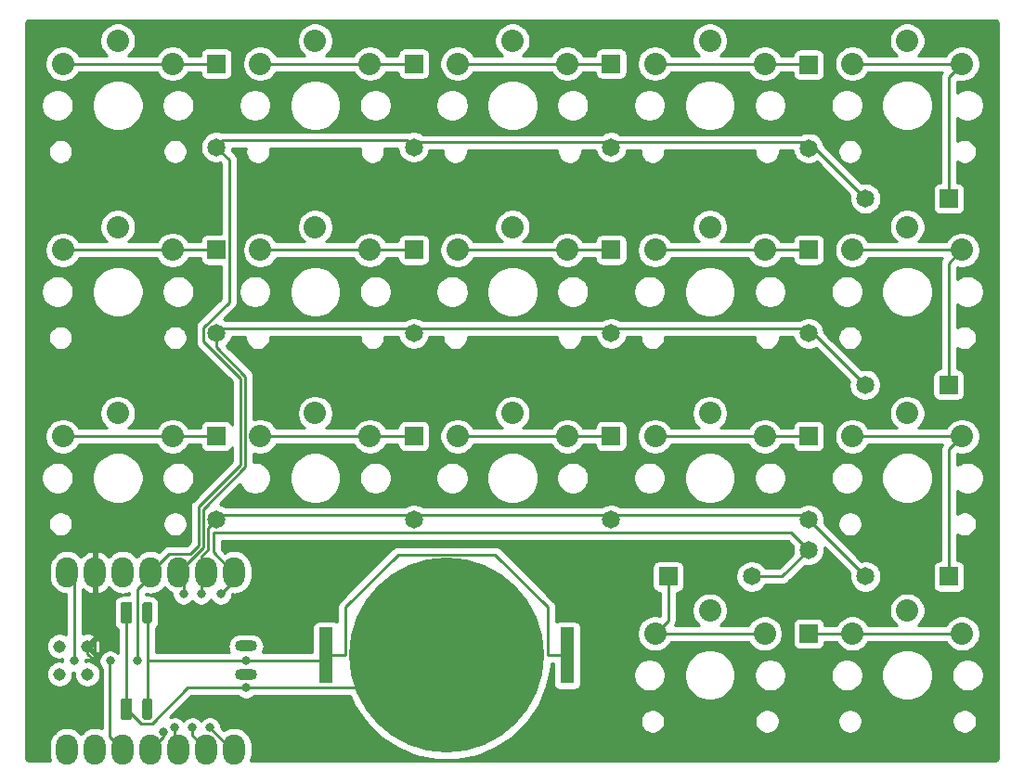
<source format=gtl>
%TF.GenerationSoftware,KiCad,Pcbnew,(5.1.12)-1*%
%TF.CreationDate,2021-12-05T03:49:59-08:00*%
%TF.ProjectId,orthodox_v3,6f727468-6f64-46f7-985f-76332e6b6963,rev?*%
%TF.SameCoordinates,Original*%
%TF.FileFunction,Copper,L1,Top*%
%TF.FilePolarity,Positive*%
%FSLAX46Y46*%
G04 Gerber Fmt 4.6, Leading zero omitted, Abs format (unit mm)*
G04 Created by KiCad (PCBNEW (5.1.12)-1) date 2021-12-05 03:49:59*
%MOMM*%
%LPD*%
G01*
G04 APERTURE LIST*
%TA.AperFunction,SMDPad,CuDef*%
%ADD10O,1.998980X2.748280*%
%TD*%
%TA.AperFunction,SMDPad,CuDef*%
%ADD11O,2.032000X1.016000*%
%TD*%
%TA.AperFunction,SMDPad,CuDef*%
%ADD12C,1.143000*%
%TD*%
%TA.AperFunction,ComponentPad*%
%ADD13C,2.032000*%
%TD*%
%TA.AperFunction,SMDPad,CuDef*%
%ADD14R,1.270000X5.080000*%
%TD*%
%TA.AperFunction,SMDPad,CuDef*%
%ADD15C,17.800000*%
%TD*%
%TA.AperFunction,ComponentPad*%
%ADD16C,1.651000*%
%TD*%
%TA.AperFunction,ComponentPad*%
%ADD17R,1.651000X1.651000*%
%TD*%
%TA.AperFunction,ViaPad*%
%ADD18C,0.800000*%
%TD*%
%TA.AperFunction,Conductor*%
%ADD19C,0.250000*%
%TD*%
%TA.AperFunction,Conductor*%
%ADD20C,0.254000*%
%TD*%
%TA.AperFunction,Conductor*%
%ADD21C,0.100000*%
%TD*%
G04 APERTURE END LIST*
%TO.P,BAT+,2*%
%TO.N,Net-(BT1-Pad1)*%
%TA.AperFunction,ComponentPad*%
G36*
G01*
X38923050Y-81276300D02*
X38476950Y-81276300D01*
G75*
G02*
X38253900Y-81053250I0J223050D01*
G01*
X38253900Y-79546750D01*
G75*
G02*
X38476950Y-79323700I223050J0D01*
G01*
X38923050Y-79323700D01*
G75*
G02*
X39146100Y-79546750I0J-223050D01*
G01*
X39146100Y-81053250D01*
G75*
G02*
X38923050Y-81276300I-223050J0D01*
G01*
G37*
%TD.AperFunction*%
%TD*%
%TO.P,BAT-,1*%
%TO.N,Net-(BT1-Pad2)*%
%TA.AperFunction,ComponentPad*%
G36*
G01*
X37196880Y-81276300D02*
X36403120Y-81276300D01*
G75*
G02*
X36303900Y-81177080I0J99220D01*
G01*
X36303900Y-79422920D01*
G75*
G02*
X36403120Y-79323700I99220J0D01*
G01*
X37196880Y-79323700D01*
G75*
G02*
X37296100Y-79422920I0J-99220D01*
G01*
X37296100Y-81177080D01*
G75*
G02*
X37196880Y-81276300I-99220J0D01*
G01*
G37*
%TD.AperFunction*%
%TD*%
%TO.P,BAT+,2*%
%TO.N,Net-(BT1-Pad1)*%
%TA.AperFunction,ComponentPad*%
G36*
G01*
X38476950Y-88123700D02*
X38923050Y-88123700D01*
G75*
G02*
X39146100Y-88346750I0J-223050D01*
G01*
X39146100Y-89853250D01*
G75*
G02*
X38923050Y-90076300I-223050J0D01*
G01*
X38476950Y-90076300D01*
G75*
G02*
X38253900Y-89853250I0J223050D01*
G01*
X38253900Y-88346750D01*
G75*
G02*
X38476950Y-88123700I223050J0D01*
G01*
G37*
%TD.AperFunction*%
%TD*%
%TO.P,BAT-,1*%
%TO.N,Net-(BT1-Pad2)*%
%TA.AperFunction,ComponentPad*%
G36*
G01*
X36403120Y-88123700D02*
X37196880Y-88123700D01*
G75*
G02*
X37296100Y-88222920I0J-99220D01*
G01*
X37296100Y-89977080D01*
G75*
G02*
X37196880Y-90076300I-99220J0D01*
G01*
X36403120Y-90076300D01*
G75*
G02*
X36303900Y-89977080I0J99220D01*
G01*
X36303900Y-88222920D01*
G75*
G02*
X36403120Y-88123700I99220J0D01*
G01*
G37*
%TD.AperFunction*%
%TD*%
D10*
%TO.P,U1,14*%
%TO.N,+5V*%
X31382180Y-76602320D03*
%TO.P,U1,13*%
%TO.N,GND*%
X33922180Y-76602320D03*
%TO.P,U1,12*%
%TO.N,Net-(U1-Pad12)*%
X36462180Y-76602320D03*
%TO.P,U1,11*%
%TO.N,R1*%
X39002180Y-76602320D03*
%TO.P,U1,10*%
%TO.N,R2*%
X41542180Y-76602320D03*
%TO.P,U1,9*%
%TO.N,R3*%
X44082180Y-76602320D03*
%TO.P,U1,8*%
%TO.N,R4*%
X46622180Y-76602320D03*
%TO.P,U1,7*%
%TO.N,C5*%
X46622180Y-92766880D03*
%TO.P,U1,6*%
%TO.N,C4*%
X44082180Y-92766880D03*
%TO.P,U1,5*%
%TO.N,C3*%
X41542180Y-92766880D03*
%TO.P,U1,4*%
%TO.N,C2*%
X39002180Y-92766880D03*
%TO.P,U1,3*%
%TO.N,C1*%
X36462180Y-92766880D03*
%TO.P,U1,2*%
%TO.N,Net-(U1-Pad2)*%
X33922180Y-92766880D03*
%TO.P,U1,1*%
%TO.N,Net-(U1-Pad1)*%
X31382180Y-92766880D03*
D11*
%TO.P,U1,15*%
%TO.N,Net-(U1-Pad15)*%
X47700000Y-85900000D03*
%TO.P,U1,16*%
%TO.N,Net-(U1-Pad16)*%
X47700000Y-83350000D03*
D12*
%TO.P,U1,17*%
%TO.N,Net-(U1-Pad17)*%
X30695813Y-85901197D03*
%TO.P,U1,18*%
%TO.N,Net-(U1-Pad18)*%
X30695813Y-83361197D03*
%TO.P,U1,19*%
%TO.N,Net-(U1-Pad19)*%
X33235813Y-85901197D03*
%TO.P,U1,20*%
%TO.N,GND*%
X33235813Y-83361197D03*
%TD*%
D13*
%TO.P,MX6,1*%
%TO.N,C2*%
X54000000Y-62100000D03*
%TO.P,MX6,2*%
%TO.N,Net-(D6-Pad2)*%
X59000000Y-64200000D03*
X49000000Y-64200000D03*
%TD*%
%TO.P,MX1,2*%
%TO.N,Net-(D1-Pad2)*%
X31000000Y-30200000D03*
X41000000Y-30200000D03*
%TO.P,MX1,1*%
%TO.N,C1*%
X36000000Y-28100000D03*
%TD*%
%TO.P,MX3,1*%
%TO.N,C1*%
X36000000Y-62100000D03*
%TO.P,MX3,2*%
%TO.N,Net-(D3-Pad2)*%
X41000000Y-64200000D03*
X31000000Y-64200000D03*
%TD*%
%TO.P,MX4,1*%
%TO.N,C2*%
X54000000Y-28100000D03*
%TO.P,MX4,2*%
%TO.N,Net-(D4-Pad2)*%
X59000000Y-30200000D03*
X49000000Y-30200000D03*
%TD*%
%TO.P,MX5,2*%
%TO.N,Net-(D5-Pad2)*%
X49000000Y-47200000D03*
X59000000Y-47200000D03*
%TO.P,MX5,1*%
%TO.N,C2*%
X54000000Y-45100000D03*
%TD*%
%TO.P,MX7,1*%
%TO.N,C3*%
X72000000Y-28100000D03*
%TO.P,MX7,2*%
%TO.N,Net-(D7-Pad2)*%
X77000000Y-30200000D03*
X67000000Y-30200000D03*
%TD*%
%TO.P,MX8,1*%
%TO.N,C3*%
X72000000Y-45100000D03*
%TO.P,MX8,2*%
%TO.N,Net-(D8-Pad2)*%
X77000000Y-47200000D03*
X67000000Y-47200000D03*
%TD*%
%TO.P,MX9,1*%
%TO.N,C3*%
X72000000Y-62100000D03*
%TO.P,MX9,2*%
%TO.N,Net-(D9-Pad2)*%
X77000000Y-64200000D03*
X67000000Y-64200000D03*
%TD*%
%TO.P,MX10,1*%
%TO.N,C4*%
X90000000Y-28100000D03*
%TO.P,MX10,2*%
%TO.N,Net-(D10-Pad2)*%
X95000000Y-30200000D03*
X85000000Y-30200000D03*
%TD*%
%TO.P,MX11,2*%
%TO.N,Net-(D11-Pad2)*%
X85000000Y-47200000D03*
X95000000Y-47200000D03*
%TO.P,MX11,1*%
%TO.N,C4*%
X90000000Y-45100000D03*
%TD*%
%TO.P,MX12,1*%
%TO.N,C4*%
X90000000Y-62100000D03*
%TO.P,MX12,2*%
%TO.N,Net-(D12-Pad2)*%
X95000000Y-64200000D03*
X85000000Y-64200000D03*
%TD*%
%TO.P,MX13,2*%
%TO.N,Net-(D13-Pad2)*%
X85000000Y-82200000D03*
X95000000Y-82200000D03*
%TO.P,MX13,1*%
%TO.N,C4*%
X90000000Y-80100000D03*
%TD*%
%TO.P,MX14,2*%
%TO.N,Net-(D14-Pad2)*%
X103000000Y-30200000D03*
X113000000Y-30200000D03*
%TO.P,MX14,1*%
%TO.N,C5*%
X108000000Y-28100000D03*
%TD*%
%TO.P,MX15,1*%
%TO.N,C5*%
X108000000Y-45100000D03*
%TO.P,MX15,2*%
%TO.N,Net-(D15-Pad2)*%
X113000000Y-47200000D03*
X103000000Y-47200000D03*
%TD*%
%TO.P,MX16,2*%
%TO.N,Net-(D16-Pad2)*%
X103000000Y-64200000D03*
X113000000Y-64200000D03*
%TO.P,MX16,1*%
%TO.N,C5*%
X108000000Y-62100000D03*
%TD*%
%TO.P,MX17,1*%
%TO.N,C5*%
X108000000Y-80100000D03*
%TO.P,MX17,2*%
%TO.N,Net-(D17-Pad2)*%
X113000000Y-82200000D03*
X103000000Y-82200000D03*
%TD*%
%TO.P,MX2,2*%
%TO.N,Net-(D2-Pad2)*%
X31000000Y-47200000D03*
X41000000Y-47200000D03*
%TO.P,MX2,1*%
%TO.N,C1*%
X36000000Y-45100000D03*
%TD*%
D14*
%TO.P,BT1,1*%
%TO.N,Net-(BT1-Pad1)*%
X55015000Y-84200000D03*
X76985000Y-84200000D03*
D15*
%TO.P,BT1,2*%
%TO.N,Net-(BT1-Pad2)*%
X66000000Y-84200000D03*
%TD*%
D16*
%TO.P,D1,1*%
%TO.N,R1*%
X45000000Y-37810000D03*
D17*
%TO.P,D1,2*%
%TO.N,Net-(D1-Pad2)*%
X45000000Y-30190000D03*
%TD*%
D16*
%TO.P,D2,1*%
%TO.N,R2*%
X45000000Y-54810000D03*
D17*
%TO.P,D2,2*%
%TO.N,Net-(D2-Pad2)*%
X45000000Y-47190000D03*
%TD*%
D16*
%TO.P,D3,1*%
%TO.N,R3*%
X45000000Y-71810000D03*
D17*
%TO.P,D3,2*%
%TO.N,Net-(D3-Pad2)*%
X45000000Y-64190000D03*
%TD*%
D16*
%TO.P,D4,1*%
%TO.N,R1*%
X63000000Y-37810000D03*
D17*
%TO.P,D4,2*%
%TO.N,Net-(D4-Pad2)*%
X63000000Y-30190000D03*
%TD*%
D16*
%TO.P,D5,1*%
%TO.N,R2*%
X63000000Y-54810000D03*
D17*
%TO.P,D5,2*%
%TO.N,Net-(D5-Pad2)*%
X63000000Y-47190000D03*
%TD*%
%TO.P,D6,2*%
%TO.N,Net-(D6-Pad2)*%
X63000000Y-64190000D03*
D16*
%TO.P,D6,1*%
%TO.N,R3*%
X63000000Y-71810000D03*
%TD*%
D17*
%TO.P,D7,2*%
%TO.N,Net-(D7-Pad2)*%
X81000000Y-30190000D03*
D16*
%TO.P,D7,1*%
%TO.N,R1*%
X81000000Y-37810000D03*
%TD*%
%TO.P,D8,1*%
%TO.N,R2*%
X81000000Y-54810000D03*
D17*
%TO.P,D8,2*%
%TO.N,Net-(D8-Pad2)*%
X81000000Y-47190000D03*
%TD*%
D16*
%TO.P,D9,1*%
%TO.N,R3*%
X81000000Y-71810000D03*
D17*
%TO.P,D9,2*%
%TO.N,Net-(D9-Pad2)*%
X81000000Y-64190000D03*
%TD*%
D16*
%TO.P,D10,1*%
%TO.N,R1*%
X99000000Y-37910000D03*
D17*
%TO.P,D10,2*%
%TO.N,Net-(D10-Pad2)*%
X99000000Y-30290000D03*
%TD*%
%TO.P,D11,2*%
%TO.N,Net-(D11-Pad2)*%
X99000000Y-47190000D03*
D16*
%TO.P,D11,1*%
%TO.N,R2*%
X99000000Y-54810000D03*
%TD*%
D17*
%TO.P,D12,2*%
%TO.N,Net-(D12-Pad2)*%
X99000000Y-64190000D03*
D16*
%TO.P,D12,1*%
%TO.N,R3*%
X99000000Y-71810000D03*
%TD*%
D17*
%TO.P,D13,2*%
%TO.N,Net-(D13-Pad2)*%
X86190000Y-77000000D03*
D16*
%TO.P,D13,1*%
%TO.N,R4*%
X93810000Y-77000000D03*
%TD*%
D17*
%TO.P,D14,2*%
%TO.N,Net-(D14-Pad2)*%
X111810000Y-42500000D03*
D16*
%TO.P,D14,1*%
%TO.N,R1*%
X104190000Y-42500000D03*
%TD*%
%TO.P,D15,1*%
%TO.N,R2*%
X104151000Y-59500000D03*
D17*
%TO.P,D15,2*%
%TO.N,Net-(D15-Pad2)*%
X111771000Y-59500000D03*
%TD*%
%TO.P,D16,2*%
%TO.N,Net-(D16-Pad2)*%
X111810000Y-77000000D03*
D16*
%TO.P,D16,1*%
%TO.N,R3*%
X104190000Y-77000000D03*
%TD*%
%TO.P,D17,1*%
%TO.N,R4*%
X99000000Y-74580000D03*
D17*
%TO.P,D17,2*%
%TO.N,Net-(D17-Pad2)*%
X99000000Y-82200000D03*
%TD*%
D18*
%TO.N,+5V*%
X32000000Y-84700000D03*
%TO.N,R1*%
X37800000Y-84700000D03*
%TO.N,R2*%
X42000000Y-78600000D03*
%TO.N,R3*%
X43600000Y-78600000D03*
%TO.N,R4*%
X45400000Y-78600000D03*
%TO.N,C1*%
X35300000Y-84700000D03*
%TO.N,C2*%
X40200000Y-91200000D03*
%TO.N,C3*%
X41200000Y-90800000D03*
%TO.N,C4*%
X42800000Y-90800000D03*
%TO.N,C5*%
X44400000Y-90800000D03*
%TO.N,GND*%
X33900000Y-84700000D03*
%TO.N,Net-(BT1-Pad2)*%
X47700000Y-87158000D03*
%TO.N,Net-(BT1-Pad1)*%
X47700000Y-84700000D03*
%TD*%
D19*
%TO.N,+5V*%
X32000000Y-77220140D02*
X31382180Y-76602320D01*
X32000000Y-84700000D02*
X32000000Y-77220140D01*
%TO.N,Net-(D1-Pad2)*%
X31000000Y-30200000D02*
X41000000Y-30200000D01*
X44990000Y-30200000D02*
X45000000Y-30190000D01*
X41000000Y-30200000D02*
X44990000Y-30200000D01*
%TO.N,Net-(D2-Pad2)*%
X31000000Y-47200000D02*
X41000000Y-47200000D01*
X44990000Y-47200000D02*
X45000000Y-47190000D01*
X41000000Y-47200000D02*
X44990000Y-47200000D01*
%TO.N,Net-(D3-Pad2)*%
X31000000Y-64200000D02*
X41000000Y-64200000D01*
X44990000Y-64200000D02*
X45000000Y-64190000D01*
X41000000Y-64200000D02*
X44990000Y-64200000D01*
%TO.N,Net-(D10-Pad2)*%
X85000000Y-30200000D02*
X95000000Y-30200000D01*
X98910000Y-30200000D02*
X99000000Y-30290000D01*
X95000000Y-30200000D02*
X98910000Y-30200000D01*
%TO.N,Net-(D11-Pad2)*%
X85000000Y-47200000D02*
X95000000Y-47200000D01*
X98990000Y-47200000D02*
X99000000Y-47190000D01*
X95000000Y-47200000D02*
X98990000Y-47200000D01*
%TO.N,Net-(D12-Pad2)*%
X85000000Y-64200000D02*
X95000000Y-64200000D01*
X95010000Y-64190000D02*
X95000000Y-64200000D01*
X99000000Y-64190000D02*
X95010000Y-64190000D01*
%TO.N,Net-(D13-Pad2)*%
X85000000Y-82200000D02*
X95000000Y-82200000D01*
X86190000Y-81010000D02*
X85000000Y-82200000D01*
X86190000Y-77000000D02*
X86190000Y-81010000D01*
%TO.N,R4*%
X93800000Y-77010000D02*
X93810000Y-77000000D01*
%TO.N,R1*%
X99600000Y-37910000D02*
X99000000Y-37910000D01*
X104190000Y-42500000D02*
X99600000Y-37910000D01*
X63430301Y-37379699D02*
X63000000Y-37810000D01*
X80569699Y-37379699D02*
X63430301Y-37379699D01*
X81000000Y-37810000D02*
X80569699Y-37379699D01*
X81430301Y-37379699D02*
X81000000Y-37810000D01*
X98469699Y-37379699D02*
X81430301Y-37379699D01*
X99000000Y-37910000D02*
X98469699Y-37379699D01*
X63000000Y-37810000D02*
X62390000Y-37200000D01*
X45610000Y-37200000D02*
X45000000Y-37810000D01*
X62390000Y-37200000D02*
X45610000Y-37200000D01*
X40701330Y-74903170D02*
X39002180Y-76602320D01*
X42604920Y-74903170D02*
X40701330Y-74903170D01*
X43349990Y-74158100D02*
X42604920Y-74903170D01*
X47200000Y-58900000D02*
X47200000Y-66797636D01*
X43849499Y-55549499D02*
X47200000Y-58900000D01*
X43349990Y-70647646D02*
X43349990Y-74158100D01*
X47200000Y-66797636D02*
X43349990Y-70647646D01*
X43849499Y-54257759D02*
X43849499Y-55549499D01*
X46150501Y-51956757D02*
X43849499Y-54257759D01*
X46150501Y-38960501D02*
X46150501Y-51956757D01*
X45000000Y-37810000D02*
X46150501Y-38960501D01*
X37800000Y-78179150D02*
X37800000Y-84700000D01*
X39002180Y-76976970D02*
X37800000Y-78179150D01*
X39002180Y-76602320D02*
X39002180Y-76976970D01*
%TO.N,R2*%
X99461000Y-54810000D02*
X99000000Y-54810000D01*
X104151000Y-59500000D02*
X99461000Y-54810000D01*
X99000000Y-54810000D02*
X98569699Y-54379699D01*
X81430301Y-54379699D02*
X81000000Y-54810000D01*
X98569699Y-54379699D02*
X81430301Y-54379699D01*
X81000000Y-54810000D02*
X80569699Y-54379699D01*
X63430301Y-54379699D02*
X63000000Y-54810000D01*
X80569699Y-54379699D02*
X63430301Y-54379699D01*
X45430301Y-54379699D02*
X45000000Y-54810000D01*
X62569699Y-54379699D02*
X45430301Y-54379699D01*
X63000000Y-54810000D02*
X62569699Y-54379699D01*
X43800000Y-74344500D02*
X41542180Y-76602320D01*
X43800000Y-70834046D02*
X43800000Y-74344500D01*
X47658999Y-66975047D02*
X43800000Y-70834046D01*
X47658999Y-58722589D02*
X47658999Y-66975047D01*
X45000000Y-56063590D02*
X47658999Y-58722589D01*
X45000000Y-54810000D02*
X45000000Y-56063590D01*
X42000000Y-77060140D02*
X41542180Y-76602320D01*
X42000000Y-78600000D02*
X42000000Y-77060140D01*
%TO.N,R3*%
X104190000Y-77000000D02*
X99000000Y-71810000D01*
X99000000Y-71810000D02*
X98569699Y-71379699D01*
X81430301Y-71379699D02*
X81000000Y-71810000D01*
X98569699Y-71379699D02*
X81430301Y-71379699D01*
X63430301Y-71379699D02*
X63000000Y-71810000D01*
X80569699Y-71379699D02*
X63430301Y-71379699D01*
X81000000Y-71810000D02*
X80569699Y-71379699D01*
X45430301Y-71379699D02*
X45000000Y-71810000D01*
X62569699Y-71379699D02*
X45430301Y-71379699D01*
X63000000Y-71810000D02*
X62569699Y-71379699D01*
X44250009Y-72559991D02*
X45000000Y-71810000D01*
X44250009Y-74530901D02*
X44250009Y-72559991D01*
X43600000Y-75180910D02*
X44250009Y-74530901D01*
X43600000Y-76100000D02*
X43600000Y-75180910D01*
X44082180Y-76582180D02*
X43600000Y-76100000D01*
X44082180Y-76602320D02*
X44082180Y-76582180D01*
X43600000Y-77084500D02*
X44082180Y-76602320D01*
X43600000Y-78600000D02*
X43600000Y-77084500D01*
%TO.N,R4*%
X96580000Y-77000000D02*
X99000000Y-74580000D01*
X93810000Y-77000000D02*
X96580000Y-77000000D01*
X97440301Y-73020301D02*
X44779699Y-73020301D01*
X99000000Y-74580000D02*
X97440301Y-73020301D01*
X44779699Y-73020301D02*
X44700019Y-73099981D01*
X46502320Y-76602320D02*
X44700000Y-74800000D01*
X44700000Y-74717320D02*
X44700019Y-74717301D01*
X44700000Y-74800000D02*
X44700000Y-74717320D01*
X46622180Y-76602320D02*
X46502320Y-76602320D01*
X44700019Y-74717301D02*
X44700019Y-73099981D01*
X46622180Y-77377820D02*
X45400000Y-78600000D01*
X46622180Y-76602320D02*
X46622180Y-77377820D01*
%TO.N,C1*%
X35298699Y-91603399D02*
X36462180Y-92766880D01*
X35298699Y-84701301D02*
X35298699Y-91603399D01*
X35300000Y-84700000D02*
X35298699Y-84701301D01*
%TO.N,C2*%
X40200000Y-91200000D02*
X40200000Y-91569060D01*
X40200000Y-91569060D02*
X39002180Y-92766880D01*
%TO.N,C3*%
X41200000Y-92424700D02*
X41542180Y-92766880D01*
X41200000Y-90800000D02*
X41200000Y-92424700D01*
%TO.N,C4*%
X42800000Y-90800000D02*
X42800000Y-91484700D01*
X42800000Y-91484700D02*
X43207650Y-91892350D01*
X43207650Y-91892350D02*
X44082180Y-92766880D01*
%TO.N,C5*%
X46366880Y-92766880D02*
X46622180Y-92766880D01*
X44400000Y-90800000D02*
X46366880Y-92766880D01*
%TO.N,GND*%
X33922180Y-84677820D02*
X33900000Y-84700000D01*
X33922180Y-76602320D02*
X33922180Y-84677820D01*
X33235813Y-84035813D02*
X33900000Y-84700000D01*
X33235813Y-83361197D02*
X33235813Y-84035813D01*
%TO.N,Net-(D4-Pad2)*%
X49000000Y-30200000D02*
X59000000Y-30200000D01*
X62990000Y-30200000D02*
X63000000Y-30190000D01*
X59000000Y-30200000D02*
X62990000Y-30200000D01*
%TO.N,Net-(D5-Pad2)*%
X49000000Y-47200000D02*
X59000000Y-47200000D01*
X62990000Y-47200000D02*
X63000000Y-47190000D01*
X59000000Y-47200000D02*
X62990000Y-47200000D01*
%TO.N,Net-(D6-Pad2)*%
X49000000Y-64200000D02*
X59000000Y-64200000D01*
X59010000Y-64190000D02*
X59000000Y-64200000D01*
X63000000Y-64190000D02*
X59010000Y-64190000D01*
%TO.N,Net-(D7-Pad2)*%
X67000000Y-30200000D02*
X77000000Y-30200000D01*
X80990000Y-30200000D02*
X81000000Y-30190000D01*
X77000000Y-30200000D02*
X80990000Y-30200000D01*
%TO.N,Net-(D8-Pad2)*%
X67000000Y-47200000D02*
X77000000Y-47200000D01*
X80990000Y-47200000D02*
X81000000Y-47190000D01*
X77000000Y-47200000D02*
X80990000Y-47200000D01*
%TO.N,Net-(D9-Pad2)*%
X67000000Y-64200000D02*
X77000000Y-64200000D01*
X80990000Y-64200000D02*
X81000000Y-64190000D01*
X77000000Y-64200000D02*
X80990000Y-64200000D01*
%TO.N,Net-(D14-Pad2)*%
X111810000Y-31390000D02*
X113000000Y-30200000D01*
X111810000Y-42500000D02*
X111810000Y-31390000D01*
X113000000Y-30200000D02*
X103000000Y-30200000D01*
%TO.N,Net-(D15-Pad2)*%
X111771000Y-48429000D02*
X113000000Y-47200000D01*
X111771000Y-59500000D02*
X111771000Y-48429000D01*
X113000000Y-47200000D02*
X112400000Y-47200000D01*
X112400000Y-47200000D02*
X103000000Y-47200000D01*
%TO.N,Net-(D16-Pad2)*%
X113000000Y-64200000D02*
X103000000Y-64200000D01*
X111810000Y-65390000D02*
X113000000Y-64200000D01*
X111810000Y-77000000D02*
X111810000Y-65390000D01*
%TO.N,Net-(D17-Pad2)*%
X113000000Y-82200000D02*
X103000000Y-82200000D01*
X99010000Y-82200000D02*
X99000000Y-82190000D01*
X103000000Y-82200000D02*
X99010000Y-82200000D01*
%TO.N,Net-(BT1-Pad2)*%
X63042000Y-87158000D02*
X66000000Y-84200000D01*
X47700000Y-87158000D02*
X63042000Y-87158000D01*
X36900000Y-89151374D02*
X36900000Y-89100000D01*
X38149936Y-90401310D02*
X36900000Y-89151374D01*
X39150064Y-90401310D02*
X38149936Y-90401310D01*
X42393374Y-87158000D02*
X39150064Y-90401310D01*
X47700000Y-87158000D02*
X42393374Y-87158000D01*
X36800000Y-80300000D02*
X36800000Y-89100000D01*
%TO.N,Net-(BT1-Pad1)*%
X54815000Y-84700000D02*
X55015000Y-84500000D01*
X54515000Y-84700000D02*
X55015000Y-84200000D01*
X47700000Y-84700000D02*
X54515000Y-84700000D01*
X47700000Y-84700000D02*
X43400000Y-84700000D01*
X56774999Y-79771999D02*
X61571999Y-74974999D01*
X56774999Y-84200000D02*
X56774999Y-79771999D01*
X55015000Y-84200000D02*
X56774999Y-84200000D01*
X61571999Y-74974999D02*
X70428001Y-74974999D01*
X70428001Y-74974999D02*
X75225001Y-79771999D01*
X75225001Y-79771999D02*
X75225001Y-84200000D01*
X75225001Y-84200000D02*
X76985000Y-84200000D01*
X38800000Y-84700000D02*
X38700000Y-84800000D01*
X47700000Y-84700000D02*
X38800000Y-84700000D01*
X38700000Y-84800000D02*
X38700000Y-80300000D01*
X38700000Y-89100000D02*
X38700000Y-84800000D01*
%TD*%
D20*
%TO.N,GND*%
X116026424Y-26219480D02*
X116089356Y-26238480D01*
X116147405Y-26269345D01*
X116198343Y-26310889D01*
X116240248Y-26361544D01*
X116271515Y-26419371D01*
X116290956Y-26482172D01*
X116301000Y-26577735D01*
X116301001Y-92517472D01*
X116301000Y-92517482D01*
X116301000Y-93423121D01*
X116291420Y-93520824D01*
X116272420Y-93583757D01*
X116241554Y-93641806D01*
X116200011Y-93692743D01*
X116149356Y-93734648D01*
X116091529Y-93765915D01*
X116028728Y-93785356D01*
X115933165Y-93795400D01*
X48126008Y-93795400D01*
X48139558Y-93770049D01*
X48233020Y-93461946D01*
X48256670Y-93221821D01*
X48256670Y-92311938D01*
X48233020Y-92071814D01*
X48139558Y-91763711D01*
X47987784Y-91479763D01*
X47783531Y-91230879D01*
X47534646Y-91026626D01*
X47250698Y-90874852D01*
X46942595Y-90781390D01*
X46622180Y-90749832D01*
X46301764Y-90781390D01*
X45993661Y-90874852D01*
X45709713Y-91026626D01*
X45705162Y-91030361D01*
X45435000Y-90760199D01*
X45435000Y-90698061D01*
X45395226Y-90498102D01*
X45317205Y-90309744D01*
X45203937Y-90140226D01*
X45059774Y-89996063D01*
X44890256Y-89882795D01*
X44701898Y-89804774D01*
X44501939Y-89765000D01*
X44298061Y-89765000D01*
X44098102Y-89804774D01*
X43909744Y-89882795D01*
X43740226Y-89996063D01*
X43600000Y-90136289D01*
X43459774Y-89996063D01*
X43290256Y-89882795D01*
X43101898Y-89804774D01*
X42901939Y-89765000D01*
X42698061Y-89765000D01*
X42498102Y-89804774D01*
X42309744Y-89882795D01*
X42140226Y-89996063D01*
X42000000Y-90136289D01*
X41859774Y-89996063D01*
X41690256Y-89882795D01*
X41501898Y-89804774D01*
X41301939Y-89765000D01*
X41098061Y-89765000D01*
X40898102Y-89804774D01*
X40767165Y-89859010D01*
X42708176Y-87918000D01*
X46996289Y-87918000D01*
X47040226Y-87961937D01*
X47209744Y-88075205D01*
X47398102Y-88153226D01*
X47598061Y-88193000D01*
X47801939Y-88193000D01*
X48001898Y-88153226D01*
X48190256Y-88075205D01*
X48359774Y-87961937D01*
X48403711Y-87918000D01*
X57219436Y-87918000D01*
X57550192Y-88716516D01*
X58593682Y-90278208D01*
X59921792Y-91606318D01*
X61483484Y-92649808D01*
X63218743Y-93368576D01*
X65060884Y-93735000D01*
X66939116Y-93735000D01*
X68781257Y-93368576D01*
X70516516Y-92649808D01*
X72078208Y-91606318D01*
X73406318Y-90278208D01*
X73532959Y-90088675D01*
X83649700Y-90088675D01*
X83649700Y-90311325D01*
X83693137Y-90529696D01*
X83778341Y-90735398D01*
X83902039Y-90920524D01*
X84059476Y-91077961D01*
X84244602Y-91201659D01*
X84450304Y-91286863D01*
X84668675Y-91330300D01*
X84891325Y-91330300D01*
X85109696Y-91286863D01*
X85315398Y-91201659D01*
X85500524Y-91077961D01*
X85657961Y-90920524D01*
X85781659Y-90735398D01*
X85866863Y-90529696D01*
X85910300Y-90311325D01*
X85910300Y-90088675D01*
X94089700Y-90088675D01*
X94089700Y-90311325D01*
X94133137Y-90529696D01*
X94218341Y-90735398D01*
X94342039Y-90920524D01*
X94499476Y-91077961D01*
X94684602Y-91201659D01*
X94890304Y-91286863D01*
X95108675Y-91330300D01*
X95331325Y-91330300D01*
X95549696Y-91286863D01*
X95755398Y-91201659D01*
X95940524Y-91077961D01*
X96097961Y-90920524D01*
X96221659Y-90735398D01*
X96306863Y-90529696D01*
X96350300Y-90311325D01*
X96350300Y-90088675D01*
X101649700Y-90088675D01*
X101649700Y-90311325D01*
X101693137Y-90529696D01*
X101778341Y-90735398D01*
X101902039Y-90920524D01*
X102059476Y-91077961D01*
X102244602Y-91201659D01*
X102450304Y-91286863D01*
X102668675Y-91330300D01*
X102891325Y-91330300D01*
X103109696Y-91286863D01*
X103315398Y-91201659D01*
X103500524Y-91077961D01*
X103657961Y-90920524D01*
X103781659Y-90735398D01*
X103866863Y-90529696D01*
X103910300Y-90311325D01*
X103910300Y-90088675D01*
X112089700Y-90088675D01*
X112089700Y-90311325D01*
X112133137Y-90529696D01*
X112218341Y-90735398D01*
X112342039Y-90920524D01*
X112499476Y-91077961D01*
X112684602Y-91201659D01*
X112890304Y-91286863D01*
X113108675Y-91330300D01*
X113331325Y-91330300D01*
X113549696Y-91286863D01*
X113755398Y-91201659D01*
X113940524Y-91077961D01*
X114097961Y-90920524D01*
X114221659Y-90735398D01*
X114306863Y-90529696D01*
X114350300Y-90311325D01*
X114350300Y-90088675D01*
X114306863Y-89870304D01*
X114221659Y-89664602D01*
X114097961Y-89479476D01*
X113940524Y-89322039D01*
X113755398Y-89198341D01*
X113549696Y-89113137D01*
X113331325Y-89069700D01*
X113108675Y-89069700D01*
X112890304Y-89113137D01*
X112684602Y-89198341D01*
X112499476Y-89322039D01*
X112342039Y-89479476D01*
X112218341Y-89664602D01*
X112133137Y-89870304D01*
X112089700Y-90088675D01*
X103910300Y-90088675D01*
X103866863Y-89870304D01*
X103781659Y-89664602D01*
X103657961Y-89479476D01*
X103500524Y-89322039D01*
X103315398Y-89198341D01*
X103109696Y-89113137D01*
X102891325Y-89069700D01*
X102668675Y-89069700D01*
X102450304Y-89113137D01*
X102244602Y-89198341D01*
X102059476Y-89322039D01*
X101902039Y-89479476D01*
X101778341Y-89664602D01*
X101693137Y-89870304D01*
X101649700Y-90088675D01*
X96350300Y-90088675D01*
X96306863Y-89870304D01*
X96221659Y-89664602D01*
X96097961Y-89479476D01*
X95940524Y-89322039D01*
X95755398Y-89198341D01*
X95549696Y-89113137D01*
X95331325Y-89069700D01*
X95108675Y-89069700D01*
X94890304Y-89113137D01*
X94684602Y-89198341D01*
X94499476Y-89322039D01*
X94342039Y-89479476D01*
X94218341Y-89664602D01*
X94133137Y-89870304D01*
X94089700Y-90088675D01*
X85910300Y-90088675D01*
X85866863Y-89870304D01*
X85781659Y-89664602D01*
X85657961Y-89479476D01*
X85500524Y-89322039D01*
X85315398Y-89198341D01*
X85109696Y-89113137D01*
X84891325Y-89069700D01*
X84668675Y-89069700D01*
X84450304Y-89113137D01*
X84244602Y-89198341D01*
X84059476Y-89322039D01*
X83902039Y-89479476D01*
X83778341Y-89664602D01*
X83693137Y-89870304D01*
X83649700Y-90088675D01*
X73532959Y-90088675D01*
X74449808Y-88716516D01*
X75168576Y-86981257D01*
X75535000Y-85139116D01*
X75535000Y-84960000D01*
X75711928Y-84960000D01*
X75711928Y-86740000D01*
X75724188Y-86864482D01*
X75760498Y-86984180D01*
X75819463Y-87094494D01*
X75898815Y-87191185D01*
X75995506Y-87270537D01*
X76105820Y-87329502D01*
X76225518Y-87365812D01*
X76350000Y-87378072D01*
X77620000Y-87378072D01*
X77744482Y-87365812D01*
X77864180Y-87329502D01*
X77974494Y-87270537D01*
X78071185Y-87191185D01*
X78150537Y-87094494D01*
X78209502Y-86984180D01*
X78245812Y-86864482D01*
X78258072Y-86740000D01*
X78258072Y-85853652D01*
X83014100Y-85853652D01*
X83014100Y-86146348D01*
X83071202Y-86433421D01*
X83183212Y-86703838D01*
X83345826Y-86947206D01*
X83552794Y-87154174D01*
X83796162Y-87316788D01*
X84066579Y-87428798D01*
X84353652Y-87485900D01*
X84646348Y-87485900D01*
X84933421Y-87428798D01*
X85203838Y-87316788D01*
X85447206Y-87154174D01*
X85654174Y-86947206D01*
X85816788Y-86703838D01*
X85928798Y-86433421D01*
X85985900Y-86146348D01*
X85985900Y-85853652D01*
X85968982Y-85768594D01*
X87650500Y-85768594D01*
X87650500Y-86231406D01*
X87740790Y-86685324D01*
X87917900Y-87112905D01*
X88175024Y-87497719D01*
X88502281Y-87824976D01*
X88887095Y-88082100D01*
X89314676Y-88259210D01*
X89768594Y-88349500D01*
X90231406Y-88349500D01*
X90685324Y-88259210D01*
X91112905Y-88082100D01*
X91497719Y-87824976D01*
X91824976Y-87497719D01*
X92082100Y-87112905D01*
X92259210Y-86685324D01*
X92349500Y-86231406D01*
X92349500Y-85853652D01*
X94014100Y-85853652D01*
X94014100Y-86146348D01*
X94071202Y-86433421D01*
X94183212Y-86703838D01*
X94345826Y-86947206D01*
X94552794Y-87154174D01*
X94796162Y-87316788D01*
X95066579Y-87428798D01*
X95353652Y-87485900D01*
X95646348Y-87485900D01*
X95933421Y-87428798D01*
X96203838Y-87316788D01*
X96447206Y-87154174D01*
X96654174Y-86947206D01*
X96816788Y-86703838D01*
X96928798Y-86433421D01*
X96985900Y-86146348D01*
X96985900Y-85853652D01*
X101014100Y-85853652D01*
X101014100Y-86146348D01*
X101071202Y-86433421D01*
X101183212Y-86703838D01*
X101345826Y-86947206D01*
X101552794Y-87154174D01*
X101796162Y-87316788D01*
X102066579Y-87428798D01*
X102353652Y-87485900D01*
X102646348Y-87485900D01*
X102933421Y-87428798D01*
X103203838Y-87316788D01*
X103447206Y-87154174D01*
X103654174Y-86947206D01*
X103816788Y-86703838D01*
X103928798Y-86433421D01*
X103985900Y-86146348D01*
X103985900Y-85853652D01*
X103968982Y-85768594D01*
X105650500Y-85768594D01*
X105650500Y-86231406D01*
X105740790Y-86685324D01*
X105917900Y-87112905D01*
X106175024Y-87497719D01*
X106502281Y-87824976D01*
X106887095Y-88082100D01*
X107314676Y-88259210D01*
X107768594Y-88349500D01*
X108231406Y-88349500D01*
X108685324Y-88259210D01*
X109112905Y-88082100D01*
X109497719Y-87824976D01*
X109824976Y-87497719D01*
X110082100Y-87112905D01*
X110259210Y-86685324D01*
X110349500Y-86231406D01*
X110349500Y-85853652D01*
X112014100Y-85853652D01*
X112014100Y-86146348D01*
X112071202Y-86433421D01*
X112183212Y-86703838D01*
X112345826Y-86947206D01*
X112552794Y-87154174D01*
X112796162Y-87316788D01*
X113066579Y-87428798D01*
X113353652Y-87485900D01*
X113646348Y-87485900D01*
X113933421Y-87428798D01*
X114203838Y-87316788D01*
X114447206Y-87154174D01*
X114654174Y-86947206D01*
X114816788Y-86703838D01*
X114928798Y-86433421D01*
X114985900Y-86146348D01*
X114985900Y-85853652D01*
X114928798Y-85566579D01*
X114816788Y-85296162D01*
X114654174Y-85052794D01*
X114447206Y-84845826D01*
X114203838Y-84683212D01*
X113933421Y-84571202D01*
X113646348Y-84514100D01*
X113353652Y-84514100D01*
X113066579Y-84571202D01*
X112796162Y-84683212D01*
X112552794Y-84845826D01*
X112345826Y-85052794D01*
X112183212Y-85296162D01*
X112071202Y-85566579D01*
X112014100Y-85853652D01*
X110349500Y-85853652D01*
X110349500Y-85768594D01*
X110259210Y-85314676D01*
X110082100Y-84887095D01*
X109824976Y-84502281D01*
X109497719Y-84175024D01*
X109112905Y-83917900D01*
X108685324Y-83740790D01*
X108231406Y-83650500D01*
X107768594Y-83650500D01*
X107314676Y-83740790D01*
X106887095Y-83917900D01*
X106502281Y-84175024D01*
X106175024Y-84502281D01*
X105917900Y-84887095D01*
X105740790Y-85314676D01*
X105650500Y-85768594D01*
X103968982Y-85768594D01*
X103928798Y-85566579D01*
X103816788Y-85296162D01*
X103654174Y-85052794D01*
X103447206Y-84845826D01*
X103203838Y-84683212D01*
X102933421Y-84571202D01*
X102646348Y-84514100D01*
X102353652Y-84514100D01*
X102066579Y-84571202D01*
X101796162Y-84683212D01*
X101552794Y-84845826D01*
X101345826Y-85052794D01*
X101183212Y-85296162D01*
X101071202Y-85566579D01*
X101014100Y-85853652D01*
X96985900Y-85853652D01*
X96928798Y-85566579D01*
X96816788Y-85296162D01*
X96654174Y-85052794D01*
X96447206Y-84845826D01*
X96203838Y-84683212D01*
X95933421Y-84571202D01*
X95646348Y-84514100D01*
X95353652Y-84514100D01*
X95066579Y-84571202D01*
X94796162Y-84683212D01*
X94552794Y-84845826D01*
X94345826Y-85052794D01*
X94183212Y-85296162D01*
X94071202Y-85566579D01*
X94014100Y-85853652D01*
X92349500Y-85853652D01*
X92349500Y-85768594D01*
X92259210Y-85314676D01*
X92082100Y-84887095D01*
X91824976Y-84502281D01*
X91497719Y-84175024D01*
X91112905Y-83917900D01*
X90685324Y-83740790D01*
X90231406Y-83650500D01*
X89768594Y-83650500D01*
X89314676Y-83740790D01*
X88887095Y-83917900D01*
X88502281Y-84175024D01*
X88175024Y-84502281D01*
X87917900Y-84887095D01*
X87740790Y-85314676D01*
X87650500Y-85768594D01*
X85968982Y-85768594D01*
X85928798Y-85566579D01*
X85816788Y-85296162D01*
X85654174Y-85052794D01*
X85447206Y-84845826D01*
X85203838Y-84683212D01*
X84933421Y-84571202D01*
X84646348Y-84514100D01*
X84353652Y-84514100D01*
X84066579Y-84571202D01*
X83796162Y-84683212D01*
X83552794Y-84845826D01*
X83345826Y-85052794D01*
X83183212Y-85296162D01*
X83071202Y-85566579D01*
X83014100Y-85853652D01*
X78258072Y-85853652D01*
X78258072Y-82037391D01*
X83349000Y-82037391D01*
X83349000Y-82362609D01*
X83412447Y-82681579D01*
X83536903Y-82982042D01*
X83717585Y-83252451D01*
X83947549Y-83482415D01*
X84217958Y-83663097D01*
X84518421Y-83787553D01*
X84837391Y-83851000D01*
X85162609Y-83851000D01*
X85481579Y-83787553D01*
X85782042Y-83663097D01*
X86052451Y-83482415D01*
X86282415Y-83252451D01*
X86463097Y-82982042D01*
X86472227Y-82960000D01*
X93527773Y-82960000D01*
X93536903Y-82982042D01*
X93717585Y-83252451D01*
X93947549Y-83482415D01*
X94217958Y-83663097D01*
X94518421Y-83787553D01*
X94837391Y-83851000D01*
X95162609Y-83851000D01*
X95481579Y-83787553D01*
X95782042Y-83663097D01*
X96052451Y-83482415D01*
X96282415Y-83252451D01*
X96463097Y-82982042D01*
X96587553Y-82681579D01*
X96651000Y-82362609D01*
X96651000Y-82037391D01*
X96587553Y-81718421D01*
X96463097Y-81417958D01*
X96434060Y-81374500D01*
X97536428Y-81374500D01*
X97536428Y-83025500D01*
X97548688Y-83149982D01*
X97584998Y-83269680D01*
X97643963Y-83379994D01*
X97723315Y-83476685D01*
X97820006Y-83556037D01*
X97930320Y-83615002D01*
X98050018Y-83651312D01*
X98174500Y-83663572D01*
X99825500Y-83663572D01*
X99949982Y-83651312D01*
X100069680Y-83615002D01*
X100179994Y-83556037D01*
X100276685Y-83476685D01*
X100356037Y-83379994D01*
X100415002Y-83269680D01*
X100451312Y-83149982D01*
X100463572Y-83025500D01*
X100463572Y-82960000D01*
X101527773Y-82960000D01*
X101536903Y-82982042D01*
X101717585Y-83252451D01*
X101947549Y-83482415D01*
X102217958Y-83663097D01*
X102518421Y-83787553D01*
X102837391Y-83851000D01*
X103162609Y-83851000D01*
X103481579Y-83787553D01*
X103782042Y-83663097D01*
X104052451Y-83482415D01*
X104282415Y-83252451D01*
X104463097Y-82982042D01*
X104472227Y-82960000D01*
X111527773Y-82960000D01*
X111536903Y-82982042D01*
X111717585Y-83252451D01*
X111947549Y-83482415D01*
X112217958Y-83663097D01*
X112518421Y-83787553D01*
X112837391Y-83851000D01*
X113162609Y-83851000D01*
X113481579Y-83787553D01*
X113782042Y-83663097D01*
X114052451Y-83482415D01*
X114282415Y-83252451D01*
X114463097Y-82982042D01*
X114587553Y-82681579D01*
X114651000Y-82362609D01*
X114651000Y-82037391D01*
X114587553Y-81718421D01*
X114463097Y-81417958D01*
X114282415Y-81147549D01*
X114052451Y-80917585D01*
X113782042Y-80736903D01*
X113481579Y-80612447D01*
X113162609Y-80549000D01*
X112837391Y-80549000D01*
X112518421Y-80612447D01*
X112217958Y-80736903D01*
X111947549Y-80917585D01*
X111717585Y-81147549D01*
X111536903Y-81417958D01*
X111527773Y-81440000D01*
X108966269Y-81440000D01*
X109052451Y-81382415D01*
X109282415Y-81152451D01*
X109463097Y-80882042D01*
X109587553Y-80581579D01*
X109651000Y-80262609D01*
X109651000Y-79937391D01*
X109587553Y-79618421D01*
X109463097Y-79317958D01*
X109282415Y-79047549D01*
X109052451Y-78817585D01*
X108782042Y-78636903D01*
X108481579Y-78512447D01*
X108162609Y-78449000D01*
X107837391Y-78449000D01*
X107518421Y-78512447D01*
X107217958Y-78636903D01*
X106947549Y-78817585D01*
X106717585Y-79047549D01*
X106536903Y-79317958D01*
X106412447Y-79618421D01*
X106349000Y-79937391D01*
X106349000Y-80262609D01*
X106412447Y-80581579D01*
X106536903Y-80882042D01*
X106717585Y-81152451D01*
X106947549Y-81382415D01*
X107033731Y-81440000D01*
X104472227Y-81440000D01*
X104463097Y-81417958D01*
X104282415Y-81147549D01*
X104052451Y-80917585D01*
X103782042Y-80736903D01*
X103481579Y-80612447D01*
X103162609Y-80549000D01*
X102837391Y-80549000D01*
X102518421Y-80612447D01*
X102217958Y-80736903D01*
X101947549Y-80917585D01*
X101717585Y-81147549D01*
X101536903Y-81417958D01*
X101527773Y-81440000D01*
X100463572Y-81440000D01*
X100463572Y-81374500D01*
X100451312Y-81250018D01*
X100415002Y-81130320D01*
X100356037Y-81020006D01*
X100276685Y-80923315D01*
X100179994Y-80843963D01*
X100069680Y-80784998D01*
X99949982Y-80748688D01*
X99825500Y-80736428D01*
X98174500Y-80736428D01*
X98050018Y-80748688D01*
X97930320Y-80784998D01*
X97820006Y-80843963D01*
X97723315Y-80923315D01*
X97643963Y-81020006D01*
X97584998Y-81130320D01*
X97548688Y-81250018D01*
X97536428Y-81374500D01*
X96434060Y-81374500D01*
X96282415Y-81147549D01*
X96052451Y-80917585D01*
X95782042Y-80736903D01*
X95481579Y-80612447D01*
X95162609Y-80549000D01*
X94837391Y-80549000D01*
X94518421Y-80612447D01*
X94217958Y-80736903D01*
X93947549Y-80917585D01*
X93717585Y-81147549D01*
X93536903Y-81417958D01*
X93527773Y-81440000D01*
X90966269Y-81440000D01*
X91052451Y-81382415D01*
X91282415Y-81152451D01*
X91463097Y-80882042D01*
X91587553Y-80581579D01*
X91651000Y-80262609D01*
X91651000Y-79937391D01*
X91587553Y-79618421D01*
X91463097Y-79317958D01*
X91282415Y-79047549D01*
X91052451Y-78817585D01*
X90782042Y-78636903D01*
X90481579Y-78512447D01*
X90162609Y-78449000D01*
X89837391Y-78449000D01*
X89518421Y-78512447D01*
X89217958Y-78636903D01*
X88947549Y-78817585D01*
X88717585Y-79047549D01*
X88536903Y-79317958D01*
X88412447Y-79618421D01*
X88349000Y-79937391D01*
X88349000Y-80262609D01*
X88412447Y-80581579D01*
X88536903Y-80882042D01*
X88717585Y-81152451D01*
X88947549Y-81382415D01*
X89033731Y-81440000D01*
X86820277Y-81440000D01*
X86824974Y-81434277D01*
X86895546Y-81302247D01*
X86911389Y-81250018D01*
X86939003Y-81158986D01*
X86950000Y-81047333D01*
X86950000Y-81047324D01*
X86953676Y-81010001D01*
X86950000Y-80972678D01*
X86950000Y-78463572D01*
X87015500Y-78463572D01*
X87139982Y-78451312D01*
X87259680Y-78415002D01*
X87369994Y-78356037D01*
X87466685Y-78276685D01*
X87546037Y-78179994D01*
X87605002Y-78069680D01*
X87641312Y-77949982D01*
X87653572Y-77825500D01*
X87653572Y-76174500D01*
X87641312Y-76050018D01*
X87605002Y-75930320D01*
X87546037Y-75820006D01*
X87466685Y-75723315D01*
X87369994Y-75643963D01*
X87259680Y-75584998D01*
X87139982Y-75548688D01*
X87015500Y-75536428D01*
X85364500Y-75536428D01*
X85240018Y-75548688D01*
X85120320Y-75584998D01*
X85010006Y-75643963D01*
X84913315Y-75723315D01*
X84833963Y-75820006D01*
X84774998Y-75930320D01*
X84738688Y-76050018D01*
X84726428Y-76174500D01*
X84726428Y-77825500D01*
X84738688Y-77949982D01*
X84774998Y-78069680D01*
X84833963Y-78179994D01*
X84913315Y-78276685D01*
X85010006Y-78356037D01*
X85120320Y-78415002D01*
X85240018Y-78451312D01*
X85364500Y-78463572D01*
X85430000Y-78463572D01*
X85430001Y-80602187D01*
X85162609Y-80549000D01*
X84837391Y-80549000D01*
X84518421Y-80612447D01*
X84217958Y-80736903D01*
X83947549Y-80917585D01*
X83717585Y-81147549D01*
X83536903Y-81417958D01*
X83412447Y-81718421D01*
X83349000Y-82037391D01*
X78258072Y-82037391D01*
X78258072Y-81660000D01*
X78245812Y-81535518D01*
X78209502Y-81415820D01*
X78150537Y-81305506D01*
X78071185Y-81208815D01*
X77974494Y-81129463D01*
X77864180Y-81070498D01*
X77744482Y-81034188D01*
X77620000Y-81021928D01*
X76350000Y-81021928D01*
X76225518Y-81034188D01*
X76105820Y-81070498D01*
X75995506Y-81129463D01*
X75985001Y-81138084D01*
X75985001Y-79809321D01*
X75988677Y-79771998D01*
X75985001Y-79734675D01*
X75985001Y-79734666D01*
X75974004Y-79623013D01*
X75930547Y-79479752D01*
X75859975Y-79347723D01*
X75835548Y-79317958D01*
X75788800Y-79260995D01*
X75788796Y-79260991D01*
X75765002Y-79231998D01*
X75736010Y-79208205D01*
X70991805Y-74464002D01*
X70968002Y-74434998D01*
X70852277Y-74340025D01*
X70720248Y-74269453D01*
X70576987Y-74225996D01*
X70465334Y-74214999D01*
X70465323Y-74214999D01*
X70428001Y-74211323D01*
X70390679Y-74214999D01*
X61609321Y-74214999D01*
X61571998Y-74211323D01*
X61534675Y-74214999D01*
X61534666Y-74214999D01*
X61423013Y-74225996D01*
X61279752Y-74269453D01*
X61147723Y-74340025D01*
X61147721Y-74340026D01*
X61147722Y-74340026D01*
X61060995Y-74411200D01*
X61060991Y-74411204D01*
X61031998Y-74434998D01*
X61008204Y-74463991D01*
X56263997Y-79208200D01*
X56234999Y-79231998D01*
X56211202Y-79260995D01*
X56211200Y-79260997D01*
X56140025Y-79347723D01*
X56069453Y-79479753D01*
X56049131Y-79546750D01*
X56025998Y-79623012D01*
X56025997Y-79623014D01*
X56011323Y-79771999D01*
X56015000Y-79809331D01*
X56015000Y-81138085D01*
X56004494Y-81129463D01*
X55894180Y-81070498D01*
X55774482Y-81034188D01*
X55650000Y-81021928D01*
X54380000Y-81021928D01*
X54255518Y-81034188D01*
X54135820Y-81070498D01*
X54025506Y-81129463D01*
X53928815Y-81208815D01*
X53849463Y-81305506D01*
X53790498Y-81415820D01*
X53754188Y-81535518D01*
X53741928Y-81660000D01*
X53741928Y-83940000D01*
X49188672Y-83940000D01*
X49269103Y-83789523D01*
X49334461Y-83574067D01*
X49356530Y-83350000D01*
X49334461Y-83125933D01*
X49269103Y-82910477D01*
X49162968Y-82711911D01*
X49020133Y-82537867D01*
X48846089Y-82395032D01*
X48647523Y-82288897D01*
X48432067Y-82223539D01*
X48264146Y-82207000D01*
X47135854Y-82207000D01*
X46967933Y-82223539D01*
X46752477Y-82288897D01*
X46553911Y-82395032D01*
X46379867Y-82537867D01*
X46237032Y-82711911D01*
X46130897Y-82910477D01*
X46065539Y-83125933D01*
X46043470Y-83350000D01*
X46065539Y-83574067D01*
X46130897Y-83789523D01*
X46211328Y-83940000D01*
X39460000Y-83940000D01*
X39460000Y-81721207D01*
X39531955Y-81662155D01*
X39639047Y-81531664D01*
X39718623Y-81382787D01*
X39767626Y-81221247D01*
X39784172Y-81053250D01*
X39784172Y-79546750D01*
X39767626Y-79378753D01*
X39718623Y-79217213D01*
X39639047Y-79068336D01*
X39531955Y-78937845D01*
X39401464Y-78830753D01*
X39252587Y-78751177D01*
X39091047Y-78702174D01*
X38923050Y-78685628D01*
X38560000Y-78685628D01*
X38560000Y-78550873D01*
X38681765Y-78587810D01*
X39002180Y-78619368D01*
X39322596Y-78587810D01*
X39630699Y-78494348D01*
X39914647Y-78342574D01*
X40163531Y-78138321D01*
X40272180Y-78005931D01*
X40380830Y-78138321D01*
X40629714Y-78342574D01*
X40913662Y-78494348D01*
X40965000Y-78509921D01*
X40965000Y-78701939D01*
X41004774Y-78901898D01*
X41082795Y-79090256D01*
X41196063Y-79259774D01*
X41340226Y-79403937D01*
X41509744Y-79517205D01*
X41698102Y-79595226D01*
X41898061Y-79635000D01*
X42101939Y-79635000D01*
X42301898Y-79595226D01*
X42490256Y-79517205D01*
X42659774Y-79403937D01*
X42800000Y-79263711D01*
X42940226Y-79403937D01*
X43109744Y-79517205D01*
X43298102Y-79595226D01*
X43498061Y-79635000D01*
X43701939Y-79635000D01*
X43901898Y-79595226D01*
X44090256Y-79517205D01*
X44259774Y-79403937D01*
X44403937Y-79259774D01*
X44500000Y-79116005D01*
X44596063Y-79259774D01*
X44740226Y-79403937D01*
X44909744Y-79517205D01*
X45098102Y-79595226D01*
X45298061Y-79635000D01*
X45501939Y-79635000D01*
X45701898Y-79595226D01*
X45890256Y-79517205D01*
X46059774Y-79403937D01*
X46203937Y-79259774D01*
X46317205Y-79090256D01*
X46395226Y-78901898D01*
X46435000Y-78701939D01*
X46435000Y-78639801D01*
X46470384Y-78604417D01*
X46622180Y-78619368D01*
X46942596Y-78587810D01*
X47250699Y-78494348D01*
X47534647Y-78342574D01*
X47783531Y-78138321D01*
X47987784Y-77889437D01*
X48139558Y-77605489D01*
X48233020Y-77297386D01*
X48256670Y-77057261D01*
X48256670Y-76147378D01*
X48233020Y-75907254D01*
X48139558Y-75599151D01*
X47987784Y-75315203D01*
X47783531Y-75066319D01*
X47534646Y-74862066D01*
X47250698Y-74710292D01*
X46942595Y-74616830D01*
X46622180Y-74585272D01*
X46301764Y-74616830D01*
X45993661Y-74710292D01*
X45792576Y-74817775D01*
X45460019Y-74485218D01*
X45460019Y-73780301D01*
X97125500Y-73780301D01*
X97579626Y-74234427D01*
X97539500Y-74436153D01*
X97539500Y-74723847D01*
X97579626Y-74925573D01*
X96265199Y-76240000D01*
X95058713Y-76240000D01*
X94944445Y-76068985D01*
X94741015Y-75865555D01*
X94501806Y-75705721D01*
X94236012Y-75595626D01*
X93953847Y-75539500D01*
X93666153Y-75539500D01*
X93383988Y-75595626D01*
X93118194Y-75705721D01*
X92878985Y-75865555D01*
X92675555Y-76068985D01*
X92515721Y-76308194D01*
X92405626Y-76573988D01*
X92349500Y-76856153D01*
X92349500Y-77143847D01*
X92405626Y-77426012D01*
X92515721Y-77691806D01*
X92675555Y-77931015D01*
X92878985Y-78134445D01*
X93118194Y-78294279D01*
X93383988Y-78404374D01*
X93666153Y-78460500D01*
X93953847Y-78460500D01*
X94236012Y-78404374D01*
X94501806Y-78294279D01*
X94741015Y-78134445D01*
X94944445Y-77931015D01*
X95058713Y-77760000D01*
X96542678Y-77760000D01*
X96580000Y-77763676D01*
X96617322Y-77760000D01*
X96617333Y-77760000D01*
X96728986Y-77749003D01*
X96872247Y-77705546D01*
X97004276Y-77634974D01*
X97120001Y-77540001D01*
X97143804Y-77510997D01*
X98654427Y-76000374D01*
X98856153Y-76040500D01*
X99143847Y-76040500D01*
X99426012Y-75984374D01*
X99691806Y-75874279D01*
X99931015Y-75714445D01*
X100134445Y-75511015D01*
X100294279Y-75271806D01*
X100404374Y-75006012D01*
X100460500Y-74723847D01*
X100460500Y-74436153D01*
X100437941Y-74322743D01*
X102769625Y-76654428D01*
X102729500Y-76856153D01*
X102729500Y-77143847D01*
X102785626Y-77426012D01*
X102895721Y-77691806D01*
X103055555Y-77931015D01*
X103258985Y-78134445D01*
X103498194Y-78294279D01*
X103763988Y-78404374D01*
X104046153Y-78460500D01*
X104333847Y-78460500D01*
X104616012Y-78404374D01*
X104881806Y-78294279D01*
X105121015Y-78134445D01*
X105324445Y-77931015D01*
X105484279Y-77691806D01*
X105594374Y-77426012D01*
X105650500Y-77143847D01*
X105650500Y-76856153D01*
X105594374Y-76573988D01*
X105484279Y-76308194D01*
X105324445Y-76068985D01*
X105121015Y-75865555D01*
X104881806Y-75705721D01*
X104616012Y-75595626D01*
X104333847Y-75539500D01*
X104046153Y-75539500D01*
X103844428Y-75579625D01*
X100420374Y-72155573D01*
X100433680Y-72088675D01*
X101649700Y-72088675D01*
X101649700Y-72311325D01*
X101693137Y-72529696D01*
X101778341Y-72735398D01*
X101902039Y-72920524D01*
X102059476Y-73077961D01*
X102244602Y-73201659D01*
X102450304Y-73286863D01*
X102668675Y-73330300D01*
X102891325Y-73330300D01*
X103109696Y-73286863D01*
X103315398Y-73201659D01*
X103500524Y-73077961D01*
X103657961Y-72920524D01*
X103781659Y-72735398D01*
X103866863Y-72529696D01*
X103910300Y-72311325D01*
X103910300Y-72088675D01*
X103866863Y-71870304D01*
X103781659Y-71664602D01*
X103657961Y-71479476D01*
X103500524Y-71322039D01*
X103315398Y-71198341D01*
X103109696Y-71113137D01*
X102891325Y-71069700D01*
X102668675Y-71069700D01*
X102450304Y-71113137D01*
X102244602Y-71198341D01*
X102059476Y-71322039D01*
X101902039Y-71479476D01*
X101778341Y-71664602D01*
X101693137Y-71870304D01*
X101649700Y-72088675D01*
X100433680Y-72088675D01*
X100460500Y-71953847D01*
X100460500Y-71666153D01*
X100404374Y-71383988D01*
X100294279Y-71118194D01*
X100134445Y-70878985D01*
X99931015Y-70675555D01*
X99691806Y-70515721D01*
X99426012Y-70405626D01*
X99143847Y-70349500D01*
X98856153Y-70349500D01*
X98573988Y-70405626D01*
X98308194Y-70515721D01*
X98152580Y-70619699D01*
X81847420Y-70619699D01*
X81691806Y-70515721D01*
X81426012Y-70405626D01*
X81143847Y-70349500D01*
X80856153Y-70349500D01*
X80573988Y-70405626D01*
X80308194Y-70515721D01*
X80152580Y-70619699D01*
X63847420Y-70619699D01*
X63691806Y-70515721D01*
X63426012Y-70405626D01*
X63143847Y-70349500D01*
X62856153Y-70349500D01*
X62573988Y-70405626D01*
X62308194Y-70515721D01*
X62152580Y-70619699D01*
X45847420Y-70619699D01*
X45691806Y-70515721D01*
X45426012Y-70405626D01*
X45323594Y-70385254D01*
X47131018Y-68577830D01*
X47183212Y-68703838D01*
X47345826Y-68947206D01*
X47552794Y-69154174D01*
X47796162Y-69316788D01*
X48066579Y-69428798D01*
X48353652Y-69485900D01*
X48646348Y-69485900D01*
X48933421Y-69428798D01*
X49203838Y-69316788D01*
X49447206Y-69154174D01*
X49654174Y-68947206D01*
X49816788Y-68703838D01*
X49928798Y-68433421D01*
X49985900Y-68146348D01*
X49985900Y-67853652D01*
X49968982Y-67768594D01*
X51650500Y-67768594D01*
X51650500Y-68231406D01*
X51740790Y-68685324D01*
X51917900Y-69112905D01*
X52175024Y-69497719D01*
X52502281Y-69824976D01*
X52887095Y-70082100D01*
X53314676Y-70259210D01*
X53768594Y-70349500D01*
X54231406Y-70349500D01*
X54685324Y-70259210D01*
X55112905Y-70082100D01*
X55497719Y-69824976D01*
X55824976Y-69497719D01*
X56082100Y-69112905D01*
X56259210Y-68685324D01*
X56349500Y-68231406D01*
X56349500Y-67853652D01*
X58014100Y-67853652D01*
X58014100Y-68146348D01*
X58071202Y-68433421D01*
X58183212Y-68703838D01*
X58345826Y-68947206D01*
X58552794Y-69154174D01*
X58796162Y-69316788D01*
X59066579Y-69428798D01*
X59353652Y-69485900D01*
X59646348Y-69485900D01*
X59933421Y-69428798D01*
X60203838Y-69316788D01*
X60447206Y-69154174D01*
X60654174Y-68947206D01*
X60816788Y-68703838D01*
X60928798Y-68433421D01*
X60985900Y-68146348D01*
X60985900Y-67853652D01*
X65014100Y-67853652D01*
X65014100Y-68146348D01*
X65071202Y-68433421D01*
X65183212Y-68703838D01*
X65345826Y-68947206D01*
X65552794Y-69154174D01*
X65796162Y-69316788D01*
X66066579Y-69428798D01*
X66353652Y-69485900D01*
X66646348Y-69485900D01*
X66933421Y-69428798D01*
X67203838Y-69316788D01*
X67447206Y-69154174D01*
X67654174Y-68947206D01*
X67816788Y-68703838D01*
X67928798Y-68433421D01*
X67985900Y-68146348D01*
X67985900Y-67853652D01*
X67968982Y-67768594D01*
X69650500Y-67768594D01*
X69650500Y-68231406D01*
X69740790Y-68685324D01*
X69917900Y-69112905D01*
X70175024Y-69497719D01*
X70502281Y-69824976D01*
X70887095Y-70082100D01*
X71314676Y-70259210D01*
X71768594Y-70349500D01*
X72231406Y-70349500D01*
X72685324Y-70259210D01*
X73112905Y-70082100D01*
X73497719Y-69824976D01*
X73824976Y-69497719D01*
X74082100Y-69112905D01*
X74259210Y-68685324D01*
X74349500Y-68231406D01*
X74349500Y-67853652D01*
X76014100Y-67853652D01*
X76014100Y-68146348D01*
X76071202Y-68433421D01*
X76183212Y-68703838D01*
X76345826Y-68947206D01*
X76552794Y-69154174D01*
X76796162Y-69316788D01*
X77066579Y-69428798D01*
X77353652Y-69485900D01*
X77646348Y-69485900D01*
X77933421Y-69428798D01*
X78203838Y-69316788D01*
X78447206Y-69154174D01*
X78654174Y-68947206D01*
X78816788Y-68703838D01*
X78928798Y-68433421D01*
X78985900Y-68146348D01*
X78985900Y-67853652D01*
X83014100Y-67853652D01*
X83014100Y-68146348D01*
X83071202Y-68433421D01*
X83183212Y-68703838D01*
X83345826Y-68947206D01*
X83552794Y-69154174D01*
X83796162Y-69316788D01*
X84066579Y-69428798D01*
X84353652Y-69485900D01*
X84646348Y-69485900D01*
X84933421Y-69428798D01*
X85203838Y-69316788D01*
X85447206Y-69154174D01*
X85654174Y-68947206D01*
X85816788Y-68703838D01*
X85928798Y-68433421D01*
X85985900Y-68146348D01*
X85985900Y-67853652D01*
X85968982Y-67768594D01*
X87650500Y-67768594D01*
X87650500Y-68231406D01*
X87740790Y-68685324D01*
X87917900Y-69112905D01*
X88175024Y-69497719D01*
X88502281Y-69824976D01*
X88887095Y-70082100D01*
X89314676Y-70259210D01*
X89768594Y-70349500D01*
X90231406Y-70349500D01*
X90685324Y-70259210D01*
X91112905Y-70082100D01*
X91497719Y-69824976D01*
X91824976Y-69497719D01*
X92082100Y-69112905D01*
X92259210Y-68685324D01*
X92349500Y-68231406D01*
X92349500Y-67853652D01*
X94014100Y-67853652D01*
X94014100Y-68146348D01*
X94071202Y-68433421D01*
X94183212Y-68703838D01*
X94345826Y-68947206D01*
X94552794Y-69154174D01*
X94796162Y-69316788D01*
X95066579Y-69428798D01*
X95353652Y-69485900D01*
X95646348Y-69485900D01*
X95933421Y-69428798D01*
X96203838Y-69316788D01*
X96447206Y-69154174D01*
X96654174Y-68947206D01*
X96816788Y-68703838D01*
X96928798Y-68433421D01*
X96985900Y-68146348D01*
X96985900Y-67853652D01*
X101014100Y-67853652D01*
X101014100Y-68146348D01*
X101071202Y-68433421D01*
X101183212Y-68703838D01*
X101345826Y-68947206D01*
X101552794Y-69154174D01*
X101796162Y-69316788D01*
X102066579Y-69428798D01*
X102353652Y-69485900D01*
X102646348Y-69485900D01*
X102933421Y-69428798D01*
X103203838Y-69316788D01*
X103447206Y-69154174D01*
X103654174Y-68947206D01*
X103816788Y-68703838D01*
X103928798Y-68433421D01*
X103985900Y-68146348D01*
X103985900Y-67853652D01*
X103968982Y-67768594D01*
X105650500Y-67768594D01*
X105650500Y-68231406D01*
X105740790Y-68685324D01*
X105917900Y-69112905D01*
X106175024Y-69497719D01*
X106502281Y-69824976D01*
X106887095Y-70082100D01*
X107314676Y-70259210D01*
X107768594Y-70349500D01*
X108231406Y-70349500D01*
X108685324Y-70259210D01*
X109112905Y-70082100D01*
X109497719Y-69824976D01*
X109824976Y-69497719D01*
X110082100Y-69112905D01*
X110259210Y-68685324D01*
X110349500Y-68231406D01*
X110349500Y-67768594D01*
X110259210Y-67314676D01*
X110082100Y-66887095D01*
X109824976Y-66502281D01*
X109497719Y-66175024D01*
X109112905Y-65917900D01*
X108685324Y-65740790D01*
X108231406Y-65650500D01*
X107768594Y-65650500D01*
X107314676Y-65740790D01*
X106887095Y-65917900D01*
X106502281Y-66175024D01*
X106175024Y-66502281D01*
X105917900Y-66887095D01*
X105740790Y-67314676D01*
X105650500Y-67768594D01*
X103968982Y-67768594D01*
X103928798Y-67566579D01*
X103816788Y-67296162D01*
X103654174Y-67052794D01*
X103447206Y-66845826D01*
X103203838Y-66683212D01*
X102933421Y-66571202D01*
X102646348Y-66514100D01*
X102353652Y-66514100D01*
X102066579Y-66571202D01*
X101796162Y-66683212D01*
X101552794Y-66845826D01*
X101345826Y-67052794D01*
X101183212Y-67296162D01*
X101071202Y-67566579D01*
X101014100Y-67853652D01*
X96985900Y-67853652D01*
X96928798Y-67566579D01*
X96816788Y-67296162D01*
X96654174Y-67052794D01*
X96447206Y-66845826D01*
X96203838Y-66683212D01*
X95933421Y-66571202D01*
X95646348Y-66514100D01*
X95353652Y-66514100D01*
X95066579Y-66571202D01*
X94796162Y-66683212D01*
X94552794Y-66845826D01*
X94345826Y-67052794D01*
X94183212Y-67296162D01*
X94071202Y-67566579D01*
X94014100Y-67853652D01*
X92349500Y-67853652D01*
X92349500Y-67768594D01*
X92259210Y-67314676D01*
X92082100Y-66887095D01*
X91824976Y-66502281D01*
X91497719Y-66175024D01*
X91112905Y-65917900D01*
X90685324Y-65740790D01*
X90231406Y-65650500D01*
X89768594Y-65650500D01*
X89314676Y-65740790D01*
X88887095Y-65917900D01*
X88502281Y-66175024D01*
X88175024Y-66502281D01*
X87917900Y-66887095D01*
X87740790Y-67314676D01*
X87650500Y-67768594D01*
X85968982Y-67768594D01*
X85928798Y-67566579D01*
X85816788Y-67296162D01*
X85654174Y-67052794D01*
X85447206Y-66845826D01*
X85203838Y-66683212D01*
X84933421Y-66571202D01*
X84646348Y-66514100D01*
X84353652Y-66514100D01*
X84066579Y-66571202D01*
X83796162Y-66683212D01*
X83552794Y-66845826D01*
X83345826Y-67052794D01*
X83183212Y-67296162D01*
X83071202Y-67566579D01*
X83014100Y-67853652D01*
X78985900Y-67853652D01*
X78928798Y-67566579D01*
X78816788Y-67296162D01*
X78654174Y-67052794D01*
X78447206Y-66845826D01*
X78203838Y-66683212D01*
X77933421Y-66571202D01*
X77646348Y-66514100D01*
X77353652Y-66514100D01*
X77066579Y-66571202D01*
X76796162Y-66683212D01*
X76552794Y-66845826D01*
X76345826Y-67052794D01*
X76183212Y-67296162D01*
X76071202Y-67566579D01*
X76014100Y-67853652D01*
X74349500Y-67853652D01*
X74349500Y-67768594D01*
X74259210Y-67314676D01*
X74082100Y-66887095D01*
X73824976Y-66502281D01*
X73497719Y-66175024D01*
X73112905Y-65917900D01*
X72685324Y-65740790D01*
X72231406Y-65650500D01*
X71768594Y-65650500D01*
X71314676Y-65740790D01*
X70887095Y-65917900D01*
X70502281Y-66175024D01*
X70175024Y-66502281D01*
X69917900Y-66887095D01*
X69740790Y-67314676D01*
X69650500Y-67768594D01*
X67968982Y-67768594D01*
X67928798Y-67566579D01*
X67816788Y-67296162D01*
X67654174Y-67052794D01*
X67447206Y-66845826D01*
X67203838Y-66683212D01*
X66933421Y-66571202D01*
X66646348Y-66514100D01*
X66353652Y-66514100D01*
X66066579Y-66571202D01*
X65796162Y-66683212D01*
X65552794Y-66845826D01*
X65345826Y-67052794D01*
X65183212Y-67296162D01*
X65071202Y-67566579D01*
X65014100Y-67853652D01*
X60985900Y-67853652D01*
X60928798Y-67566579D01*
X60816788Y-67296162D01*
X60654174Y-67052794D01*
X60447206Y-66845826D01*
X60203838Y-66683212D01*
X59933421Y-66571202D01*
X59646348Y-66514100D01*
X59353652Y-66514100D01*
X59066579Y-66571202D01*
X58796162Y-66683212D01*
X58552794Y-66845826D01*
X58345826Y-67052794D01*
X58183212Y-67296162D01*
X58071202Y-67566579D01*
X58014100Y-67853652D01*
X56349500Y-67853652D01*
X56349500Y-67768594D01*
X56259210Y-67314676D01*
X56082100Y-66887095D01*
X55824976Y-66502281D01*
X55497719Y-66175024D01*
X55112905Y-65917900D01*
X54685324Y-65740790D01*
X54231406Y-65650500D01*
X53768594Y-65650500D01*
X53314676Y-65740790D01*
X52887095Y-65917900D01*
X52502281Y-66175024D01*
X52175024Y-66502281D01*
X51917900Y-66887095D01*
X51740790Y-67314676D01*
X51650500Y-67768594D01*
X49968982Y-67768594D01*
X49928798Y-67566579D01*
X49816788Y-67296162D01*
X49654174Y-67052794D01*
X49447206Y-66845826D01*
X49203838Y-66683212D01*
X48933421Y-66571202D01*
X48646348Y-66514100D01*
X48418999Y-66514100D01*
X48418999Y-65746371D01*
X48518421Y-65787553D01*
X48837391Y-65851000D01*
X49162609Y-65851000D01*
X49481579Y-65787553D01*
X49782042Y-65663097D01*
X50052451Y-65482415D01*
X50282415Y-65252451D01*
X50463097Y-64982042D01*
X50472227Y-64960000D01*
X57527773Y-64960000D01*
X57536903Y-64982042D01*
X57717585Y-65252451D01*
X57947549Y-65482415D01*
X58217958Y-65663097D01*
X58518421Y-65787553D01*
X58837391Y-65851000D01*
X59162609Y-65851000D01*
X59481579Y-65787553D01*
X59782042Y-65663097D01*
X60052451Y-65482415D01*
X60282415Y-65252451D01*
X60463097Y-64982042D01*
X60476369Y-64950000D01*
X61536428Y-64950000D01*
X61536428Y-65015500D01*
X61548688Y-65139982D01*
X61584998Y-65259680D01*
X61643963Y-65369994D01*
X61723315Y-65466685D01*
X61820006Y-65546037D01*
X61930320Y-65605002D01*
X62050018Y-65641312D01*
X62174500Y-65653572D01*
X63825500Y-65653572D01*
X63949982Y-65641312D01*
X64069680Y-65605002D01*
X64179994Y-65546037D01*
X64276685Y-65466685D01*
X64356037Y-65369994D01*
X64415002Y-65259680D01*
X64451312Y-65139982D01*
X64463572Y-65015500D01*
X64463572Y-64037391D01*
X65349000Y-64037391D01*
X65349000Y-64362609D01*
X65412447Y-64681579D01*
X65536903Y-64982042D01*
X65717585Y-65252451D01*
X65947549Y-65482415D01*
X66217958Y-65663097D01*
X66518421Y-65787553D01*
X66837391Y-65851000D01*
X67162609Y-65851000D01*
X67481579Y-65787553D01*
X67782042Y-65663097D01*
X68052451Y-65482415D01*
X68282415Y-65252451D01*
X68463097Y-64982042D01*
X68472227Y-64960000D01*
X75527773Y-64960000D01*
X75536903Y-64982042D01*
X75717585Y-65252451D01*
X75947549Y-65482415D01*
X76217958Y-65663097D01*
X76518421Y-65787553D01*
X76837391Y-65851000D01*
X77162609Y-65851000D01*
X77481579Y-65787553D01*
X77782042Y-65663097D01*
X78052451Y-65482415D01*
X78282415Y-65252451D01*
X78463097Y-64982042D01*
X78472227Y-64960000D01*
X79536428Y-64960000D01*
X79536428Y-65015500D01*
X79548688Y-65139982D01*
X79584998Y-65259680D01*
X79643963Y-65369994D01*
X79723315Y-65466685D01*
X79820006Y-65546037D01*
X79930320Y-65605002D01*
X80050018Y-65641312D01*
X80174500Y-65653572D01*
X81825500Y-65653572D01*
X81949982Y-65641312D01*
X82069680Y-65605002D01*
X82179994Y-65546037D01*
X82276685Y-65466685D01*
X82356037Y-65369994D01*
X82415002Y-65259680D01*
X82451312Y-65139982D01*
X82463572Y-65015500D01*
X82463572Y-64037391D01*
X83349000Y-64037391D01*
X83349000Y-64362609D01*
X83412447Y-64681579D01*
X83536903Y-64982042D01*
X83717585Y-65252451D01*
X83947549Y-65482415D01*
X84217958Y-65663097D01*
X84518421Y-65787553D01*
X84837391Y-65851000D01*
X85162609Y-65851000D01*
X85481579Y-65787553D01*
X85782042Y-65663097D01*
X86052451Y-65482415D01*
X86282415Y-65252451D01*
X86463097Y-64982042D01*
X86472227Y-64960000D01*
X93527773Y-64960000D01*
X93536903Y-64982042D01*
X93717585Y-65252451D01*
X93947549Y-65482415D01*
X94217958Y-65663097D01*
X94518421Y-65787553D01*
X94837391Y-65851000D01*
X95162609Y-65851000D01*
X95481579Y-65787553D01*
X95782042Y-65663097D01*
X96052451Y-65482415D01*
X96282415Y-65252451D01*
X96463097Y-64982042D01*
X96476369Y-64950000D01*
X97536428Y-64950000D01*
X97536428Y-65015500D01*
X97548688Y-65139982D01*
X97584998Y-65259680D01*
X97643963Y-65369994D01*
X97723315Y-65466685D01*
X97820006Y-65546037D01*
X97930320Y-65605002D01*
X98050018Y-65641312D01*
X98174500Y-65653572D01*
X99825500Y-65653572D01*
X99949982Y-65641312D01*
X100069680Y-65605002D01*
X100179994Y-65546037D01*
X100276685Y-65466685D01*
X100356037Y-65369994D01*
X100415002Y-65259680D01*
X100451312Y-65139982D01*
X100463572Y-65015500D01*
X100463572Y-64037391D01*
X101349000Y-64037391D01*
X101349000Y-64362609D01*
X101412447Y-64681579D01*
X101536903Y-64982042D01*
X101717585Y-65252451D01*
X101947549Y-65482415D01*
X102217958Y-65663097D01*
X102518421Y-65787553D01*
X102837391Y-65851000D01*
X103162609Y-65851000D01*
X103481579Y-65787553D01*
X103782042Y-65663097D01*
X104052451Y-65482415D01*
X104282415Y-65252451D01*
X104463097Y-64982042D01*
X104472227Y-64960000D01*
X111179724Y-64960000D01*
X111175026Y-64965724D01*
X111104454Y-65097754D01*
X111060998Y-65241015D01*
X111046324Y-65390000D01*
X111050001Y-65427332D01*
X111050000Y-75536428D01*
X110984500Y-75536428D01*
X110860018Y-75548688D01*
X110740320Y-75584998D01*
X110630006Y-75643963D01*
X110533315Y-75723315D01*
X110453963Y-75820006D01*
X110394998Y-75930320D01*
X110358688Y-76050018D01*
X110346428Y-76174500D01*
X110346428Y-77825500D01*
X110358688Y-77949982D01*
X110394998Y-78069680D01*
X110453963Y-78179994D01*
X110533315Y-78276685D01*
X110630006Y-78356037D01*
X110740320Y-78415002D01*
X110860018Y-78451312D01*
X110984500Y-78463572D01*
X112635500Y-78463572D01*
X112759982Y-78451312D01*
X112879680Y-78415002D01*
X112989994Y-78356037D01*
X113086685Y-78276685D01*
X113166037Y-78179994D01*
X113225002Y-78069680D01*
X113261312Y-77949982D01*
X113273572Y-77825500D01*
X113273572Y-76174500D01*
X113261312Y-76050018D01*
X113225002Y-75930320D01*
X113166037Y-75820006D01*
X113086685Y-75723315D01*
X112989994Y-75643963D01*
X112879680Y-75584998D01*
X112759982Y-75548688D01*
X112635500Y-75536428D01*
X112570000Y-75536428D01*
X112570000Y-73125084D01*
X112684602Y-73201659D01*
X112890304Y-73286863D01*
X113108675Y-73330300D01*
X113331325Y-73330300D01*
X113549696Y-73286863D01*
X113755398Y-73201659D01*
X113940524Y-73077961D01*
X114097961Y-72920524D01*
X114221659Y-72735398D01*
X114306863Y-72529696D01*
X114350300Y-72311325D01*
X114350300Y-72088675D01*
X114306863Y-71870304D01*
X114221659Y-71664602D01*
X114097961Y-71479476D01*
X113940524Y-71322039D01*
X113755398Y-71198341D01*
X113549696Y-71113137D01*
X113331325Y-71069700D01*
X113108675Y-71069700D01*
X112890304Y-71113137D01*
X112684602Y-71198341D01*
X112570000Y-71274916D01*
X112570000Y-69165671D01*
X112796162Y-69316788D01*
X113066579Y-69428798D01*
X113353652Y-69485900D01*
X113646348Y-69485900D01*
X113933421Y-69428798D01*
X114203838Y-69316788D01*
X114447206Y-69154174D01*
X114654174Y-68947206D01*
X114816788Y-68703838D01*
X114928798Y-68433421D01*
X114985900Y-68146348D01*
X114985900Y-67853652D01*
X114928798Y-67566579D01*
X114816788Y-67296162D01*
X114654174Y-67052794D01*
X114447206Y-66845826D01*
X114203838Y-66683212D01*
X113933421Y-66571202D01*
X113646348Y-66514100D01*
X113353652Y-66514100D01*
X113066579Y-66571202D01*
X112796162Y-66683212D01*
X112570000Y-66834329D01*
X112570000Y-65797813D01*
X112837391Y-65851000D01*
X113162609Y-65851000D01*
X113481579Y-65787553D01*
X113782042Y-65663097D01*
X114052451Y-65482415D01*
X114282415Y-65252451D01*
X114463097Y-64982042D01*
X114587553Y-64681579D01*
X114651000Y-64362609D01*
X114651000Y-64037391D01*
X114587553Y-63718421D01*
X114463097Y-63417958D01*
X114282415Y-63147549D01*
X114052451Y-62917585D01*
X113782042Y-62736903D01*
X113481579Y-62612447D01*
X113162609Y-62549000D01*
X112837391Y-62549000D01*
X112518421Y-62612447D01*
X112217958Y-62736903D01*
X111947549Y-62917585D01*
X111717585Y-63147549D01*
X111536903Y-63417958D01*
X111527773Y-63440000D01*
X108966269Y-63440000D01*
X109052451Y-63382415D01*
X109282415Y-63152451D01*
X109463097Y-62882042D01*
X109587553Y-62581579D01*
X109651000Y-62262609D01*
X109651000Y-61937391D01*
X109587553Y-61618421D01*
X109463097Y-61317958D01*
X109282415Y-61047549D01*
X109052451Y-60817585D01*
X108782042Y-60636903D01*
X108481579Y-60512447D01*
X108162609Y-60449000D01*
X107837391Y-60449000D01*
X107518421Y-60512447D01*
X107217958Y-60636903D01*
X106947549Y-60817585D01*
X106717585Y-61047549D01*
X106536903Y-61317958D01*
X106412447Y-61618421D01*
X106349000Y-61937391D01*
X106349000Y-62262609D01*
X106412447Y-62581579D01*
X106536903Y-62882042D01*
X106717585Y-63152451D01*
X106947549Y-63382415D01*
X107033731Y-63440000D01*
X104472227Y-63440000D01*
X104463097Y-63417958D01*
X104282415Y-63147549D01*
X104052451Y-62917585D01*
X103782042Y-62736903D01*
X103481579Y-62612447D01*
X103162609Y-62549000D01*
X102837391Y-62549000D01*
X102518421Y-62612447D01*
X102217958Y-62736903D01*
X101947549Y-62917585D01*
X101717585Y-63147549D01*
X101536903Y-63417958D01*
X101412447Y-63718421D01*
X101349000Y-64037391D01*
X100463572Y-64037391D01*
X100463572Y-63364500D01*
X100451312Y-63240018D01*
X100415002Y-63120320D01*
X100356037Y-63010006D01*
X100276685Y-62913315D01*
X100179994Y-62833963D01*
X100069680Y-62774998D01*
X99949982Y-62738688D01*
X99825500Y-62726428D01*
X98174500Y-62726428D01*
X98050018Y-62738688D01*
X97930320Y-62774998D01*
X97820006Y-62833963D01*
X97723315Y-62913315D01*
X97643963Y-63010006D01*
X97584998Y-63120320D01*
X97548688Y-63240018D01*
X97536428Y-63364500D01*
X97536428Y-63430000D01*
X96468085Y-63430000D01*
X96463097Y-63417958D01*
X96282415Y-63147549D01*
X96052451Y-62917585D01*
X95782042Y-62736903D01*
X95481579Y-62612447D01*
X95162609Y-62549000D01*
X94837391Y-62549000D01*
X94518421Y-62612447D01*
X94217958Y-62736903D01*
X93947549Y-62917585D01*
X93717585Y-63147549D01*
X93536903Y-63417958D01*
X93527773Y-63440000D01*
X90966269Y-63440000D01*
X91052451Y-63382415D01*
X91282415Y-63152451D01*
X91463097Y-62882042D01*
X91587553Y-62581579D01*
X91651000Y-62262609D01*
X91651000Y-61937391D01*
X91587553Y-61618421D01*
X91463097Y-61317958D01*
X91282415Y-61047549D01*
X91052451Y-60817585D01*
X90782042Y-60636903D01*
X90481579Y-60512447D01*
X90162609Y-60449000D01*
X89837391Y-60449000D01*
X89518421Y-60512447D01*
X89217958Y-60636903D01*
X88947549Y-60817585D01*
X88717585Y-61047549D01*
X88536903Y-61317958D01*
X88412447Y-61618421D01*
X88349000Y-61937391D01*
X88349000Y-62262609D01*
X88412447Y-62581579D01*
X88536903Y-62882042D01*
X88717585Y-63152451D01*
X88947549Y-63382415D01*
X89033731Y-63440000D01*
X86472227Y-63440000D01*
X86463097Y-63417958D01*
X86282415Y-63147549D01*
X86052451Y-62917585D01*
X85782042Y-62736903D01*
X85481579Y-62612447D01*
X85162609Y-62549000D01*
X84837391Y-62549000D01*
X84518421Y-62612447D01*
X84217958Y-62736903D01*
X83947549Y-62917585D01*
X83717585Y-63147549D01*
X83536903Y-63417958D01*
X83412447Y-63718421D01*
X83349000Y-64037391D01*
X82463572Y-64037391D01*
X82463572Y-63364500D01*
X82451312Y-63240018D01*
X82415002Y-63120320D01*
X82356037Y-63010006D01*
X82276685Y-62913315D01*
X82179994Y-62833963D01*
X82069680Y-62774998D01*
X81949982Y-62738688D01*
X81825500Y-62726428D01*
X80174500Y-62726428D01*
X80050018Y-62738688D01*
X79930320Y-62774998D01*
X79820006Y-62833963D01*
X79723315Y-62913315D01*
X79643963Y-63010006D01*
X79584998Y-63120320D01*
X79548688Y-63240018D01*
X79536428Y-63364500D01*
X79536428Y-63440000D01*
X78472227Y-63440000D01*
X78463097Y-63417958D01*
X78282415Y-63147549D01*
X78052451Y-62917585D01*
X77782042Y-62736903D01*
X77481579Y-62612447D01*
X77162609Y-62549000D01*
X76837391Y-62549000D01*
X76518421Y-62612447D01*
X76217958Y-62736903D01*
X75947549Y-62917585D01*
X75717585Y-63147549D01*
X75536903Y-63417958D01*
X75527773Y-63440000D01*
X72966269Y-63440000D01*
X73052451Y-63382415D01*
X73282415Y-63152451D01*
X73463097Y-62882042D01*
X73587553Y-62581579D01*
X73651000Y-62262609D01*
X73651000Y-61937391D01*
X73587553Y-61618421D01*
X73463097Y-61317958D01*
X73282415Y-61047549D01*
X73052451Y-60817585D01*
X72782042Y-60636903D01*
X72481579Y-60512447D01*
X72162609Y-60449000D01*
X71837391Y-60449000D01*
X71518421Y-60512447D01*
X71217958Y-60636903D01*
X70947549Y-60817585D01*
X70717585Y-61047549D01*
X70536903Y-61317958D01*
X70412447Y-61618421D01*
X70349000Y-61937391D01*
X70349000Y-62262609D01*
X70412447Y-62581579D01*
X70536903Y-62882042D01*
X70717585Y-63152451D01*
X70947549Y-63382415D01*
X71033731Y-63440000D01*
X68472227Y-63440000D01*
X68463097Y-63417958D01*
X68282415Y-63147549D01*
X68052451Y-62917585D01*
X67782042Y-62736903D01*
X67481579Y-62612447D01*
X67162609Y-62549000D01*
X66837391Y-62549000D01*
X66518421Y-62612447D01*
X66217958Y-62736903D01*
X65947549Y-62917585D01*
X65717585Y-63147549D01*
X65536903Y-63417958D01*
X65412447Y-63718421D01*
X65349000Y-64037391D01*
X64463572Y-64037391D01*
X64463572Y-63364500D01*
X64451312Y-63240018D01*
X64415002Y-63120320D01*
X64356037Y-63010006D01*
X64276685Y-62913315D01*
X64179994Y-62833963D01*
X64069680Y-62774998D01*
X63949982Y-62738688D01*
X63825500Y-62726428D01*
X62174500Y-62726428D01*
X62050018Y-62738688D01*
X61930320Y-62774998D01*
X61820006Y-62833963D01*
X61723315Y-62913315D01*
X61643963Y-63010006D01*
X61584998Y-63120320D01*
X61548688Y-63240018D01*
X61536428Y-63364500D01*
X61536428Y-63430000D01*
X60468085Y-63430000D01*
X60463097Y-63417958D01*
X60282415Y-63147549D01*
X60052451Y-62917585D01*
X59782042Y-62736903D01*
X59481579Y-62612447D01*
X59162609Y-62549000D01*
X58837391Y-62549000D01*
X58518421Y-62612447D01*
X58217958Y-62736903D01*
X57947549Y-62917585D01*
X57717585Y-63147549D01*
X57536903Y-63417958D01*
X57527773Y-63440000D01*
X54966269Y-63440000D01*
X55052451Y-63382415D01*
X55282415Y-63152451D01*
X55463097Y-62882042D01*
X55587553Y-62581579D01*
X55651000Y-62262609D01*
X55651000Y-61937391D01*
X55587553Y-61618421D01*
X55463097Y-61317958D01*
X55282415Y-61047549D01*
X55052451Y-60817585D01*
X54782042Y-60636903D01*
X54481579Y-60512447D01*
X54162609Y-60449000D01*
X53837391Y-60449000D01*
X53518421Y-60512447D01*
X53217958Y-60636903D01*
X52947549Y-60817585D01*
X52717585Y-61047549D01*
X52536903Y-61317958D01*
X52412447Y-61618421D01*
X52349000Y-61937391D01*
X52349000Y-62262609D01*
X52412447Y-62581579D01*
X52536903Y-62882042D01*
X52717585Y-63152451D01*
X52947549Y-63382415D01*
X53033731Y-63440000D01*
X50472227Y-63440000D01*
X50463097Y-63417958D01*
X50282415Y-63147549D01*
X50052451Y-62917585D01*
X49782042Y-62736903D01*
X49481579Y-62612447D01*
X49162609Y-62549000D01*
X48837391Y-62549000D01*
X48518421Y-62612447D01*
X48418999Y-62653629D01*
X48418999Y-58759911D01*
X48422675Y-58722588D01*
X48418999Y-58685265D01*
X48418999Y-58685256D01*
X48408002Y-58573603D01*
X48364545Y-58430342D01*
X48293973Y-58298313D01*
X48232424Y-58223315D01*
X48222798Y-58211585D01*
X48222794Y-58211581D01*
X48199000Y-58182588D01*
X48170008Y-58158795D01*
X45943336Y-55932124D01*
X46134445Y-55741015D01*
X46294279Y-55501806D01*
X46404374Y-55236012D01*
X46423532Y-55139699D01*
X47649700Y-55139699D01*
X47649700Y-55311325D01*
X47693137Y-55529696D01*
X47778341Y-55735398D01*
X47902039Y-55920524D01*
X48059476Y-56077961D01*
X48244602Y-56201659D01*
X48450304Y-56286863D01*
X48668675Y-56330300D01*
X48891325Y-56330300D01*
X49109696Y-56286863D01*
X49315398Y-56201659D01*
X49500524Y-56077961D01*
X49657961Y-55920524D01*
X49781659Y-55735398D01*
X49866863Y-55529696D01*
X49910300Y-55311325D01*
X49910300Y-55139699D01*
X58089700Y-55139699D01*
X58089700Y-55311325D01*
X58133137Y-55529696D01*
X58218341Y-55735398D01*
X58342039Y-55920524D01*
X58499476Y-56077961D01*
X58684602Y-56201659D01*
X58890304Y-56286863D01*
X59108675Y-56330300D01*
X59331325Y-56330300D01*
X59549696Y-56286863D01*
X59755398Y-56201659D01*
X59940524Y-56077961D01*
X60097961Y-55920524D01*
X60221659Y-55735398D01*
X60306863Y-55529696D01*
X60350300Y-55311325D01*
X60350300Y-55139699D01*
X61576468Y-55139699D01*
X61595626Y-55236012D01*
X61705721Y-55501806D01*
X61865555Y-55741015D01*
X62068985Y-55944445D01*
X62308194Y-56104279D01*
X62573988Y-56214374D01*
X62856153Y-56270500D01*
X63143847Y-56270500D01*
X63426012Y-56214374D01*
X63691806Y-56104279D01*
X63931015Y-55944445D01*
X64134445Y-55741015D01*
X64294279Y-55501806D01*
X64404374Y-55236012D01*
X64423532Y-55139699D01*
X65649700Y-55139699D01*
X65649700Y-55311325D01*
X65693137Y-55529696D01*
X65778341Y-55735398D01*
X65902039Y-55920524D01*
X66059476Y-56077961D01*
X66244602Y-56201659D01*
X66450304Y-56286863D01*
X66668675Y-56330300D01*
X66891325Y-56330300D01*
X67109696Y-56286863D01*
X67315398Y-56201659D01*
X67500524Y-56077961D01*
X67657961Y-55920524D01*
X67781659Y-55735398D01*
X67866863Y-55529696D01*
X67910300Y-55311325D01*
X67910300Y-55139699D01*
X76089700Y-55139699D01*
X76089700Y-55311325D01*
X76133137Y-55529696D01*
X76218341Y-55735398D01*
X76342039Y-55920524D01*
X76499476Y-56077961D01*
X76684602Y-56201659D01*
X76890304Y-56286863D01*
X77108675Y-56330300D01*
X77331325Y-56330300D01*
X77549696Y-56286863D01*
X77755398Y-56201659D01*
X77940524Y-56077961D01*
X78097961Y-55920524D01*
X78221659Y-55735398D01*
X78306863Y-55529696D01*
X78350300Y-55311325D01*
X78350300Y-55139699D01*
X79576468Y-55139699D01*
X79595626Y-55236012D01*
X79705721Y-55501806D01*
X79865555Y-55741015D01*
X80068985Y-55944445D01*
X80308194Y-56104279D01*
X80573988Y-56214374D01*
X80856153Y-56270500D01*
X81143847Y-56270500D01*
X81426012Y-56214374D01*
X81691806Y-56104279D01*
X81931015Y-55944445D01*
X82134445Y-55741015D01*
X82294279Y-55501806D01*
X82404374Y-55236012D01*
X82423532Y-55139699D01*
X83649700Y-55139699D01*
X83649700Y-55311325D01*
X83693137Y-55529696D01*
X83778341Y-55735398D01*
X83902039Y-55920524D01*
X84059476Y-56077961D01*
X84244602Y-56201659D01*
X84450304Y-56286863D01*
X84668675Y-56330300D01*
X84891325Y-56330300D01*
X85109696Y-56286863D01*
X85315398Y-56201659D01*
X85500524Y-56077961D01*
X85657961Y-55920524D01*
X85781659Y-55735398D01*
X85866863Y-55529696D01*
X85910300Y-55311325D01*
X85910300Y-55139699D01*
X94089700Y-55139699D01*
X94089700Y-55311325D01*
X94133137Y-55529696D01*
X94218341Y-55735398D01*
X94342039Y-55920524D01*
X94499476Y-56077961D01*
X94684602Y-56201659D01*
X94890304Y-56286863D01*
X95108675Y-56330300D01*
X95331325Y-56330300D01*
X95549696Y-56286863D01*
X95755398Y-56201659D01*
X95940524Y-56077961D01*
X96097961Y-55920524D01*
X96221659Y-55735398D01*
X96306863Y-55529696D01*
X96350300Y-55311325D01*
X96350300Y-55139699D01*
X97576468Y-55139699D01*
X97595626Y-55236012D01*
X97705721Y-55501806D01*
X97865555Y-55741015D01*
X98068985Y-55944445D01*
X98308194Y-56104279D01*
X98573988Y-56214374D01*
X98856153Y-56270500D01*
X99143847Y-56270500D01*
X99426012Y-56214374D01*
X99683796Y-56107597D01*
X102730626Y-59154427D01*
X102690500Y-59356153D01*
X102690500Y-59643847D01*
X102746626Y-59926012D01*
X102856721Y-60191806D01*
X103016555Y-60431015D01*
X103219985Y-60634445D01*
X103459194Y-60794279D01*
X103724988Y-60904374D01*
X104007153Y-60960500D01*
X104294847Y-60960500D01*
X104577012Y-60904374D01*
X104842806Y-60794279D01*
X105082015Y-60634445D01*
X105285445Y-60431015D01*
X105445279Y-60191806D01*
X105555374Y-59926012D01*
X105611500Y-59643847D01*
X105611500Y-59356153D01*
X105555374Y-59073988D01*
X105445279Y-58808194D01*
X105285445Y-58568985D01*
X105082015Y-58365555D01*
X104842806Y-58205721D01*
X104577012Y-58095626D01*
X104294847Y-58039500D01*
X104007153Y-58039500D01*
X103805427Y-58079626D01*
X100814476Y-55088675D01*
X101649700Y-55088675D01*
X101649700Y-55311325D01*
X101693137Y-55529696D01*
X101778341Y-55735398D01*
X101902039Y-55920524D01*
X102059476Y-56077961D01*
X102244602Y-56201659D01*
X102450304Y-56286863D01*
X102668675Y-56330300D01*
X102891325Y-56330300D01*
X103109696Y-56286863D01*
X103315398Y-56201659D01*
X103500524Y-56077961D01*
X103657961Y-55920524D01*
X103781659Y-55735398D01*
X103866863Y-55529696D01*
X103910300Y-55311325D01*
X103910300Y-55088675D01*
X103866863Y-54870304D01*
X103781659Y-54664602D01*
X103657961Y-54479476D01*
X103500524Y-54322039D01*
X103315398Y-54198341D01*
X103109696Y-54113137D01*
X102891325Y-54069700D01*
X102668675Y-54069700D01*
X102450304Y-54113137D01*
X102244602Y-54198341D01*
X102059476Y-54322039D01*
X101902039Y-54479476D01*
X101778341Y-54664602D01*
X101693137Y-54870304D01*
X101649700Y-55088675D01*
X100814476Y-55088675D01*
X100460500Y-54734699D01*
X100460500Y-54666153D01*
X100404374Y-54383988D01*
X100294279Y-54118194D01*
X100134445Y-53878985D01*
X99931015Y-53675555D01*
X99691806Y-53515721D01*
X99426012Y-53405626D01*
X99143847Y-53349500D01*
X98856153Y-53349500D01*
X98573988Y-53405626D01*
X98308194Y-53515721D01*
X98152580Y-53619699D01*
X81847420Y-53619699D01*
X81691806Y-53515721D01*
X81426012Y-53405626D01*
X81143847Y-53349500D01*
X80856153Y-53349500D01*
X80573988Y-53405626D01*
X80308194Y-53515721D01*
X80152580Y-53619699D01*
X63847420Y-53619699D01*
X63691806Y-53515721D01*
X63426012Y-53405626D01*
X63143847Y-53349500D01*
X62856153Y-53349500D01*
X62573988Y-53405626D01*
X62308194Y-53515721D01*
X62152580Y-53619699D01*
X45847420Y-53619699D01*
X45691806Y-53515721D01*
X45673798Y-53508262D01*
X46661504Y-52520556D01*
X46690502Y-52496758D01*
X46785475Y-52381033D01*
X46856047Y-52249004D01*
X46899504Y-52105743D01*
X46910501Y-51994090D01*
X46910501Y-51994081D01*
X46914177Y-51956758D01*
X46910501Y-51919435D01*
X46910501Y-50853652D01*
X47014100Y-50853652D01*
X47014100Y-51146348D01*
X47071202Y-51433421D01*
X47183212Y-51703838D01*
X47345826Y-51947206D01*
X47552794Y-52154174D01*
X47796162Y-52316788D01*
X48066579Y-52428798D01*
X48353652Y-52485900D01*
X48646348Y-52485900D01*
X48933421Y-52428798D01*
X49203838Y-52316788D01*
X49447206Y-52154174D01*
X49654174Y-51947206D01*
X49816788Y-51703838D01*
X49928798Y-51433421D01*
X49985900Y-51146348D01*
X49985900Y-50853652D01*
X49968982Y-50768594D01*
X51650500Y-50768594D01*
X51650500Y-51231406D01*
X51740790Y-51685324D01*
X51917900Y-52112905D01*
X52175024Y-52497719D01*
X52502281Y-52824976D01*
X52887095Y-53082100D01*
X53314676Y-53259210D01*
X53768594Y-53349500D01*
X54231406Y-53349500D01*
X54685324Y-53259210D01*
X55112905Y-53082100D01*
X55497719Y-52824976D01*
X55824976Y-52497719D01*
X56082100Y-52112905D01*
X56259210Y-51685324D01*
X56349500Y-51231406D01*
X56349500Y-50853652D01*
X58014100Y-50853652D01*
X58014100Y-51146348D01*
X58071202Y-51433421D01*
X58183212Y-51703838D01*
X58345826Y-51947206D01*
X58552794Y-52154174D01*
X58796162Y-52316788D01*
X59066579Y-52428798D01*
X59353652Y-52485900D01*
X59646348Y-52485900D01*
X59933421Y-52428798D01*
X60203838Y-52316788D01*
X60447206Y-52154174D01*
X60654174Y-51947206D01*
X60816788Y-51703838D01*
X60928798Y-51433421D01*
X60985900Y-51146348D01*
X60985900Y-50853652D01*
X65014100Y-50853652D01*
X65014100Y-51146348D01*
X65071202Y-51433421D01*
X65183212Y-51703838D01*
X65345826Y-51947206D01*
X65552794Y-52154174D01*
X65796162Y-52316788D01*
X66066579Y-52428798D01*
X66353652Y-52485900D01*
X66646348Y-52485900D01*
X66933421Y-52428798D01*
X67203838Y-52316788D01*
X67447206Y-52154174D01*
X67654174Y-51947206D01*
X67816788Y-51703838D01*
X67928798Y-51433421D01*
X67985900Y-51146348D01*
X67985900Y-50853652D01*
X67968982Y-50768594D01*
X69650500Y-50768594D01*
X69650500Y-51231406D01*
X69740790Y-51685324D01*
X69917900Y-52112905D01*
X70175024Y-52497719D01*
X70502281Y-52824976D01*
X70887095Y-53082100D01*
X71314676Y-53259210D01*
X71768594Y-53349500D01*
X72231406Y-53349500D01*
X72685324Y-53259210D01*
X73112905Y-53082100D01*
X73497719Y-52824976D01*
X73824976Y-52497719D01*
X74082100Y-52112905D01*
X74259210Y-51685324D01*
X74349500Y-51231406D01*
X74349500Y-50853652D01*
X76014100Y-50853652D01*
X76014100Y-51146348D01*
X76071202Y-51433421D01*
X76183212Y-51703838D01*
X76345826Y-51947206D01*
X76552794Y-52154174D01*
X76796162Y-52316788D01*
X77066579Y-52428798D01*
X77353652Y-52485900D01*
X77646348Y-52485900D01*
X77933421Y-52428798D01*
X78203838Y-52316788D01*
X78447206Y-52154174D01*
X78654174Y-51947206D01*
X78816788Y-51703838D01*
X78928798Y-51433421D01*
X78985900Y-51146348D01*
X78985900Y-50853652D01*
X83014100Y-50853652D01*
X83014100Y-51146348D01*
X83071202Y-51433421D01*
X83183212Y-51703838D01*
X83345826Y-51947206D01*
X83552794Y-52154174D01*
X83796162Y-52316788D01*
X84066579Y-52428798D01*
X84353652Y-52485900D01*
X84646348Y-52485900D01*
X84933421Y-52428798D01*
X85203838Y-52316788D01*
X85447206Y-52154174D01*
X85654174Y-51947206D01*
X85816788Y-51703838D01*
X85928798Y-51433421D01*
X85985900Y-51146348D01*
X85985900Y-50853652D01*
X85968982Y-50768594D01*
X87650500Y-50768594D01*
X87650500Y-51231406D01*
X87740790Y-51685324D01*
X87917900Y-52112905D01*
X88175024Y-52497719D01*
X88502281Y-52824976D01*
X88887095Y-53082100D01*
X89314676Y-53259210D01*
X89768594Y-53349500D01*
X90231406Y-53349500D01*
X90685324Y-53259210D01*
X91112905Y-53082100D01*
X91497719Y-52824976D01*
X91824976Y-52497719D01*
X92082100Y-52112905D01*
X92259210Y-51685324D01*
X92349500Y-51231406D01*
X92349500Y-50853652D01*
X94014100Y-50853652D01*
X94014100Y-51146348D01*
X94071202Y-51433421D01*
X94183212Y-51703838D01*
X94345826Y-51947206D01*
X94552794Y-52154174D01*
X94796162Y-52316788D01*
X95066579Y-52428798D01*
X95353652Y-52485900D01*
X95646348Y-52485900D01*
X95933421Y-52428798D01*
X96203838Y-52316788D01*
X96447206Y-52154174D01*
X96654174Y-51947206D01*
X96816788Y-51703838D01*
X96928798Y-51433421D01*
X96985900Y-51146348D01*
X96985900Y-50853652D01*
X101014100Y-50853652D01*
X101014100Y-51146348D01*
X101071202Y-51433421D01*
X101183212Y-51703838D01*
X101345826Y-51947206D01*
X101552794Y-52154174D01*
X101796162Y-52316788D01*
X102066579Y-52428798D01*
X102353652Y-52485900D01*
X102646348Y-52485900D01*
X102933421Y-52428798D01*
X103203838Y-52316788D01*
X103447206Y-52154174D01*
X103654174Y-51947206D01*
X103816788Y-51703838D01*
X103928798Y-51433421D01*
X103985900Y-51146348D01*
X103985900Y-50853652D01*
X103968982Y-50768594D01*
X105650500Y-50768594D01*
X105650500Y-51231406D01*
X105740790Y-51685324D01*
X105917900Y-52112905D01*
X106175024Y-52497719D01*
X106502281Y-52824976D01*
X106887095Y-53082100D01*
X107314676Y-53259210D01*
X107768594Y-53349500D01*
X108231406Y-53349500D01*
X108685324Y-53259210D01*
X109112905Y-53082100D01*
X109497719Y-52824976D01*
X109824976Y-52497719D01*
X110082100Y-52112905D01*
X110259210Y-51685324D01*
X110349500Y-51231406D01*
X110349500Y-50768594D01*
X110259210Y-50314676D01*
X110082100Y-49887095D01*
X109824976Y-49502281D01*
X109497719Y-49175024D01*
X109112905Y-48917900D01*
X108685324Y-48740790D01*
X108231406Y-48650500D01*
X107768594Y-48650500D01*
X107314676Y-48740790D01*
X106887095Y-48917900D01*
X106502281Y-49175024D01*
X106175024Y-49502281D01*
X105917900Y-49887095D01*
X105740790Y-50314676D01*
X105650500Y-50768594D01*
X103968982Y-50768594D01*
X103928798Y-50566579D01*
X103816788Y-50296162D01*
X103654174Y-50052794D01*
X103447206Y-49845826D01*
X103203838Y-49683212D01*
X102933421Y-49571202D01*
X102646348Y-49514100D01*
X102353652Y-49514100D01*
X102066579Y-49571202D01*
X101796162Y-49683212D01*
X101552794Y-49845826D01*
X101345826Y-50052794D01*
X101183212Y-50296162D01*
X101071202Y-50566579D01*
X101014100Y-50853652D01*
X96985900Y-50853652D01*
X96928798Y-50566579D01*
X96816788Y-50296162D01*
X96654174Y-50052794D01*
X96447206Y-49845826D01*
X96203838Y-49683212D01*
X95933421Y-49571202D01*
X95646348Y-49514100D01*
X95353652Y-49514100D01*
X95066579Y-49571202D01*
X94796162Y-49683212D01*
X94552794Y-49845826D01*
X94345826Y-50052794D01*
X94183212Y-50296162D01*
X94071202Y-50566579D01*
X94014100Y-50853652D01*
X92349500Y-50853652D01*
X92349500Y-50768594D01*
X92259210Y-50314676D01*
X92082100Y-49887095D01*
X91824976Y-49502281D01*
X91497719Y-49175024D01*
X91112905Y-48917900D01*
X90685324Y-48740790D01*
X90231406Y-48650500D01*
X89768594Y-48650500D01*
X89314676Y-48740790D01*
X88887095Y-48917900D01*
X88502281Y-49175024D01*
X88175024Y-49502281D01*
X87917900Y-49887095D01*
X87740790Y-50314676D01*
X87650500Y-50768594D01*
X85968982Y-50768594D01*
X85928798Y-50566579D01*
X85816788Y-50296162D01*
X85654174Y-50052794D01*
X85447206Y-49845826D01*
X85203838Y-49683212D01*
X84933421Y-49571202D01*
X84646348Y-49514100D01*
X84353652Y-49514100D01*
X84066579Y-49571202D01*
X83796162Y-49683212D01*
X83552794Y-49845826D01*
X83345826Y-50052794D01*
X83183212Y-50296162D01*
X83071202Y-50566579D01*
X83014100Y-50853652D01*
X78985900Y-50853652D01*
X78928798Y-50566579D01*
X78816788Y-50296162D01*
X78654174Y-50052794D01*
X78447206Y-49845826D01*
X78203838Y-49683212D01*
X77933421Y-49571202D01*
X77646348Y-49514100D01*
X77353652Y-49514100D01*
X77066579Y-49571202D01*
X76796162Y-49683212D01*
X76552794Y-49845826D01*
X76345826Y-50052794D01*
X76183212Y-50296162D01*
X76071202Y-50566579D01*
X76014100Y-50853652D01*
X74349500Y-50853652D01*
X74349500Y-50768594D01*
X74259210Y-50314676D01*
X74082100Y-49887095D01*
X73824976Y-49502281D01*
X73497719Y-49175024D01*
X73112905Y-48917900D01*
X72685324Y-48740790D01*
X72231406Y-48650500D01*
X71768594Y-48650500D01*
X71314676Y-48740790D01*
X70887095Y-48917900D01*
X70502281Y-49175024D01*
X70175024Y-49502281D01*
X69917900Y-49887095D01*
X69740790Y-50314676D01*
X69650500Y-50768594D01*
X67968982Y-50768594D01*
X67928798Y-50566579D01*
X67816788Y-50296162D01*
X67654174Y-50052794D01*
X67447206Y-49845826D01*
X67203838Y-49683212D01*
X66933421Y-49571202D01*
X66646348Y-49514100D01*
X66353652Y-49514100D01*
X66066579Y-49571202D01*
X65796162Y-49683212D01*
X65552794Y-49845826D01*
X65345826Y-50052794D01*
X65183212Y-50296162D01*
X65071202Y-50566579D01*
X65014100Y-50853652D01*
X60985900Y-50853652D01*
X60928798Y-50566579D01*
X60816788Y-50296162D01*
X60654174Y-50052794D01*
X60447206Y-49845826D01*
X60203838Y-49683212D01*
X59933421Y-49571202D01*
X59646348Y-49514100D01*
X59353652Y-49514100D01*
X59066579Y-49571202D01*
X58796162Y-49683212D01*
X58552794Y-49845826D01*
X58345826Y-50052794D01*
X58183212Y-50296162D01*
X58071202Y-50566579D01*
X58014100Y-50853652D01*
X56349500Y-50853652D01*
X56349500Y-50768594D01*
X56259210Y-50314676D01*
X56082100Y-49887095D01*
X55824976Y-49502281D01*
X55497719Y-49175024D01*
X55112905Y-48917900D01*
X54685324Y-48740790D01*
X54231406Y-48650500D01*
X53768594Y-48650500D01*
X53314676Y-48740790D01*
X52887095Y-48917900D01*
X52502281Y-49175024D01*
X52175024Y-49502281D01*
X51917900Y-49887095D01*
X51740790Y-50314676D01*
X51650500Y-50768594D01*
X49968982Y-50768594D01*
X49928798Y-50566579D01*
X49816788Y-50296162D01*
X49654174Y-50052794D01*
X49447206Y-49845826D01*
X49203838Y-49683212D01*
X48933421Y-49571202D01*
X48646348Y-49514100D01*
X48353652Y-49514100D01*
X48066579Y-49571202D01*
X47796162Y-49683212D01*
X47552794Y-49845826D01*
X47345826Y-50052794D01*
X47183212Y-50296162D01*
X47071202Y-50566579D01*
X47014100Y-50853652D01*
X46910501Y-50853652D01*
X46910501Y-47037391D01*
X47349000Y-47037391D01*
X47349000Y-47362609D01*
X47412447Y-47681579D01*
X47536903Y-47982042D01*
X47717585Y-48252451D01*
X47947549Y-48482415D01*
X48217958Y-48663097D01*
X48518421Y-48787553D01*
X48837391Y-48851000D01*
X49162609Y-48851000D01*
X49481579Y-48787553D01*
X49782042Y-48663097D01*
X50052451Y-48482415D01*
X50282415Y-48252451D01*
X50463097Y-47982042D01*
X50472227Y-47960000D01*
X57527773Y-47960000D01*
X57536903Y-47982042D01*
X57717585Y-48252451D01*
X57947549Y-48482415D01*
X58217958Y-48663097D01*
X58518421Y-48787553D01*
X58837391Y-48851000D01*
X59162609Y-48851000D01*
X59481579Y-48787553D01*
X59782042Y-48663097D01*
X60052451Y-48482415D01*
X60282415Y-48252451D01*
X60463097Y-47982042D01*
X60472227Y-47960000D01*
X61536428Y-47960000D01*
X61536428Y-48015500D01*
X61548688Y-48139982D01*
X61584998Y-48259680D01*
X61643963Y-48369994D01*
X61723315Y-48466685D01*
X61820006Y-48546037D01*
X61930320Y-48605002D01*
X62050018Y-48641312D01*
X62174500Y-48653572D01*
X63825500Y-48653572D01*
X63949982Y-48641312D01*
X64069680Y-48605002D01*
X64179994Y-48546037D01*
X64276685Y-48466685D01*
X64356037Y-48369994D01*
X64415002Y-48259680D01*
X64451312Y-48139982D01*
X64463572Y-48015500D01*
X64463572Y-47037391D01*
X65349000Y-47037391D01*
X65349000Y-47362609D01*
X65412447Y-47681579D01*
X65536903Y-47982042D01*
X65717585Y-48252451D01*
X65947549Y-48482415D01*
X66217958Y-48663097D01*
X66518421Y-48787553D01*
X66837391Y-48851000D01*
X67162609Y-48851000D01*
X67481579Y-48787553D01*
X67782042Y-48663097D01*
X68052451Y-48482415D01*
X68282415Y-48252451D01*
X68463097Y-47982042D01*
X68472227Y-47960000D01*
X75527773Y-47960000D01*
X75536903Y-47982042D01*
X75717585Y-48252451D01*
X75947549Y-48482415D01*
X76217958Y-48663097D01*
X76518421Y-48787553D01*
X76837391Y-48851000D01*
X77162609Y-48851000D01*
X77481579Y-48787553D01*
X77782042Y-48663097D01*
X78052451Y-48482415D01*
X78282415Y-48252451D01*
X78463097Y-47982042D01*
X78472227Y-47960000D01*
X79536428Y-47960000D01*
X79536428Y-48015500D01*
X79548688Y-48139982D01*
X79584998Y-48259680D01*
X79643963Y-48369994D01*
X79723315Y-48466685D01*
X79820006Y-48546037D01*
X79930320Y-48605002D01*
X80050018Y-48641312D01*
X80174500Y-48653572D01*
X81825500Y-48653572D01*
X81949982Y-48641312D01*
X82069680Y-48605002D01*
X82179994Y-48546037D01*
X82276685Y-48466685D01*
X82356037Y-48369994D01*
X82415002Y-48259680D01*
X82451312Y-48139982D01*
X82463572Y-48015500D01*
X82463572Y-47037391D01*
X83349000Y-47037391D01*
X83349000Y-47362609D01*
X83412447Y-47681579D01*
X83536903Y-47982042D01*
X83717585Y-48252451D01*
X83947549Y-48482415D01*
X84217958Y-48663097D01*
X84518421Y-48787553D01*
X84837391Y-48851000D01*
X85162609Y-48851000D01*
X85481579Y-48787553D01*
X85782042Y-48663097D01*
X86052451Y-48482415D01*
X86282415Y-48252451D01*
X86463097Y-47982042D01*
X86472227Y-47960000D01*
X93527773Y-47960000D01*
X93536903Y-47982042D01*
X93717585Y-48252451D01*
X93947549Y-48482415D01*
X94217958Y-48663097D01*
X94518421Y-48787553D01*
X94837391Y-48851000D01*
X95162609Y-48851000D01*
X95481579Y-48787553D01*
X95782042Y-48663097D01*
X96052451Y-48482415D01*
X96282415Y-48252451D01*
X96463097Y-47982042D01*
X96472227Y-47960000D01*
X97536428Y-47960000D01*
X97536428Y-48015500D01*
X97548688Y-48139982D01*
X97584998Y-48259680D01*
X97643963Y-48369994D01*
X97723315Y-48466685D01*
X97820006Y-48546037D01*
X97930320Y-48605002D01*
X98050018Y-48641312D01*
X98174500Y-48653572D01*
X99825500Y-48653572D01*
X99949982Y-48641312D01*
X100069680Y-48605002D01*
X100179994Y-48546037D01*
X100276685Y-48466685D01*
X100356037Y-48369994D01*
X100415002Y-48259680D01*
X100451312Y-48139982D01*
X100463572Y-48015500D01*
X100463572Y-47037391D01*
X101349000Y-47037391D01*
X101349000Y-47362609D01*
X101412447Y-47681579D01*
X101536903Y-47982042D01*
X101717585Y-48252451D01*
X101947549Y-48482415D01*
X102217958Y-48663097D01*
X102518421Y-48787553D01*
X102837391Y-48851000D01*
X103162609Y-48851000D01*
X103481579Y-48787553D01*
X103782042Y-48663097D01*
X104052451Y-48482415D01*
X104282415Y-48252451D01*
X104463097Y-47982042D01*
X104472227Y-47960000D01*
X111172730Y-47960000D01*
X111136026Y-48004724D01*
X111065454Y-48136754D01*
X111021998Y-48280015D01*
X111007324Y-48429000D01*
X111011001Y-48466332D01*
X111011000Y-58036428D01*
X110945500Y-58036428D01*
X110821018Y-58048688D01*
X110701320Y-58084998D01*
X110591006Y-58143963D01*
X110494315Y-58223315D01*
X110414963Y-58320006D01*
X110355998Y-58430320D01*
X110319688Y-58550018D01*
X110307428Y-58674500D01*
X110307428Y-60325500D01*
X110319688Y-60449982D01*
X110355998Y-60569680D01*
X110414963Y-60679994D01*
X110494315Y-60776685D01*
X110591006Y-60856037D01*
X110701320Y-60915002D01*
X110821018Y-60951312D01*
X110945500Y-60963572D01*
X112596500Y-60963572D01*
X112720982Y-60951312D01*
X112840680Y-60915002D01*
X112950994Y-60856037D01*
X113047685Y-60776685D01*
X113127037Y-60679994D01*
X113186002Y-60569680D01*
X113222312Y-60449982D01*
X113234572Y-60325500D01*
X113234572Y-58674500D01*
X113222312Y-58550018D01*
X113186002Y-58430320D01*
X113127037Y-58320006D01*
X113047685Y-58223315D01*
X112950994Y-58143963D01*
X112840680Y-58084998D01*
X112720982Y-58048688D01*
X112596500Y-58036428D01*
X112531000Y-58036428D01*
X112531000Y-56099025D01*
X112684602Y-56201659D01*
X112890304Y-56286863D01*
X113108675Y-56330300D01*
X113331325Y-56330300D01*
X113549696Y-56286863D01*
X113755398Y-56201659D01*
X113940524Y-56077961D01*
X114097961Y-55920524D01*
X114221659Y-55735398D01*
X114306863Y-55529696D01*
X114350300Y-55311325D01*
X114350300Y-55088675D01*
X114306863Y-54870304D01*
X114221659Y-54664602D01*
X114097961Y-54479476D01*
X113940524Y-54322039D01*
X113755398Y-54198341D01*
X113549696Y-54113137D01*
X113331325Y-54069700D01*
X113108675Y-54069700D01*
X112890304Y-54113137D01*
X112684602Y-54198341D01*
X112531000Y-54300975D01*
X112531000Y-52132380D01*
X112552794Y-52154174D01*
X112796162Y-52316788D01*
X113066579Y-52428798D01*
X113353652Y-52485900D01*
X113646348Y-52485900D01*
X113933421Y-52428798D01*
X114203838Y-52316788D01*
X114447206Y-52154174D01*
X114654174Y-51947206D01*
X114816788Y-51703838D01*
X114928798Y-51433421D01*
X114985900Y-51146348D01*
X114985900Y-50853652D01*
X114928798Y-50566579D01*
X114816788Y-50296162D01*
X114654174Y-50052794D01*
X114447206Y-49845826D01*
X114203838Y-49683212D01*
X113933421Y-49571202D01*
X113646348Y-49514100D01*
X113353652Y-49514100D01*
X113066579Y-49571202D01*
X112796162Y-49683212D01*
X112552794Y-49845826D01*
X112531000Y-49867620D01*
X112531000Y-48790055D01*
X112837391Y-48851000D01*
X113162609Y-48851000D01*
X113481579Y-48787553D01*
X113782042Y-48663097D01*
X114052451Y-48482415D01*
X114282415Y-48252451D01*
X114463097Y-47982042D01*
X114587553Y-47681579D01*
X114651000Y-47362609D01*
X114651000Y-47037391D01*
X114587553Y-46718421D01*
X114463097Y-46417958D01*
X114282415Y-46147549D01*
X114052451Y-45917585D01*
X113782042Y-45736903D01*
X113481579Y-45612447D01*
X113162609Y-45549000D01*
X112837391Y-45549000D01*
X112518421Y-45612447D01*
X112217958Y-45736903D01*
X111947549Y-45917585D01*
X111717585Y-46147549D01*
X111536903Y-46417958D01*
X111527773Y-46440000D01*
X108966269Y-46440000D01*
X109052451Y-46382415D01*
X109282415Y-46152451D01*
X109463097Y-45882042D01*
X109587553Y-45581579D01*
X109651000Y-45262609D01*
X109651000Y-44937391D01*
X109587553Y-44618421D01*
X109463097Y-44317958D01*
X109282415Y-44047549D01*
X109052451Y-43817585D01*
X108782042Y-43636903D01*
X108481579Y-43512447D01*
X108162609Y-43449000D01*
X107837391Y-43449000D01*
X107518421Y-43512447D01*
X107217958Y-43636903D01*
X106947549Y-43817585D01*
X106717585Y-44047549D01*
X106536903Y-44317958D01*
X106412447Y-44618421D01*
X106349000Y-44937391D01*
X106349000Y-45262609D01*
X106412447Y-45581579D01*
X106536903Y-45882042D01*
X106717585Y-46152451D01*
X106947549Y-46382415D01*
X107033731Y-46440000D01*
X104472227Y-46440000D01*
X104463097Y-46417958D01*
X104282415Y-46147549D01*
X104052451Y-45917585D01*
X103782042Y-45736903D01*
X103481579Y-45612447D01*
X103162609Y-45549000D01*
X102837391Y-45549000D01*
X102518421Y-45612447D01*
X102217958Y-45736903D01*
X101947549Y-45917585D01*
X101717585Y-46147549D01*
X101536903Y-46417958D01*
X101412447Y-46718421D01*
X101349000Y-47037391D01*
X100463572Y-47037391D01*
X100463572Y-46364500D01*
X100451312Y-46240018D01*
X100415002Y-46120320D01*
X100356037Y-46010006D01*
X100276685Y-45913315D01*
X100179994Y-45833963D01*
X100069680Y-45774998D01*
X99949982Y-45738688D01*
X99825500Y-45726428D01*
X98174500Y-45726428D01*
X98050018Y-45738688D01*
X97930320Y-45774998D01*
X97820006Y-45833963D01*
X97723315Y-45913315D01*
X97643963Y-46010006D01*
X97584998Y-46120320D01*
X97548688Y-46240018D01*
X97536428Y-46364500D01*
X97536428Y-46440000D01*
X96472227Y-46440000D01*
X96463097Y-46417958D01*
X96282415Y-46147549D01*
X96052451Y-45917585D01*
X95782042Y-45736903D01*
X95481579Y-45612447D01*
X95162609Y-45549000D01*
X94837391Y-45549000D01*
X94518421Y-45612447D01*
X94217958Y-45736903D01*
X93947549Y-45917585D01*
X93717585Y-46147549D01*
X93536903Y-46417958D01*
X93527773Y-46440000D01*
X90966269Y-46440000D01*
X91052451Y-46382415D01*
X91282415Y-46152451D01*
X91463097Y-45882042D01*
X91587553Y-45581579D01*
X91651000Y-45262609D01*
X91651000Y-44937391D01*
X91587553Y-44618421D01*
X91463097Y-44317958D01*
X91282415Y-44047549D01*
X91052451Y-43817585D01*
X90782042Y-43636903D01*
X90481579Y-43512447D01*
X90162609Y-43449000D01*
X89837391Y-43449000D01*
X89518421Y-43512447D01*
X89217958Y-43636903D01*
X88947549Y-43817585D01*
X88717585Y-44047549D01*
X88536903Y-44317958D01*
X88412447Y-44618421D01*
X88349000Y-44937391D01*
X88349000Y-45262609D01*
X88412447Y-45581579D01*
X88536903Y-45882042D01*
X88717585Y-46152451D01*
X88947549Y-46382415D01*
X89033731Y-46440000D01*
X86472227Y-46440000D01*
X86463097Y-46417958D01*
X86282415Y-46147549D01*
X86052451Y-45917585D01*
X85782042Y-45736903D01*
X85481579Y-45612447D01*
X85162609Y-45549000D01*
X84837391Y-45549000D01*
X84518421Y-45612447D01*
X84217958Y-45736903D01*
X83947549Y-45917585D01*
X83717585Y-46147549D01*
X83536903Y-46417958D01*
X83412447Y-46718421D01*
X83349000Y-47037391D01*
X82463572Y-47037391D01*
X82463572Y-46364500D01*
X82451312Y-46240018D01*
X82415002Y-46120320D01*
X82356037Y-46010006D01*
X82276685Y-45913315D01*
X82179994Y-45833963D01*
X82069680Y-45774998D01*
X81949982Y-45738688D01*
X81825500Y-45726428D01*
X80174500Y-45726428D01*
X80050018Y-45738688D01*
X79930320Y-45774998D01*
X79820006Y-45833963D01*
X79723315Y-45913315D01*
X79643963Y-46010006D01*
X79584998Y-46120320D01*
X79548688Y-46240018D01*
X79536428Y-46364500D01*
X79536428Y-46440000D01*
X78472227Y-46440000D01*
X78463097Y-46417958D01*
X78282415Y-46147549D01*
X78052451Y-45917585D01*
X77782042Y-45736903D01*
X77481579Y-45612447D01*
X77162609Y-45549000D01*
X76837391Y-45549000D01*
X76518421Y-45612447D01*
X76217958Y-45736903D01*
X75947549Y-45917585D01*
X75717585Y-46147549D01*
X75536903Y-46417958D01*
X75527773Y-46440000D01*
X72966269Y-46440000D01*
X73052451Y-46382415D01*
X73282415Y-46152451D01*
X73463097Y-45882042D01*
X73587553Y-45581579D01*
X73651000Y-45262609D01*
X73651000Y-44937391D01*
X73587553Y-44618421D01*
X73463097Y-44317958D01*
X73282415Y-44047549D01*
X73052451Y-43817585D01*
X72782042Y-43636903D01*
X72481579Y-43512447D01*
X72162609Y-43449000D01*
X71837391Y-43449000D01*
X71518421Y-43512447D01*
X71217958Y-43636903D01*
X70947549Y-43817585D01*
X70717585Y-44047549D01*
X70536903Y-44317958D01*
X70412447Y-44618421D01*
X70349000Y-44937391D01*
X70349000Y-45262609D01*
X70412447Y-45581579D01*
X70536903Y-45882042D01*
X70717585Y-46152451D01*
X70947549Y-46382415D01*
X71033731Y-46440000D01*
X68472227Y-46440000D01*
X68463097Y-46417958D01*
X68282415Y-46147549D01*
X68052451Y-45917585D01*
X67782042Y-45736903D01*
X67481579Y-45612447D01*
X67162609Y-45549000D01*
X66837391Y-45549000D01*
X66518421Y-45612447D01*
X66217958Y-45736903D01*
X65947549Y-45917585D01*
X65717585Y-46147549D01*
X65536903Y-46417958D01*
X65412447Y-46718421D01*
X65349000Y-47037391D01*
X64463572Y-47037391D01*
X64463572Y-46364500D01*
X64451312Y-46240018D01*
X64415002Y-46120320D01*
X64356037Y-46010006D01*
X64276685Y-45913315D01*
X64179994Y-45833963D01*
X64069680Y-45774998D01*
X63949982Y-45738688D01*
X63825500Y-45726428D01*
X62174500Y-45726428D01*
X62050018Y-45738688D01*
X61930320Y-45774998D01*
X61820006Y-45833963D01*
X61723315Y-45913315D01*
X61643963Y-46010006D01*
X61584998Y-46120320D01*
X61548688Y-46240018D01*
X61536428Y-46364500D01*
X61536428Y-46440000D01*
X60472227Y-46440000D01*
X60463097Y-46417958D01*
X60282415Y-46147549D01*
X60052451Y-45917585D01*
X59782042Y-45736903D01*
X59481579Y-45612447D01*
X59162609Y-45549000D01*
X58837391Y-45549000D01*
X58518421Y-45612447D01*
X58217958Y-45736903D01*
X57947549Y-45917585D01*
X57717585Y-46147549D01*
X57536903Y-46417958D01*
X57527773Y-46440000D01*
X54966269Y-46440000D01*
X55052451Y-46382415D01*
X55282415Y-46152451D01*
X55463097Y-45882042D01*
X55587553Y-45581579D01*
X55651000Y-45262609D01*
X55651000Y-44937391D01*
X55587553Y-44618421D01*
X55463097Y-44317958D01*
X55282415Y-44047549D01*
X55052451Y-43817585D01*
X54782042Y-43636903D01*
X54481579Y-43512447D01*
X54162609Y-43449000D01*
X53837391Y-43449000D01*
X53518421Y-43512447D01*
X53217958Y-43636903D01*
X52947549Y-43817585D01*
X52717585Y-44047549D01*
X52536903Y-44317958D01*
X52412447Y-44618421D01*
X52349000Y-44937391D01*
X52349000Y-45262609D01*
X52412447Y-45581579D01*
X52536903Y-45882042D01*
X52717585Y-46152451D01*
X52947549Y-46382415D01*
X53033731Y-46440000D01*
X50472227Y-46440000D01*
X50463097Y-46417958D01*
X50282415Y-46147549D01*
X50052451Y-45917585D01*
X49782042Y-45736903D01*
X49481579Y-45612447D01*
X49162609Y-45549000D01*
X48837391Y-45549000D01*
X48518421Y-45612447D01*
X48217958Y-45736903D01*
X47947549Y-45917585D01*
X47717585Y-46147549D01*
X47536903Y-46417958D01*
X47412447Y-46718421D01*
X47349000Y-47037391D01*
X46910501Y-47037391D01*
X46910501Y-38997823D01*
X46914177Y-38960500D01*
X46910501Y-38923177D01*
X46910501Y-38923168D01*
X46899504Y-38811515D01*
X46856047Y-38668254D01*
X46827874Y-38615546D01*
X46785475Y-38536224D01*
X46714300Y-38449498D01*
X46690502Y-38420500D01*
X46661505Y-38396703D01*
X46420374Y-38155573D01*
X46459276Y-37960000D01*
X47675295Y-37960000D01*
X47649700Y-38088675D01*
X47649700Y-38311325D01*
X47693137Y-38529696D01*
X47778341Y-38735398D01*
X47902039Y-38920524D01*
X48059476Y-39077961D01*
X48244602Y-39201659D01*
X48450304Y-39286863D01*
X48668675Y-39330300D01*
X48891325Y-39330300D01*
X49109696Y-39286863D01*
X49315398Y-39201659D01*
X49500524Y-39077961D01*
X49657961Y-38920524D01*
X49781659Y-38735398D01*
X49866863Y-38529696D01*
X49910300Y-38311325D01*
X49910300Y-38088675D01*
X49884705Y-37960000D01*
X58115295Y-37960000D01*
X58089700Y-38088675D01*
X58089700Y-38311325D01*
X58133137Y-38529696D01*
X58218341Y-38735398D01*
X58342039Y-38920524D01*
X58499476Y-39077961D01*
X58684602Y-39201659D01*
X58890304Y-39286863D01*
X59108675Y-39330300D01*
X59331325Y-39330300D01*
X59549696Y-39286863D01*
X59755398Y-39201659D01*
X59940524Y-39077961D01*
X60097961Y-38920524D01*
X60221659Y-38735398D01*
X60306863Y-38529696D01*
X60350300Y-38311325D01*
X60350300Y-38088675D01*
X60324705Y-37960000D01*
X61540724Y-37960000D01*
X61595626Y-38236012D01*
X61705721Y-38501806D01*
X61865555Y-38741015D01*
X62068985Y-38944445D01*
X62308194Y-39104279D01*
X62573988Y-39214374D01*
X62856153Y-39270500D01*
X63143847Y-39270500D01*
X63426012Y-39214374D01*
X63691806Y-39104279D01*
X63931015Y-38944445D01*
X64134445Y-38741015D01*
X64294279Y-38501806D01*
X64404374Y-38236012D01*
X64423532Y-38139699D01*
X65649700Y-38139699D01*
X65649700Y-38311325D01*
X65693137Y-38529696D01*
X65778341Y-38735398D01*
X65902039Y-38920524D01*
X66059476Y-39077961D01*
X66244602Y-39201659D01*
X66450304Y-39286863D01*
X66668675Y-39330300D01*
X66891325Y-39330300D01*
X67109696Y-39286863D01*
X67315398Y-39201659D01*
X67500524Y-39077961D01*
X67657961Y-38920524D01*
X67781659Y-38735398D01*
X67866863Y-38529696D01*
X67910300Y-38311325D01*
X67910300Y-38139699D01*
X76089700Y-38139699D01*
X76089700Y-38311325D01*
X76133137Y-38529696D01*
X76218341Y-38735398D01*
X76342039Y-38920524D01*
X76499476Y-39077961D01*
X76684602Y-39201659D01*
X76890304Y-39286863D01*
X77108675Y-39330300D01*
X77331325Y-39330300D01*
X77549696Y-39286863D01*
X77755398Y-39201659D01*
X77940524Y-39077961D01*
X78097961Y-38920524D01*
X78221659Y-38735398D01*
X78306863Y-38529696D01*
X78350300Y-38311325D01*
X78350300Y-38139699D01*
X79576468Y-38139699D01*
X79595626Y-38236012D01*
X79705721Y-38501806D01*
X79865555Y-38741015D01*
X80068985Y-38944445D01*
X80308194Y-39104279D01*
X80573988Y-39214374D01*
X80856153Y-39270500D01*
X81143847Y-39270500D01*
X81426012Y-39214374D01*
X81691806Y-39104279D01*
X81931015Y-38944445D01*
X82134445Y-38741015D01*
X82294279Y-38501806D01*
X82404374Y-38236012D01*
X82423532Y-38139699D01*
X83649700Y-38139699D01*
X83649700Y-38311325D01*
X83693137Y-38529696D01*
X83778341Y-38735398D01*
X83902039Y-38920524D01*
X84059476Y-39077961D01*
X84244602Y-39201659D01*
X84450304Y-39286863D01*
X84668675Y-39330300D01*
X84891325Y-39330300D01*
X85109696Y-39286863D01*
X85315398Y-39201659D01*
X85500524Y-39077961D01*
X85657961Y-38920524D01*
X85781659Y-38735398D01*
X85866863Y-38529696D01*
X85910300Y-38311325D01*
X85910300Y-38139699D01*
X94089700Y-38139699D01*
X94089700Y-38311325D01*
X94133137Y-38529696D01*
X94218341Y-38735398D01*
X94342039Y-38920524D01*
X94499476Y-39077961D01*
X94684602Y-39201659D01*
X94890304Y-39286863D01*
X95108675Y-39330300D01*
X95331325Y-39330300D01*
X95549696Y-39286863D01*
X95755398Y-39201659D01*
X95940524Y-39077961D01*
X96097961Y-38920524D01*
X96221659Y-38735398D01*
X96306863Y-38529696D01*
X96350300Y-38311325D01*
X96350300Y-38139699D01*
X97556577Y-38139699D01*
X97595626Y-38336012D01*
X97705721Y-38601806D01*
X97865555Y-38841015D01*
X98068985Y-39044445D01*
X98308194Y-39204279D01*
X98573988Y-39314374D01*
X98856153Y-39370500D01*
X99143847Y-39370500D01*
X99426012Y-39314374D01*
X99691806Y-39204279D01*
X99768340Y-39153141D01*
X102769626Y-42154427D01*
X102729500Y-42356153D01*
X102729500Y-42643847D01*
X102785626Y-42926012D01*
X102895721Y-43191806D01*
X103055555Y-43431015D01*
X103258985Y-43634445D01*
X103498194Y-43794279D01*
X103763988Y-43904374D01*
X104046153Y-43960500D01*
X104333847Y-43960500D01*
X104616012Y-43904374D01*
X104881806Y-43794279D01*
X105121015Y-43634445D01*
X105324445Y-43431015D01*
X105484279Y-43191806D01*
X105594374Y-42926012D01*
X105650500Y-42643847D01*
X105650500Y-42356153D01*
X105594374Y-42073988D01*
X105484279Y-41808194D01*
X105324445Y-41568985D01*
X105121015Y-41365555D01*
X104881806Y-41205721D01*
X104616012Y-41095626D01*
X104333847Y-41039500D01*
X104046153Y-41039500D01*
X103844427Y-41079626D01*
X100853476Y-38088675D01*
X101649700Y-38088675D01*
X101649700Y-38311325D01*
X101693137Y-38529696D01*
X101778341Y-38735398D01*
X101902039Y-38920524D01*
X102059476Y-39077961D01*
X102244602Y-39201659D01*
X102450304Y-39286863D01*
X102668675Y-39330300D01*
X102891325Y-39330300D01*
X103109696Y-39286863D01*
X103315398Y-39201659D01*
X103500524Y-39077961D01*
X103657961Y-38920524D01*
X103781659Y-38735398D01*
X103866863Y-38529696D01*
X103910300Y-38311325D01*
X103910300Y-38088675D01*
X103866863Y-37870304D01*
X103781659Y-37664602D01*
X103657961Y-37479476D01*
X103500524Y-37322039D01*
X103315398Y-37198341D01*
X103109696Y-37113137D01*
X102891325Y-37069700D01*
X102668675Y-37069700D01*
X102450304Y-37113137D01*
X102244602Y-37198341D01*
X102059476Y-37322039D01*
X101902039Y-37479476D01*
X101778341Y-37664602D01*
X101693137Y-37870304D01*
X101649700Y-38088675D01*
X100853476Y-38088675D01*
X100443006Y-37678205D01*
X100404374Y-37483988D01*
X100294279Y-37218194D01*
X100134445Y-36978985D01*
X99931015Y-36775555D01*
X99691806Y-36615721D01*
X99426012Y-36505626D01*
X99143847Y-36449500D01*
X98856153Y-36449500D01*
X98573988Y-36505626D01*
X98308194Y-36615721D01*
X98302240Y-36619699D01*
X81847420Y-36619699D01*
X81691806Y-36515721D01*
X81426012Y-36405626D01*
X81143847Y-36349500D01*
X80856153Y-36349500D01*
X80573988Y-36405626D01*
X80308194Y-36515721D01*
X80152580Y-36619699D01*
X63847420Y-36619699D01*
X63691806Y-36515721D01*
X63426012Y-36405626D01*
X63143847Y-36349500D01*
X62856153Y-36349500D01*
X62573988Y-36405626D01*
X62478770Y-36445066D01*
X62427333Y-36440000D01*
X62427322Y-36440000D01*
X62390000Y-36436324D01*
X62352678Y-36440000D01*
X45647322Y-36440000D01*
X45609999Y-36436324D01*
X45572676Y-36440000D01*
X45572667Y-36440000D01*
X45521230Y-36445066D01*
X45426012Y-36405626D01*
X45143847Y-36349500D01*
X44856153Y-36349500D01*
X44573988Y-36405626D01*
X44308194Y-36515721D01*
X44068985Y-36675555D01*
X43865555Y-36878985D01*
X43705721Y-37118194D01*
X43595626Y-37383988D01*
X43539500Y-37666153D01*
X43539500Y-37953847D01*
X43595626Y-38236012D01*
X43705721Y-38501806D01*
X43865555Y-38741015D01*
X44068985Y-38944445D01*
X44308194Y-39104279D01*
X44573988Y-39214374D01*
X44856153Y-39270500D01*
X45143847Y-39270500D01*
X45345573Y-39230374D01*
X45390501Y-39275303D01*
X45390502Y-45726428D01*
X44174500Y-45726428D01*
X44050018Y-45738688D01*
X43930320Y-45774998D01*
X43820006Y-45833963D01*
X43723315Y-45913315D01*
X43643963Y-46010006D01*
X43584998Y-46120320D01*
X43548688Y-46240018D01*
X43536428Y-46364500D01*
X43536428Y-46440000D01*
X42472227Y-46440000D01*
X42463097Y-46417958D01*
X42282415Y-46147549D01*
X42052451Y-45917585D01*
X41782042Y-45736903D01*
X41481579Y-45612447D01*
X41162609Y-45549000D01*
X40837391Y-45549000D01*
X40518421Y-45612447D01*
X40217958Y-45736903D01*
X39947549Y-45917585D01*
X39717585Y-46147549D01*
X39536903Y-46417958D01*
X39527773Y-46440000D01*
X36966269Y-46440000D01*
X37052451Y-46382415D01*
X37282415Y-46152451D01*
X37463097Y-45882042D01*
X37587553Y-45581579D01*
X37651000Y-45262609D01*
X37651000Y-44937391D01*
X37587553Y-44618421D01*
X37463097Y-44317958D01*
X37282415Y-44047549D01*
X37052451Y-43817585D01*
X36782042Y-43636903D01*
X36481579Y-43512447D01*
X36162609Y-43449000D01*
X35837391Y-43449000D01*
X35518421Y-43512447D01*
X35217958Y-43636903D01*
X34947549Y-43817585D01*
X34717585Y-44047549D01*
X34536903Y-44317958D01*
X34412447Y-44618421D01*
X34349000Y-44937391D01*
X34349000Y-45262609D01*
X34412447Y-45581579D01*
X34536903Y-45882042D01*
X34717585Y-46152451D01*
X34947549Y-46382415D01*
X35033731Y-46440000D01*
X32472227Y-46440000D01*
X32463097Y-46417958D01*
X32282415Y-46147549D01*
X32052451Y-45917585D01*
X31782042Y-45736903D01*
X31481579Y-45612447D01*
X31162609Y-45549000D01*
X30837391Y-45549000D01*
X30518421Y-45612447D01*
X30217958Y-45736903D01*
X29947549Y-45917585D01*
X29717585Y-46147549D01*
X29536903Y-46417958D01*
X29412447Y-46718421D01*
X29349000Y-47037391D01*
X29349000Y-47362609D01*
X29412447Y-47681579D01*
X29536903Y-47982042D01*
X29717585Y-48252451D01*
X29947549Y-48482415D01*
X30217958Y-48663097D01*
X30518421Y-48787553D01*
X30837391Y-48851000D01*
X31162609Y-48851000D01*
X31481579Y-48787553D01*
X31782042Y-48663097D01*
X32052451Y-48482415D01*
X32282415Y-48252451D01*
X32463097Y-47982042D01*
X32472227Y-47960000D01*
X39527773Y-47960000D01*
X39536903Y-47982042D01*
X39717585Y-48252451D01*
X39947549Y-48482415D01*
X40217958Y-48663097D01*
X40518421Y-48787553D01*
X40837391Y-48851000D01*
X41162609Y-48851000D01*
X41481579Y-48787553D01*
X41782042Y-48663097D01*
X42052451Y-48482415D01*
X42282415Y-48252451D01*
X42463097Y-47982042D01*
X42472227Y-47960000D01*
X43536428Y-47960000D01*
X43536428Y-48015500D01*
X43548688Y-48139982D01*
X43584998Y-48259680D01*
X43643963Y-48369994D01*
X43723315Y-48466685D01*
X43820006Y-48546037D01*
X43930320Y-48605002D01*
X44050018Y-48641312D01*
X44174500Y-48653572D01*
X45390502Y-48653572D01*
X45390502Y-51641954D01*
X43338502Y-53693955D01*
X43309498Y-53717758D01*
X43254370Y-53784933D01*
X43214525Y-53833483D01*
X43211203Y-53839698D01*
X43143953Y-53965513D01*
X43100496Y-54108774D01*
X43089499Y-54220427D01*
X43089499Y-54220437D01*
X43085823Y-54257759D01*
X43089499Y-54295082D01*
X43089500Y-55512167D01*
X43085823Y-55549499D01*
X43100497Y-55698484D01*
X43143953Y-55841745D01*
X43214525Y-55973775D01*
X43285700Y-56060501D01*
X43309499Y-56089500D01*
X43338497Y-56113298D01*
X46440000Y-59214802D01*
X46440001Y-63202729D01*
X46415002Y-63120320D01*
X46356037Y-63010006D01*
X46276685Y-62913315D01*
X46179994Y-62833963D01*
X46069680Y-62774998D01*
X45949982Y-62738688D01*
X45825500Y-62726428D01*
X44174500Y-62726428D01*
X44050018Y-62738688D01*
X43930320Y-62774998D01*
X43820006Y-62833963D01*
X43723315Y-62913315D01*
X43643963Y-63010006D01*
X43584998Y-63120320D01*
X43548688Y-63240018D01*
X43536428Y-63364500D01*
X43536428Y-63440000D01*
X42472227Y-63440000D01*
X42463097Y-63417958D01*
X42282415Y-63147549D01*
X42052451Y-62917585D01*
X41782042Y-62736903D01*
X41481579Y-62612447D01*
X41162609Y-62549000D01*
X40837391Y-62549000D01*
X40518421Y-62612447D01*
X40217958Y-62736903D01*
X39947549Y-62917585D01*
X39717585Y-63147549D01*
X39536903Y-63417958D01*
X39527773Y-63440000D01*
X36966269Y-63440000D01*
X37052451Y-63382415D01*
X37282415Y-63152451D01*
X37463097Y-62882042D01*
X37587553Y-62581579D01*
X37651000Y-62262609D01*
X37651000Y-61937391D01*
X37587553Y-61618421D01*
X37463097Y-61317958D01*
X37282415Y-61047549D01*
X37052451Y-60817585D01*
X36782042Y-60636903D01*
X36481579Y-60512447D01*
X36162609Y-60449000D01*
X35837391Y-60449000D01*
X35518421Y-60512447D01*
X35217958Y-60636903D01*
X34947549Y-60817585D01*
X34717585Y-61047549D01*
X34536903Y-61317958D01*
X34412447Y-61618421D01*
X34349000Y-61937391D01*
X34349000Y-62262609D01*
X34412447Y-62581579D01*
X34536903Y-62882042D01*
X34717585Y-63152451D01*
X34947549Y-63382415D01*
X35033731Y-63440000D01*
X32472227Y-63440000D01*
X32463097Y-63417958D01*
X32282415Y-63147549D01*
X32052451Y-62917585D01*
X31782042Y-62736903D01*
X31481579Y-62612447D01*
X31162609Y-62549000D01*
X30837391Y-62549000D01*
X30518421Y-62612447D01*
X30217958Y-62736903D01*
X29947549Y-62917585D01*
X29717585Y-63147549D01*
X29536903Y-63417958D01*
X29412447Y-63718421D01*
X29349000Y-64037391D01*
X29349000Y-64362609D01*
X29412447Y-64681579D01*
X29536903Y-64982042D01*
X29717585Y-65252451D01*
X29947549Y-65482415D01*
X30217958Y-65663097D01*
X30518421Y-65787553D01*
X30837391Y-65851000D01*
X31162609Y-65851000D01*
X31481579Y-65787553D01*
X31782042Y-65663097D01*
X32052451Y-65482415D01*
X32282415Y-65252451D01*
X32463097Y-64982042D01*
X32472227Y-64960000D01*
X39527773Y-64960000D01*
X39536903Y-64982042D01*
X39717585Y-65252451D01*
X39947549Y-65482415D01*
X40217958Y-65663097D01*
X40518421Y-65787553D01*
X40837391Y-65851000D01*
X41162609Y-65851000D01*
X41481579Y-65787553D01*
X41782042Y-65663097D01*
X42052451Y-65482415D01*
X42282415Y-65252451D01*
X42463097Y-64982042D01*
X42472227Y-64960000D01*
X43536428Y-64960000D01*
X43536428Y-65015500D01*
X43548688Y-65139982D01*
X43584998Y-65259680D01*
X43643963Y-65369994D01*
X43723315Y-65466685D01*
X43820006Y-65546037D01*
X43930320Y-65605002D01*
X44050018Y-65641312D01*
X44174500Y-65653572D01*
X45825500Y-65653572D01*
X45949982Y-65641312D01*
X46069680Y-65605002D01*
X46179994Y-65546037D01*
X46276685Y-65466685D01*
X46356037Y-65369994D01*
X46415002Y-65259680D01*
X46440001Y-65177270D01*
X46440001Y-66482833D01*
X42838993Y-70083842D01*
X42809989Y-70107645D01*
X42754861Y-70174820D01*
X42715016Y-70223370D01*
X42695859Y-70259210D01*
X42644444Y-70355400D01*
X42600987Y-70498661D01*
X42589990Y-70610314D01*
X42589990Y-70610324D01*
X42586314Y-70647646D01*
X42589990Y-70684969D01*
X42589991Y-73843297D01*
X42290119Y-74143170D01*
X40738653Y-74143170D01*
X40701330Y-74139494D01*
X40664007Y-74143170D01*
X40663997Y-74143170D01*
X40552344Y-74154167D01*
X40416306Y-74195433D01*
X40409083Y-74197624D01*
X40277053Y-74268196D01*
X40246775Y-74293045D01*
X40161329Y-74363169D01*
X40137531Y-74392167D01*
X39753674Y-74776024D01*
X39630698Y-74710292D01*
X39322595Y-74616830D01*
X39002180Y-74585272D01*
X38681764Y-74616830D01*
X38373661Y-74710292D01*
X38089713Y-74862066D01*
X37840829Y-75066319D01*
X37732180Y-75198709D01*
X37623531Y-75066319D01*
X37374646Y-74862066D01*
X37090698Y-74710292D01*
X36782595Y-74616830D01*
X36462180Y-74585272D01*
X36141764Y-74616830D01*
X35833661Y-74710292D01*
X35549713Y-74862066D01*
X35300829Y-75066319D01*
X35193932Y-75196575D01*
X34988136Y-74982108D01*
X34724657Y-74798083D01*
X34430339Y-74668997D01*
X34302534Y-74638051D01*
X34049180Y-74757405D01*
X34049180Y-76475320D01*
X34069180Y-76475320D01*
X34069180Y-76729320D01*
X34049180Y-76729320D01*
X34049180Y-78447235D01*
X34302534Y-78566589D01*
X34430339Y-78535643D01*
X34724657Y-78406557D01*
X34988136Y-78222532D01*
X35193932Y-78008065D01*
X35300830Y-78138321D01*
X35549714Y-78342574D01*
X35833662Y-78494348D01*
X36141765Y-78587810D01*
X36462180Y-78619368D01*
X36782596Y-78587810D01*
X37040000Y-78509727D01*
X37040000Y-78685628D01*
X36403120Y-78685628D01*
X36259281Y-78699795D01*
X36120971Y-78741751D01*
X35993503Y-78809884D01*
X35881776Y-78901576D01*
X35790084Y-79013303D01*
X35721951Y-79140771D01*
X35679995Y-79279081D01*
X35665828Y-79422920D01*
X35665828Y-81177080D01*
X35679995Y-81320919D01*
X35721951Y-81459229D01*
X35790084Y-81586697D01*
X35881776Y-81698424D01*
X35993503Y-81790116D01*
X36040000Y-81814969D01*
X36040000Y-83976289D01*
X35959774Y-83896063D01*
X35790256Y-83782795D01*
X35601898Y-83704774D01*
X35401939Y-83665000D01*
X35198061Y-83665000D01*
X34998102Y-83704774D01*
X34809744Y-83782795D01*
X34640226Y-83896063D01*
X34496063Y-84040226D01*
X34382795Y-84209744D01*
X34304774Y-84398102D01*
X34265000Y-84598061D01*
X34265000Y-84801939D01*
X34304774Y-85001898D01*
X34382795Y-85190256D01*
X34496063Y-85359774D01*
X34538699Y-85402410D01*
X34538700Y-90871212D01*
X34242595Y-90781390D01*
X33922180Y-90749832D01*
X33601764Y-90781390D01*
X33293661Y-90874852D01*
X33009713Y-91026626D01*
X32760829Y-91230879D01*
X32652180Y-91363269D01*
X32543531Y-91230879D01*
X32294646Y-91026626D01*
X32010698Y-90874852D01*
X31702595Y-90781390D01*
X31382180Y-90749832D01*
X31061764Y-90781390D01*
X30753661Y-90874852D01*
X30469713Y-91026626D01*
X30220829Y-91230879D01*
X30016576Y-91479764D01*
X29864802Y-91763712D01*
X29771340Y-92071815D01*
X29747690Y-92311939D01*
X29747690Y-93221822D01*
X29771340Y-93461946D01*
X29864802Y-93770049D01*
X29878352Y-93795400D01*
X27989379Y-93795400D01*
X27891676Y-93785820D01*
X27828743Y-93766820D01*
X27770694Y-93735954D01*
X27719757Y-93694411D01*
X27677852Y-93643756D01*
X27646585Y-93585929D01*
X27627144Y-93523128D01*
X27617221Y-93428714D01*
X27620860Y-92583742D01*
X27621000Y-92582319D01*
X27621000Y-92551207D01*
X27621133Y-92520325D01*
X27621000Y-92518912D01*
X27621000Y-83242367D01*
X29489313Y-83242367D01*
X29489313Y-83480027D01*
X29535678Y-83713120D01*
X29626626Y-83932689D01*
X29758663Y-84130296D01*
X29926714Y-84298347D01*
X30124321Y-84430384D01*
X30343890Y-84521332D01*
X30576983Y-84567697D01*
X30814643Y-84567697D01*
X30977483Y-84535306D01*
X30965000Y-84598061D01*
X30965000Y-84724605D01*
X30814643Y-84694697D01*
X30576983Y-84694697D01*
X30343890Y-84741062D01*
X30124321Y-84832010D01*
X29926714Y-84964047D01*
X29758663Y-85132098D01*
X29626626Y-85329705D01*
X29535678Y-85549274D01*
X29489313Y-85782367D01*
X29489313Y-86020027D01*
X29535678Y-86253120D01*
X29626626Y-86472689D01*
X29758663Y-86670296D01*
X29926714Y-86838347D01*
X30124321Y-86970384D01*
X30343890Y-87061332D01*
X30576983Y-87107697D01*
X30814643Y-87107697D01*
X31047736Y-87061332D01*
X31267305Y-86970384D01*
X31464912Y-86838347D01*
X31632963Y-86670296D01*
X31765000Y-86472689D01*
X31855948Y-86253120D01*
X31902313Y-86020027D01*
X31902313Y-85782367D01*
X31892678Y-85733929D01*
X31898061Y-85735000D01*
X32038735Y-85735000D01*
X32029313Y-85782367D01*
X32029313Y-86020027D01*
X32075678Y-86253120D01*
X32166626Y-86472689D01*
X32298663Y-86670296D01*
X32466714Y-86838347D01*
X32664321Y-86970384D01*
X32883890Y-87061332D01*
X33116983Y-87107697D01*
X33354643Y-87107697D01*
X33587736Y-87061332D01*
X33807305Y-86970384D01*
X34004912Y-86838347D01*
X34172963Y-86670296D01*
X34305000Y-86472689D01*
X34395948Y-86253120D01*
X34442313Y-86020027D01*
X34442313Y-85782367D01*
X34395948Y-85549274D01*
X34305000Y-85329705D01*
X34172963Y-85132098D01*
X34004912Y-84964047D01*
X33807305Y-84832010D01*
X33587736Y-84741062D01*
X33354643Y-84694697D01*
X33116983Y-84694697D01*
X33035000Y-84711004D01*
X33035000Y-84598061D01*
X33025647Y-84551041D01*
X33077846Y-84563199D01*
X33315380Y-84570920D01*
X33549856Y-84532153D01*
X33772264Y-84448386D01*
X33841742Y-84411251D01*
X33885578Y-84190567D01*
X33235813Y-83540802D01*
X33221671Y-83554945D01*
X33042066Y-83375340D01*
X33056208Y-83361197D01*
X33415418Y-83361197D01*
X34065183Y-84010962D01*
X34285867Y-83967126D01*
X34383901Y-83750628D01*
X34437815Y-83519164D01*
X34445536Y-83281630D01*
X34406769Y-83047154D01*
X34323002Y-82824746D01*
X34285867Y-82755268D01*
X34065183Y-82711432D01*
X33415418Y-83361197D01*
X33056208Y-83361197D01*
X33042066Y-83347055D01*
X33221671Y-83167450D01*
X33235813Y-83181592D01*
X33885578Y-82531827D01*
X33841742Y-82311143D01*
X33625244Y-82213109D01*
X33393780Y-82159195D01*
X33156246Y-82151474D01*
X32921770Y-82190241D01*
X32760000Y-82251170D01*
X32760000Y-78122253D01*
X32856224Y-78222532D01*
X33119703Y-78406557D01*
X33414021Y-78535643D01*
X33541826Y-78566589D01*
X33795180Y-78447235D01*
X33795180Y-76729320D01*
X33775180Y-76729320D01*
X33775180Y-76475320D01*
X33795180Y-76475320D01*
X33795180Y-74757405D01*
X33541826Y-74638051D01*
X33414021Y-74668997D01*
X33119703Y-74798083D01*
X32856224Y-74982108D01*
X32650429Y-75196575D01*
X32543531Y-75066319D01*
X32294646Y-74862066D01*
X32010698Y-74710292D01*
X31702595Y-74616830D01*
X31382180Y-74585272D01*
X31061764Y-74616830D01*
X30753661Y-74710292D01*
X30469713Y-74862066D01*
X30220829Y-75066319D01*
X30016576Y-75315204D01*
X29864802Y-75599152D01*
X29771340Y-75907255D01*
X29747690Y-76147379D01*
X29747690Y-77057262D01*
X29771340Y-77297386D01*
X29864802Y-77605489D01*
X30016576Y-77889437D01*
X30220830Y-78138321D01*
X30469714Y-78342574D01*
X30753662Y-78494348D01*
X31061765Y-78587810D01*
X31240001Y-78605365D01*
X31240000Y-82280700D01*
X31047736Y-82201062D01*
X30814643Y-82154697D01*
X30576983Y-82154697D01*
X30343890Y-82201062D01*
X30124321Y-82292010D01*
X29926714Y-82424047D01*
X29758663Y-82592098D01*
X29626626Y-82789705D01*
X29535678Y-83009274D01*
X29489313Y-83242367D01*
X27621000Y-83242367D01*
X27621000Y-72088675D01*
X29649700Y-72088675D01*
X29649700Y-72311325D01*
X29693137Y-72529696D01*
X29778341Y-72735398D01*
X29902039Y-72920524D01*
X30059476Y-73077961D01*
X30244602Y-73201659D01*
X30450304Y-73286863D01*
X30668675Y-73330300D01*
X30891325Y-73330300D01*
X31109696Y-73286863D01*
X31315398Y-73201659D01*
X31500524Y-73077961D01*
X31657961Y-72920524D01*
X31781659Y-72735398D01*
X31866863Y-72529696D01*
X31910300Y-72311325D01*
X31910300Y-72088675D01*
X40089700Y-72088675D01*
X40089700Y-72311325D01*
X40133137Y-72529696D01*
X40218341Y-72735398D01*
X40342039Y-72920524D01*
X40499476Y-73077961D01*
X40684602Y-73201659D01*
X40890304Y-73286863D01*
X41108675Y-73330300D01*
X41331325Y-73330300D01*
X41549696Y-73286863D01*
X41755398Y-73201659D01*
X41940524Y-73077961D01*
X42097961Y-72920524D01*
X42221659Y-72735398D01*
X42306863Y-72529696D01*
X42350300Y-72311325D01*
X42350300Y-72088675D01*
X42306863Y-71870304D01*
X42221659Y-71664602D01*
X42097961Y-71479476D01*
X41940524Y-71322039D01*
X41755398Y-71198341D01*
X41549696Y-71113137D01*
X41331325Y-71069700D01*
X41108675Y-71069700D01*
X40890304Y-71113137D01*
X40684602Y-71198341D01*
X40499476Y-71322039D01*
X40342039Y-71479476D01*
X40218341Y-71664602D01*
X40133137Y-71870304D01*
X40089700Y-72088675D01*
X31910300Y-72088675D01*
X31866863Y-71870304D01*
X31781659Y-71664602D01*
X31657961Y-71479476D01*
X31500524Y-71322039D01*
X31315398Y-71198341D01*
X31109696Y-71113137D01*
X30891325Y-71069700D01*
X30668675Y-71069700D01*
X30450304Y-71113137D01*
X30244602Y-71198341D01*
X30059476Y-71322039D01*
X29902039Y-71479476D01*
X29778341Y-71664602D01*
X29693137Y-71870304D01*
X29649700Y-72088675D01*
X27621000Y-72088675D01*
X27621000Y-67853652D01*
X29014100Y-67853652D01*
X29014100Y-68146348D01*
X29071202Y-68433421D01*
X29183212Y-68703838D01*
X29345826Y-68947206D01*
X29552794Y-69154174D01*
X29796162Y-69316788D01*
X30066579Y-69428798D01*
X30353652Y-69485900D01*
X30646348Y-69485900D01*
X30933421Y-69428798D01*
X31203838Y-69316788D01*
X31447206Y-69154174D01*
X31654174Y-68947206D01*
X31816788Y-68703838D01*
X31928798Y-68433421D01*
X31985900Y-68146348D01*
X31985900Y-67853652D01*
X31968982Y-67768594D01*
X33650500Y-67768594D01*
X33650500Y-68231406D01*
X33740790Y-68685324D01*
X33917900Y-69112905D01*
X34175024Y-69497719D01*
X34502281Y-69824976D01*
X34887095Y-70082100D01*
X35314676Y-70259210D01*
X35768594Y-70349500D01*
X36231406Y-70349500D01*
X36685324Y-70259210D01*
X37112905Y-70082100D01*
X37497719Y-69824976D01*
X37824976Y-69497719D01*
X38082100Y-69112905D01*
X38259210Y-68685324D01*
X38349500Y-68231406D01*
X38349500Y-67853652D01*
X40014100Y-67853652D01*
X40014100Y-68146348D01*
X40071202Y-68433421D01*
X40183212Y-68703838D01*
X40345826Y-68947206D01*
X40552794Y-69154174D01*
X40796162Y-69316788D01*
X41066579Y-69428798D01*
X41353652Y-69485900D01*
X41646348Y-69485900D01*
X41933421Y-69428798D01*
X42203838Y-69316788D01*
X42447206Y-69154174D01*
X42654174Y-68947206D01*
X42816788Y-68703838D01*
X42928798Y-68433421D01*
X42985900Y-68146348D01*
X42985900Y-67853652D01*
X42928798Y-67566579D01*
X42816788Y-67296162D01*
X42654174Y-67052794D01*
X42447206Y-66845826D01*
X42203838Y-66683212D01*
X41933421Y-66571202D01*
X41646348Y-66514100D01*
X41353652Y-66514100D01*
X41066579Y-66571202D01*
X40796162Y-66683212D01*
X40552794Y-66845826D01*
X40345826Y-67052794D01*
X40183212Y-67296162D01*
X40071202Y-67566579D01*
X40014100Y-67853652D01*
X38349500Y-67853652D01*
X38349500Y-67768594D01*
X38259210Y-67314676D01*
X38082100Y-66887095D01*
X37824976Y-66502281D01*
X37497719Y-66175024D01*
X37112905Y-65917900D01*
X36685324Y-65740790D01*
X36231406Y-65650500D01*
X35768594Y-65650500D01*
X35314676Y-65740790D01*
X34887095Y-65917900D01*
X34502281Y-66175024D01*
X34175024Y-66502281D01*
X33917900Y-66887095D01*
X33740790Y-67314676D01*
X33650500Y-67768594D01*
X31968982Y-67768594D01*
X31928798Y-67566579D01*
X31816788Y-67296162D01*
X31654174Y-67052794D01*
X31447206Y-66845826D01*
X31203838Y-66683212D01*
X30933421Y-66571202D01*
X30646348Y-66514100D01*
X30353652Y-66514100D01*
X30066579Y-66571202D01*
X29796162Y-66683212D01*
X29552794Y-66845826D01*
X29345826Y-67052794D01*
X29183212Y-67296162D01*
X29071202Y-67566579D01*
X29014100Y-67853652D01*
X27621000Y-67853652D01*
X27621000Y-55088675D01*
X29649700Y-55088675D01*
X29649700Y-55311325D01*
X29693137Y-55529696D01*
X29778341Y-55735398D01*
X29902039Y-55920524D01*
X30059476Y-56077961D01*
X30244602Y-56201659D01*
X30450304Y-56286863D01*
X30668675Y-56330300D01*
X30891325Y-56330300D01*
X31109696Y-56286863D01*
X31315398Y-56201659D01*
X31500524Y-56077961D01*
X31657961Y-55920524D01*
X31781659Y-55735398D01*
X31866863Y-55529696D01*
X31910300Y-55311325D01*
X31910300Y-55088675D01*
X40089700Y-55088675D01*
X40089700Y-55311325D01*
X40133137Y-55529696D01*
X40218341Y-55735398D01*
X40342039Y-55920524D01*
X40499476Y-56077961D01*
X40684602Y-56201659D01*
X40890304Y-56286863D01*
X41108675Y-56330300D01*
X41331325Y-56330300D01*
X41549696Y-56286863D01*
X41755398Y-56201659D01*
X41940524Y-56077961D01*
X42097961Y-55920524D01*
X42221659Y-55735398D01*
X42306863Y-55529696D01*
X42350300Y-55311325D01*
X42350300Y-55088675D01*
X42306863Y-54870304D01*
X42221659Y-54664602D01*
X42097961Y-54479476D01*
X41940524Y-54322039D01*
X41755398Y-54198341D01*
X41549696Y-54113137D01*
X41331325Y-54069700D01*
X41108675Y-54069700D01*
X40890304Y-54113137D01*
X40684602Y-54198341D01*
X40499476Y-54322039D01*
X40342039Y-54479476D01*
X40218341Y-54664602D01*
X40133137Y-54870304D01*
X40089700Y-55088675D01*
X31910300Y-55088675D01*
X31866863Y-54870304D01*
X31781659Y-54664602D01*
X31657961Y-54479476D01*
X31500524Y-54322039D01*
X31315398Y-54198341D01*
X31109696Y-54113137D01*
X30891325Y-54069700D01*
X30668675Y-54069700D01*
X30450304Y-54113137D01*
X30244602Y-54198341D01*
X30059476Y-54322039D01*
X29902039Y-54479476D01*
X29778341Y-54664602D01*
X29693137Y-54870304D01*
X29649700Y-55088675D01*
X27621000Y-55088675D01*
X27621000Y-50853652D01*
X29014100Y-50853652D01*
X29014100Y-51146348D01*
X29071202Y-51433421D01*
X29183212Y-51703838D01*
X29345826Y-51947206D01*
X29552794Y-52154174D01*
X29796162Y-52316788D01*
X30066579Y-52428798D01*
X30353652Y-52485900D01*
X30646348Y-52485900D01*
X30933421Y-52428798D01*
X31203838Y-52316788D01*
X31447206Y-52154174D01*
X31654174Y-51947206D01*
X31816788Y-51703838D01*
X31928798Y-51433421D01*
X31985900Y-51146348D01*
X31985900Y-50853652D01*
X31968982Y-50768594D01*
X33650500Y-50768594D01*
X33650500Y-51231406D01*
X33740790Y-51685324D01*
X33917900Y-52112905D01*
X34175024Y-52497719D01*
X34502281Y-52824976D01*
X34887095Y-53082100D01*
X35314676Y-53259210D01*
X35768594Y-53349500D01*
X36231406Y-53349500D01*
X36685324Y-53259210D01*
X37112905Y-53082100D01*
X37497719Y-52824976D01*
X37824976Y-52497719D01*
X38082100Y-52112905D01*
X38259210Y-51685324D01*
X38349500Y-51231406D01*
X38349500Y-50853652D01*
X40014100Y-50853652D01*
X40014100Y-51146348D01*
X40071202Y-51433421D01*
X40183212Y-51703838D01*
X40345826Y-51947206D01*
X40552794Y-52154174D01*
X40796162Y-52316788D01*
X41066579Y-52428798D01*
X41353652Y-52485900D01*
X41646348Y-52485900D01*
X41933421Y-52428798D01*
X42203838Y-52316788D01*
X42447206Y-52154174D01*
X42654174Y-51947206D01*
X42816788Y-51703838D01*
X42928798Y-51433421D01*
X42985900Y-51146348D01*
X42985900Y-50853652D01*
X42928798Y-50566579D01*
X42816788Y-50296162D01*
X42654174Y-50052794D01*
X42447206Y-49845826D01*
X42203838Y-49683212D01*
X41933421Y-49571202D01*
X41646348Y-49514100D01*
X41353652Y-49514100D01*
X41066579Y-49571202D01*
X40796162Y-49683212D01*
X40552794Y-49845826D01*
X40345826Y-50052794D01*
X40183212Y-50296162D01*
X40071202Y-50566579D01*
X40014100Y-50853652D01*
X38349500Y-50853652D01*
X38349500Y-50768594D01*
X38259210Y-50314676D01*
X38082100Y-49887095D01*
X37824976Y-49502281D01*
X37497719Y-49175024D01*
X37112905Y-48917900D01*
X36685324Y-48740790D01*
X36231406Y-48650500D01*
X35768594Y-48650500D01*
X35314676Y-48740790D01*
X34887095Y-48917900D01*
X34502281Y-49175024D01*
X34175024Y-49502281D01*
X33917900Y-49887095D01*
X33740790Y-50314676D01*
X33650500Y-50768594D01*
X31968982Y-50768594D01*
X31928798Y-50566579D01*
X31816788Y-50296162D01*
X31654174Y-50052794D01*
X31447206Y-49845826D01*
X31203838Y-49683212D01*
X30933421Y-49571202D01*
X30646348Y-49514100D01*
X30353652Y-49514100D01*
X30066579Y-49571202D01*
X29796162Y-49683212D01*
X29552794Y-49845826D01*
X29345826Y-50052794D01*
X29183212Y-50296162D01*
X29071202Y-50566579D01*
X29014100Y-50853652D01*
X27621000Y-50853652D01*
X27621000Y-38088675D01*
X29649700Y-38088675D01*
X29649700Y-38311325D01*
X29693137Y-38529696D01*
X29778341Y-38735398D01*
X29902039Y-38920524D01*
X30059476Y-39077961D01*
X30244602Y-39201659D01*
X30450304Y-39286863D01*
X30668675Y-39330300D01*
X30891325Y-39330300D01*
X31109696Y-39286863D01*
X31315398Y-39201659D01*
X31500524Y-39077961D01*
X31657961Y-38920524D01*
X31781659Y-38735398D01*
X31866863Y-38529696D01*
X31910300Y-38311325D01*
X31910300Y-38088675D01*
X40089700Y-38088675D01*
X40089700Y-38311325D01*
X40133137Y-38529696D01*
X40218341Y-38735398D01*
X40342039Y-38920524D01*
X40499476Y-39077961D01*
X40684602Y-39201659D01*
X40890304Y-39286863D01*
X41108675Y-39330300D01*
X41331325Y-39330300D01*
X41549696Y-39286863D01*
X41755398Y-39201659D01*
X41940524Y-39077961D01*
X42097961Y-38920524D01*
X42221659Y-38735398D01*
X42306863Y-38529696D01*
X42350300Y-38311325D01*
X42350300Y-38088675D01*
X42306863Y-37870304D01*
X42221659Y-37664602D01*
X42097961Y-37479476D01*
X41940524Y-37322039D01*
X41755398Y-37198341D01*
X41549696Y-37113137D01*
X41331325Y-37069700D01*
X41108675Y-37069700D01*
X40890304Y-37113137D01*
X40684602Y-37198341D01*
X40499476Y-37322039D01*
X40342039Y-37479476D01*
X40218341Y-37664602D01*
X40133137Y-37870304D01*
X40089700Y-38088675D01*
X31910300Y-38088675D01*
X31866863Y-37870304D01*
X31781659Y-37664602D01*
X31657961Y-37479476D01*
X31500524Y-37322039D01*
X31315398Y-37198341D01*
X31109696Y-37113137D01*
X30891325Y-37069700D01*
X30668675Y-37069700D01*
X30450304Y-37113137D01*
X30244602Y-37198341D01*
X30059476Y-37322039D01*
X29902039Y-37479476D01*
X29778341Y-37664602D01*
X29693137Y-37870304D01*
X29649700Y-38088675D01*
X27621000Y-38088675D01*
X27621000Y-33853652D01*
X29014100Y-33853652D01*
X29014100Y-34146348D01*
X29071202Y-34433421D01*
X29183212Y-34703838D01*
X29345826Y-34947206D01*
X29552794Y-35154174D01*
X29796162Y-35316788D01*
X30066579Y-35428798D01*
X30353652Y-35485900D01*
X30646348Y-35485900D01*
X30933421Y-35428798D01*
X31203838Y-35316788D01*
X31447206Y-35154174D01*
X31654174Y-34947206D01*
X31816788Y-34703838D01*
X31928798Y-34433421D01*
X31985900Y-34146348D01*
X31985900Y-33853652D01*
X31968982Y-33768594D01*
X33650500Y-33768594D01*
X33650500Y-34231406D01*
X33740790Y-34685324D01*
X33917900Y-35112905D01*
X34175024Y-35497719D01*
X34502281Y-35824976D01*
X34887095Y-36082100D01*
X35314676Y-36259210D01*
X35768594Y-36349500D01*
X36231406Y-36349500D01*
X36685324Y-36259210D01*
X37112905Y-36082100D01*
X37497719Y-35824976D01*
X37824976Y-35497719D01*
X38082100Y-35112905D01*
X38259210Y-34685324D01*
X38349500Y-34231406D01*
X38349500Y-33853652D01*
X40014100Y-33853652D01*
X40014100Y-34146348D01*
X40071202Y-34433421D01*
X40183212Y-34703838D01*
X40345826Y-34947206D01*
X40552794Y-35154174D01*
X40796162Y-35316788D01*
X41066579Y-35428798D01*
X41353652Y-35485900D01*
X41646348Y-35485900D01*
X41933421Y-35428798D01*
X42203838Y-35316788D01*
X42447206Y-35154174D01*
X42654174Y-34947206D01*
X42816788Y-34703838D01*
X42928798Y-34433421D01*
X42985900Y-34146348D01*
X42985900Y-33853652D01*
X47014100Y-33853652D01*
X47014100Y-34146348D01*
X47071202Y-34433421D01*
X47183212Y-34703838D01*
X47345826Y-34947206D01*
X47552794Y-35154174D01*
X47796162Y-35316788D01*
X48066579Y-35428798D01*
X48353652Y-35485900D01*
X48646348Y-35485900D01*
X48933421Y-35428798D01*
X49203838Y-35316788D01*
X49447206Y-35154174D01*
X49654174Y-34947206D01*
X49816788Y-34703838D01*
X49928798Y-34433421D01*
X49985900Y-34146348D01*
X49985900Y-33853652D01*
X49968982Y-33768594D01*
X51650500Y-33768594D01*
X51650500Y-34231406D01*
X51740790Y-34685324D01*
X51917900Y-35112905D01*
X52175024Y-35497719D01*
X52502281Y-35824976D01*
X52887095Y-36082100D01*
X53314676Y-36259210D01*
X53768594Y-36349500D01*
X54231406Y-36349500D01*
X54685324Y-36259210D01*
X55112905Y-36082100D01*
X55497719Y-35824976D01*
X55824976Y-35497719D01*
X56082100Y-35112905D01*
X56259210Y-34685324D01*
X56349500Y-34231406D01*
X56349500Y-33853652D01*
X58014100Y-33853652D01*
X58014100Y-34146348D01*
X58071202Y-34433421D01*
X58183212Y-34703838D01*
X58345826Y-34947206D01*
X58552794Y-35154174D01*
X58796162Y-35316788D01*
X59066579Y-35428798D01*
X59353652Y-35485900D01*
X59646348Y-35485900D01*
X59933421Y-35428798D01*
X60203838Y-35316788D01*
X60447206Y-35154174D01*
X60654174Y-34947206D01*
X60816788Y-34703838D01*
X60928798Y-34433421D01*
X60985900Y-34146348D01*
X60985900Y-33853652D01*
X65014100Y-33853652D01*
X65014100Y-34146348D01*
X65071202Y-34433421D01*
X65183212Y-34703838D01*
X65345826Y-34947206D01*
X65552794Y-35154174D01*
X65796162Y-35316788D01*
X66066579Y-35428798D01*
X66353652Y-35485900D01*
X66646348Y-35485900D01*
X66933421Y-35428798D01*
X67203838Y-35316788D01*
X67447206Y-35154174D01*
X67654174Y-34947206D01*
X67816788Y-34703838D01*
X67928798Y-34433421D01*
X67985900Y-34146348D01*
X67985900Y-33853652D01*
X67968982Y-33768594D01*
X69650500Y-33768594D01*
X69650500Y-34231406D01*
X69740790Y-34685324D01*
X69917900Y-35112905D01*
X70175024Y-35497719D01*
X70502281Y-35824976D01*
X70887095Y-36082100D01*
X71314676Y-36259210D01*
X71768594Y-36349500D01*
X72231406Y-36349500D01*
X72685324Y-36259210D01*
X73112905Y-36082100D01*
X73497719Y-35824976D01*
X73824976Y-35497719D01*
X74082100Y-35112905D01*
X74259210Y-34685324D01*
X74349500Y-34231406D01*
X74349500Y-33853652D01*
X76014100Y-33853652D01*
X76014100Y-34146348D01*
X76071202Y-34433421D01*
X76183212Y-34703838D01*
X76345826Y-34947206D01*
X76552794Y-35154174D01*
X76796162Y-35316788D01*
X77066579Y-35428798D01*
X77353652Y-35485900D01*
X77646348Y-35485900D01*
X77933421Y-35428798D01*
X78203838Y-35316788D01*
X78447206Y-35154174D01*
X78654174Y-34947206D01*
X78816788Y-34703838D01*
X78928798Y-34433421D01*
X78985900Y-34146348D01*
X78985900Y-33853652D01*
X83014100Y-33853652D01*
X83014100Y-34146348D01*
X83071202Y-34433421D01*
X83183212Y-34703838D01*
X83345826Y-34947206D01*
X83552794Y-35154174D01*
X83796162Y-35316788D01*
X84066579Y-35428798D01*
X84353652Y-35485900D01*
X84646348Y-35485900D01*
X84933421Y-35428798D01*
X85203838Y-35316788D01*
X85447206Y-35154174D01*
X85654174Y-34947206D01*
X85816788Y-34703838D01*
X85928798Y-34433421D01*
X85985900Y-34146348D01*
X85985900Y-33853652D01*
X85968982Y-33768594D01*
X87650500Y-33768594D01*
X87650500Y-34231406D01*
X87740790Y-34685324D01*
X87917900Y-35112905D01*
X88175024Y-35497719D01*
X88502281Y-35824976D01*
X88887095Y-36082100D01*
X89314676Y-36259210D01*
X89768594Y-36349500D01*
X90231406Y-36349500D01*
X90685324Y-36259210D01*
X91112905Y-36082100D01*
X91497719Y-35824976D01*
X91824976Y-35497719D01*
X92082100Y-35112905D01*
X92259210Y-34685324D01*
X92349500Y-34231406D01*
X92349500Y-33853652D01*
X94014100Y-33853652D01*
X94014100Y-34146348D01*
X94071202Y-34433421D01*
X94183212Y-34703838D01*
X94345826Y-34947206D01*
X94552794Y-35154174D01*
X94796162Y-35316788D01*
X95066579Y-35428798D01*
X95353652Y-35485900D01*
X95646348Y-35485900D01*
X95933421Y-35428798D01*
X96203838Y-35316788D01*
X96447206Y-35154174D01*
X96654174Y-34947206D01*
X96816788Y-34703838D01*
X96928798Y-34433421D01*
X96985900Y-34146348D01*
X96985900Y-33853652D01*
X101014100Y-33853652D01*
X101014100Y-34146348D01*
X101071202Y-34433421D01*
X101183212Y-34703838D01*
X101345826Y-34947206D01*
X101552794Y-35154174D01*
X101796162Y-35316788D01*
X102066579Y-35428798D01*
X102353652Y-35485900D01*
X102646348Y-35485900D01*
X102933421Y-35428798D01*
X103203838Y-35316788D01*
X103447206Y-35154174D01*
X103654174Y-34947206D01*
X103816788Y-34703838D01*
X103928798Y-34433421D01*
X103985900Y-34146348D01*
X103985900Y-33853652D01*
X103968982Y-33768594D01*
X105650500Y-33768594D01*
X105650500Y-34231406D01*
X105740790Y-34685324D01*
X105917900Y-35112905D01*
X106175024Y-35497719D01*
X106502281Y-35824976D01*
X106887095Y-36082100D01*
X107314676Y-36259210D01*
X107768594Y-36349500D01*
X108231406Y-36349500D01*
X108685324Y-36259210D01*
X109112905Y-36082100D01*
X109497719Y-35824976D01*
X109824976Y-35497719D01*
X110082100Y-35112905D01*
X110259210Y-34685324D01*
X110349500Y-34231406D01*
X110349500Y-33768594D01*
X110259210Y-33314676D01*
X110082100Y-32887095D01*
X109824976Y-32502281D01*
X109497719Y-32175024D01*
X109112905Y-31917900D01*
X108685324Y-31740790D01*
X108231406Y-31650500D01*
X107768594Y-31650500D01*
X107314676Y-31740790D01*
X106887095Y-31917900D01*
X106502281Y-32175024D01*
X106175024Y-32502281D01*
X105917900Y-32887095D01*
X105740790Y-33314676D01*
X105650500Y-33768594D01*
X103968982Y-33768594D01*
X103928798Y-33566579D01*
X103816788Y-33296162D01*
X103654174Y-33052794D01*
X103447206Y-32845826D01*
X103203838Y-32683212D01*
X102933421Y-32571202D01*
X102646348Y-32514100D01*
X102353652Y-32514100D01*
X102066579Y-32571202D01*
X101796162Y-32683212D01*
X101552794Y-32845826D01*
X101345826Y-33052794D01*
X101183212Y-33296162D01*
X101071202Y-33566579D01*
X101014100Y-33853652D01*
X96985900Y-33853652D01*
X96928798Y-33566579D01*
X96816788Y-33296162D01*
X96654174Y-33052794D01*
X96447206Y-32845826D01*
X96203838Y-32683212D01*
X95933421Y-32571202D01*
X95646348Y-32514100D01*
X95353652Y-32514100D01*
X95066579Y-32571202D01*
X94796162Y-32683212D01*
X94552794Y-32845826D01*
X94345826Y-33052794D01*
X94183212Y-33296162D01*
X94071202Y-33566579D01*
X94014100Y-33853652D01*
X92349500Y-33853652D01*
X92349500Y-33768594D01*
X92259210Y-33314676D01*
X92082100Y-32887095D01*
X91824976Y-32502281D01*
X91497719Y-32175024D01*
X91112905Y-31917900D01*
X90685324Y-31740790D01*
X90231406Y-31650500D01*
X89768594Y-31650500D01*
X89314676Y-31740790D01*
X88887095Y-31917900D01*
X88502281Y-32175024D01*
X88175024Y-32502281D01*
X87917900Y-32887095D01*
X87740790Y-33314676D01*
X87650500Y-33768594D01*
X85968982Y-33768594D01*
X85928798Y-33566579D01*
X85816788Y-33296162D01*
X85654174Y-33052794D01*
X85447206Y-32845826D01*
X85203838Y-32683212D01*
X84933421Y-32571202D01*
X84646348Y-32514100D01*
X84353652Y-32514100D01*
X84066579Y-32571202D01*
X83796162Y-32683212D01*
X83552794Y-32845826D01*
X83345826Y-33052794D01*
X83183212Y-33296162D01*
X83071202Y-33566579D01*
X83014100Y-33853652D01*
X78985900Y-33853652D01*
X78928798Y-33566579D01*
X78816788Y-33296162D01*
X78654174Y-33052794D01*
X78447206Y-32845826D01*
X78203838Y-32683212D01*
X77933421Y-32571202D01*
X77646348Y-32514100D01*
X77353652Y-32514100D01*
X77066579Y-32571202D01*
X76796162Y-32683212D01*
X76552794Y-32845826D01*
X76345826Y-33052794D01*
X76183212Y-33296162D01*
X76071202Y-33566579D01*
X76014100Y-33853652D01*
X74349500Y-33853652D01*
X74349500Y-33768594D01*
X74259210Y-33314676D01*
X74082100Y-32887095D01*
X73824976Y-32502281D01*
X73497719Y-32175024D01*
X73112905Y-31917900D01*
X72685324Y-31740790D01*
X72231406Y-31650500D01*
X71768594Y-31650500D01*
X71314676Y-31740790D01*
X70887095Y-31917900D01*
X70502281Y-32175024D01*
X70175024Y-32502281D01*
X69917900Y-32887095D01*
X69740790Y-33314676D01*
X69650500Y-33768594D01*
X67968982Y-33768594D01*
X67928798Y-33566579D01*
X67816788Y-33296162D01*
X67654174Y-33052794D01*
X67447206Y-32845826D01*
X67203838Y-32683212D01*
X66933421Y-32571202D01*
X66646348Y-32514100D01*
X66353652Y-32514100D01*
X66066579Y-32571202D01*
X65796162Y-32683212D01*
X65552794Y-32845826D01*
X65345826Y-33052794D01*
X65183212Y-33296162D01*
X65071202Y-33566579D01*
X65014100Y-33853652D01*
X60985900Y-33853652D01*
X60928798Y-33566579D01*
X60816788Y-33296162D01*
X60654174Y-33052794D01*
X60447206Y-32845826D01*
X60203838Y-32683212D01*
X59933421Y-32571202D01*
X59646348Y-32514100D01*
X59353652Y-32514100D01*
X59066579Y-32571202D01*
X58796162Y-32683212D01*
X58552794Y-32845826D01*
X58345826Y-33052794D01*
X58183212Y-33296162D01*
X58071202Y-33566579D01*
X58014100Y-33853652D01*
X56349500Y-33853652D01*
X56349500Y-33768594D01*
X56259210Y-33314676D01*
X56082100Y-32887095D01*
X55824976Y-32502281D01*
X55497719Y-32175024D01*
X55112905Y-31917900D01*
X54685324Y-31740790D01*
X54231406Y-31650500D01*
X53768594Y-31650500D01*
X53314676Y-31740790D01*
X52887095Y-31917900D01*
X52502281Y-32175024D01*
X52175024Y-32502281D01*
X51917900Y-32887095D01*
X51740790Y-33314676D01*
X51650500Y-33768594D01*
X49968982Y-33768594D01*
X49928798Y-33566579D01*
X49816788Y-33296162D01*
X49654174Y-33052794D01*
X49447206Y-32845826D01*
X49203838Y-32683212D01*
X48933421Y-32571202D01*
X48646348Y-32514100D01*
X48353652Y-32514100D01*
X48066579Y-32571202D01*
X47796162Y-32683212D01*
X47552794Y-32845826D01*
X47345826Y-33052794D01*
X47183212Y-33296162D01*
X47071202Y-33566579D01*
X47014100Y-33853652D01*
X42985900Y-33853652D01*
X42928798Y-33566579D01*
X42816788Y-33296162D01*
X42654174Y-33052794D01*
X42447206Y-32845826D01*
X42203838Y-32683212D01*
X41933421Y-32571202D01*
X41646348Y-32514100D01*
X41353652Y-32514100D01*
X41066579Y-32571202D01*
X40796162Y-32683212D01*
X40552794Y-32845826D01*
X40345826Y-33052794D01*
X40183212Y-33296162D01*
X40071202Y-33566579D01*
X40014100Y-33853652D01*
X38349500Y-33853652D01*
X38349500Y-33768594D01*
X38259210Y-33314676D01*
X38082100Y-32887095D01*
X37824976Y-32502281D01*
X37497719Y-32175024D01*
X37112905Y-31917900D01*
X36685324Y-31740790D01*
X36231406Y-31650500D01*
X35768594Y-31650500D01*
X35314676Y-31740790D01*
X34887095Y-31917900D01*
X34502281Y-32175024D01*
X34175024Y-32502281D01*
X33917900Y-32887095D01*
X33740790Y-33314676D01*
X33650500Y-33768594D01*
X31968982Y-33768594D01*
X31928798Y-33566579D01*
X31816788Y-33296162D01*
X31654174Y-33052794D01*
X31447206Y-32845826D01*
X31203838Y-32683212D01*
X30933421Y-32571202D01*
X30646348Y-32514100D01*
X30353652Y-32514100D01*
X30066579Y-32571202D01*
X29796162Y-32683212D01*
X29552794Y-32845826D01*
X29345826Y-33052794D01*
X29183212Y-33296162D01*
X29071202Y-33566579D01*
X29014100Y-33853652D01*
X27621000Y-33853652D01*
X27621000Y-30037391D01*
X29349000Y-30037391D01*
X29349000Y-30362609D01*
X29412447Y-30681579D01*
X29536903Y-30982042D01*
X29717585Y-31252451D01*
X29947549Y-31482415D01*
X30217958Y-31663097D01*
X30518421Y-31787553D01*
X30837391Y-31851000D01*
X31162609Y-31851000D01*
X31481579Y-31787553D01*
X31782042Y-31663097D01*
X32052451Y-31482415D01*
X32282415Y-31252451D01*
X32463097Y-30982042D01*
X32472227Y-30960000D01*
X39527773Y-30960000D01*
X39536903Y-30982042D01*
X39717585Y-31252451D01*
X39947549Y-31482415D01*
X40217958Y-31663097D01*
X40518421Y-31787553D01*
X40837391Y-31851000D01*
X41162609Y-31851000D01*
X41481579Y-31787553D01*
X41782042Y-31663097D01*
X42052451Y-31482415D01*
X42282415Y-31252451D01*
X42463097Y-30982042D01*
X42472227Y-30960000D01*
X43536428Y-30960000D01*
X43536428Y-31015500D01*
X43548688Y-31139982D01*
X43584998Y-31259680D01*
X43643963Y-31369994D01*
X43723315Y-31466685D01*
X43820006Y-31546037D01*
X43930320Y-31605002D01*
X44050018Y-31641312D01*
X44174500Y-31653572D01*
X45825500Y-31653572D01*
X45949982Y-31641312D01*
X46069680Y-31605002D01*
X46179994Y-31546037D01*
X46276685Y-31466685D01*
X46356037Y-31369994D01*
X46415002Y-31259680D01*
X46451312Y-31139982D01*
X46463572Y-31015500D01*
X46463572Y-30037391D01*
X47349000Y-30037391D01*
X47349000Y-30362609D01*
X47412447Y-30681579D01*
X47536903Y-30982042D01*
X47717585Y-31252451D01*
X47947549Y-31482415D01*
X48217958Y-31663097D01*
X48518421Y-31787553D01*
X48837391Y-31851000D01*
X49162609Y-31851000D01*
X49481579Y-31787553D01*
X49782042Y-31663097D01*
X50052451Y-31482415D01*
X50282415Y-31252451D01*
X50463097Y-30982042D01*
X50472227Y-30960000D01*
X57527773Y-30960000D01*
X57536903Y-30982042D01*
X57717585Y-31252451D01*
X57947549Y-31482415D01*
X58217958Y-31663097D01*
X58518421Y-31787553D01*
X58837391Y-31851000D01*
X59162609Y-31851000D01*
X59481579Y-31787553D01*
X59782042Y-31663097D01*
X60052451Y-31482415D01*
X60282415Y-31252451D01*
X60463097Y-30982042D01*
X60472227Y-30960000D01*
X61536428Y-30960000D01*
X61536428Y-31015500D01*
X61548688Y-31139982D01*
X61584998Y-31259680D01*
X61643963Y-31369994D01*
X61723315Y-31466685D01*
X61820006Y-31546037D01*
X61930320Y-31605002D01*
X62050018Y-31641312D01*
X62174500Y-31653572D01*
X63825500Y-31653572D01*
X63949982Y-31641312D01*
X64069680Y-31605002D01*
X64179994Y-31546037D01*
X64276685Y-31466685D01*
X64356037Y-31369994D01*
X64415002Y-31259680D01*
X64451312Y-31139982D01*
X64463572Y-31015500D01*
X64463572Y-30037391D01*
X65349000Y-30037391D01*
X65349000Y-30362609D01*
X65412447Y-30681579D01*
X65536903Y-30982042D01*
X65717585Y-31252451D01*
X65947549Y-31482415D01*
X66217958Y-31663097D01*
X66518421Y-31787553D01*
X66837391Y-31851000D01*
X67162609Y-31851000D01*
X67481579Y-31787553D01*
X67782042Y-31663097D01*
X68052451Y-31482415D01*
X68282415Y-31252451D01*
X68463097Y-30982042D01*
X68472227Y-30960000D01*
X75527773Y-30960000D01*
X75536903Y-30982042D01*
X75717585Y-31252451D01*
X75947549Y-31482415D01*
X76217958Y-31663097D01*
X76518421Y-31787553D01*
X76837391Y-31851000D01*
X77162609Y-31851000D01*
X77481579Y-31787553D01*
X77782042Y-31663097D01*
X78052451Y-31482415D01*
X78282415Y-31252451D01*
X78463097Y-30982042D01*
X78472227Y-30960000D01*
X79536428Y-30960000D01*
X79536428Y-31015500D01*
X79548688Y-31139982D01*
X79584998Y-31259680D01*
X79643963Y-31369994D01*
X79723315Y-31466685D01*
X79820006Y-31546037D01*
X79930320Y-31605002D01*
X80050018Y-31641312D01*
X80174500Y-31653572D01*
X81825500Y-31653572D01*
X81949982Y-31641312D01*
X82069680Y-31605002D01*
X82179994Y-31546037D01*
X82276685Y-31466685D01*
X82356037Y-31369994D01*
X82415002Y-31259680D01*
X82451312Y-31139982D01*
X82463572Y-31015500D01*
X82463572Y-30037391D01*
X83349000Y-30037391D01*
X83349000Y-30362609D01*
X83412447Y-30681579D01*
X83536903Y-30982042D01*
X83717585Y-31252451D01*
X83947549Y-31482415D01*
X84217958Y-31663097D01*
X84518421Y-31787553D01*
X84837391Y-31851000D01*
X85162609Y-31851000D01*
X85481579Y-31787553D01*
X85782042Y-31663097D01*
X86052451Y-31482415D01*
X86282415Y-31252451D01*
X86463097Y-30982042D01*
X86472227Y-30960000D01*
X93527773Y-30960000D01*
X93536903Y-30982042D01*
X93717585Y-31252451D01*
X93947549Y-31482415D01*
X94217958Y-31663097D01*
X94518421Y-31787553D01*
X94837391Y-31851000D01*
X95162609Y-31851000D01*
X95481579Y-31787553D01*
X95782042Y-31663097D01*
X96052451Y-31482415D01*
X96282415Y-31252451D01*
X96463097Y-30982042D01*
X96472227Y-30960000D01*
X97536428Y-30960000D01*
X97536428Y-31115500D01*
X97548688Y-31239982D01*
X97584998Y-31359680D01*
X97643963Y-31469994D01*
X97723315Y-31566685D01*
X97820006Y-31646037D01*
X97930320Y-31705002D01*
X98050018Y-31741312D01*
X98174500Y-31753572D01*
X99825500Y-31753572D01*
X99949982Y-31741312D01*
X100069680Y-31705002D01*
X100179994Y-31646037D01*
X100276685Y-31566685D01*
X100356037Y-31469994D01*
X100415002Y-31359680D01*
X100451312Y-31239982D01*
X100463572Y-31115500D01*
X100463572Y-30037391D01*
X101349000Y-30037391D01*
X101349000Y-30362609D01*
X101412447Y-30681579D01*
X101536903Y-30982042D01*
X101717585Y-31252451D01*
X101947549Y-31482415D01*
X102217958Y-31663097D01*
X102518421Y-31787553D01*
X102837391Y-31851000D01*
X103162609Y-31851000D01*
X103481579Y-31787553D01*
X103782042Y-31663097D01*
X104052451Y-31482415D01*
X104282415Y-31252451D01*
X104463097Y-30982042D01*
X104472227Y-30960000D01*
X111179724Y-30960000D01*
X111175026Y-30965724D01*
X111104454Y-31097754D01*
X111060998Y-31241015D01*
X111046324Y-31390000D01*
X111050001Y-31427332D01*
X111050000Y-41036428D01*
X110984500Y-41036428D01*
X110860018Y-41048688D01*
X110740320Y-41084998D01*
X110630006Y-41143963D01*
X110533315Y-41223315D01*
X110453963Y-41320006D01*
X110394998Y-41430320D01*
X110358688Y-41550018D01*
X110346428Y-41674500D01*
X110346428Y-43325500D01*
X110358688Y-43449982D01*
X110394998Y-43569680D01*
X110453963Y-43679994D01*
X110533315Y-43776685D01*
X110630006Y-43856037D01*
X110740320Y-43915002D01*
X110860018Y-43951312D01*
X110984500Y-43963572D01*
X112635500Y-43963572D01*
X112759982Y-43951312D01*
X112879680Y-43915002D01*
X112989994Y-43856037D01*
X113086685Y-43776685D01*
X113166037Y-43679994D01*
X113225002Y-43569680D01*
X113261312Y-43449982D01*
X113273572Y-43325500D01*
X113273572Y-41674500D01*
X113261312Y-41550018D01*
X113225002Y-41430320D01*
X113166037Y-41320006D01*
X113086685Y-41223315D01*
X112989994Y-41143963D01*
X112879680Y-41084998D01*
X112759982Y-41048688D01*
X112635500Y-41036428D01*
X112570000Y-41036428D01*
X112570000Y-39125084D01*
X112684602Y-39201659D01*
X112890304Y-39286863D01*
X113108675Y-39330300D01*
X113331325Y-39330300D01*
X113549696Y-39286863D01*
X113755398Y-39201659D01*
X113940524Y-39077961D01*
X114097961Y-38920524D01*
X114221659Y-38735398D01*
X114306863Y-38529696D01*
X114350300Y-38311325D01*
X114350300Y-38088675D01*
X114306863Y-37870304D01*
X114221659Y-37664602D01*
X114097961Y-37479476D01*
X113940524Y-37322039D01*
X113755398Y-37198341D01*
X113549696Y-37113137D01*
X113331325Y-37069700D01*
X113108675Y-37069700D01*
X112890304Y-37113137D01*
X112684602Y-37198341D01*
X112570000Y-37274916D01*
X112570000Y-35165671D01*
X112796162Y-35316788D01*
X113066579Y-35428798D01*
X113353652Y-35485900D01*
X113646348Y-35485900D01*
X113933421Y-35428798D01*
X114203838Y-35316788D01*
X114447206Y-35154174D01*
X114654174Y-34947206D01*
X114816788Y-34703838D01*
X114928798Y-34433421D01*
X114985900Y-34146348D01*
X114985900Y-33853652D01*
X114928798Y-33566579D01*
X114816788Y-33296162D01*
X114654174Y-33052794D01*
X114447206Y-32845826D01*
X114203838Y-32683212D01*
X113933421Y-32571202D01*
X113646348Y-32514100D01*
X113353652Y-32514100D01*
X113066579Y-32571202D01*
X112796162Y-32683212D01*
X112570000Y-32834329D01*
X112570000Y-31797813D01*
X112837391Y-31851000D01*
X113162609Y-31851000D01*
X113481579Y-31787553D01*
X113782042Y-31663097D01*
X114052451Y-31482415D01*
X114282415Y-31252451D01*
X114463097Y-30982042D01*
X114587553Y-30681579D01*
X114651000Y-30362609D01*
X114651000Y-30037391D01*
X114587553Y-29718421D01*
X114463097Y-29417958D01*
X114282415Y-29147549D01*
X114052451Y-28917585D01*
X113782042Y-28736903D01*
X113481579Y-28612447D01*
X113162609Y-28549000D01*
X112837391Y-28549000D01*
X112518421Y-28612447D01*
X112217958Y-28736903D01*
X111947549Y-28917585D01*
X111717585Y-29147549D01*
X111536903Y-29417958D01*
X111527773Y-29440000D01*
X108966269Y-29440000D01*
X109052451Y-29382415D01*
X109282415Y-29152451D01*
X109463097Y-28882042D01*
X109587553Y-28581579D01*
X109651000Y-28262609D01*
X109651000Y-27937391D01*
X109587553Y-27618421D01*
X109463097Y-27317958D01*
X109282415Y-27047549D01*
X109052451Y-26817585D01*
X108782042Y-26636903D01*
X108481579Y-26512447D01*
X108162609Y-26449000D01*
X107837391Y-26449000D01*
X107518421Y-26512447D01*
X107217958Y-26636903D01*
X106947549Y-26817585D01*
X106717585Y-27047549D01*
X106536903Y-27317958D01*
X106412447Y-27618421D01*
X106349000Y-27937391D01*
X106349000Y-28262609D01*
X106412447Y-28581579D01*
X106536903Y-28882042D01*
X106717585Y-29152451D01*
X106947549Y-29382415D01*
X107033731Y-29440000D01*
X104472227Y-29440000D01*
X104463097Y-29417958D01*
X104282415Y-29147549D01*
X104052451Y-28917585D01*
X103782042Y-28736903D01*
X103481579Y-28612447D01*
X103162609Y-28549000D01*
X102837391Y-28549000D01*
X102518421Y-28612447D01*
X102217958Y-28736903D01*
X101947549Y-28917585D01*
X101717585Y-29147549D01*
X101536903Y-29417958D01*
X101412447Y-29718421D01*
X101349000Y-30037391D01*
X100463572Y-30037391D01*
X100463572Y-29464500D01*
X100451312Y-29340018D01*
X100415002Y-29220320D01*
X100356037Y-29110006D01*
X100276685Y-29013315D01*
X100179994Y-28933963D01*
X100069680Y-28874998D01*
X99949982Y-28838688D01*
X99825500Y-28826428D01*
X98174500Y-28826428D01*
X98050018Y-28838688D01*
X97930320Y-28874998D01*
X97820006Y-28933963D01*
X97723315Y-29013315D01*
X97643963Y-29110006D01*
X97584998Y-29220320D01*
X97548688Y-29340018D01*
X97538841Y-29440000D01*
X96472227Y-29440000D01*
X96463097Y-29417958D01*
X96282415Y-29147549D01*
X96052451Y-28917585D01*
X95782042Y-28736903D01*
X95481579Y-28612447D01*
X95162609Y-28549000D01*
X94837391Y-28549000D01*
X94518421Y-28612447D01*
X94217958Y-28736903D01*
X93947549Y-28917585D01*
X93717585Y-29147549D01*
X93536903Y-29417958D01*
X93527773Y-29440000D01*
X90966269Y-29440000D01*
X91052451Y-29382415D01*
X91282415Y-29152451D01*
X91463097Y-28882042D01*
X91587553Y-28581579D01*
X91651000Y-28262609D01*
X91651000Y-27937391D01*
X91587553Y-27618421D01*
X91463097Y-27317958D01*
X91282415Y-27047549D01*
X91052451Y-26817585D01*
X90782042Y-26636903D01*
X90481579Y-26512447D01*
X90162609Y-26449000D01*
X89837391Y-26449000D01*
X89518421Y-26512447D01*
X89217958Y-26636903D01*
X88947549Y-26817585D01*
X88717585Y-27047549D01*
X88536903Y-27317958D01*
X88412447Y-27618421D01*
X88349000Y-27937391D01*
X88349000Y-28262609D01*
X88412447Y-28581579D01*
X88536903Y-28882042D01*
X88717585Y-29152451D01*
X88947549Y-29382415D01*
X89033731Y-29440000D01*
X86472227Y-29440000D01*
X86463097Y-29417958D01*
X86282415Y-29147549D01*
X86052451Y-28917585D01*
X85782042Y-28736903D01*
X85481579Y-28612447D01*
X85162609Y-28549000D01*
X84837391Y-28549000D01*
X84518421Y-28612447D01*
X84217958Y-28736903D01*
X83947549Y-28917585D01*
X83717585Y-29147549D01*
X83536903Y-29417958D01*
X83412447Y-29718421D01*
X83349000Y-30037391D01*
X82463572Y-30037391D01*
X82463572Y-29364500D01*
X82451312Y-29240018D01*
X82415002Y-29120320D01*
X82356037Y-29010006D01*
X82276685Y-28913315D01*
X82179994Y-28833963D01*
X82069680Y-28774998D01*
X81949982Y-28738688D01*
X81825500Y-28726428D01*
X80174500Y-28726428D01*
X80050018Y-28738688D01*
X79930320Y-28774998D01*
X79820006Y-28833963D01*
X79723315Y-28913315D01*
X79643963Y-29010006D01*
X79584998Y-29120320D01*
X79548688Y-29240018D01*
X79536428Y-29364500D01*
X79536428Y-29440000D01*
X78472227Y-29440000D01*
X78463097Y-29417958D01*
X78282415Y-29147549D01*
X78052451Y-28917585D01*
X77782042Y-28736903D01*
X77481579Y-28612447D01*
X77162609Y-28549000D01*
X76837391Y-28549000D01*
X76518421Y-28612447D01*
X76217958Y-28736903D01*
X75947549Y-28917585D01*
X75717585Y-29147549D01*
X75536903Y-29417958D01*
X75527773Y-29440000D01*
X72966269Y-29440000D01*
X73052451Y-29382415D01*
X73282415Y-29152451D01*
X73463097Y-28882042D01*
X73587553Y-28581579D01*
X73651000Y-28262609D01*
X73651000Y-27937391D01*
X73587553Y-27618421D01*
X73463097Y-27317958D01*
X73282415Y-27047549D01*
X73052451Y-26817585D01*
X72782042Y-26636903D01*
X72481579Y-26512447D01*
X72162609Y-26449000D01*
X71837391Y-26449000D01*
X71518421Y-26512447D01*
X71217958Y-26636903D01*
X70947549Y-26817585D01*
X70717585Y-27047549D01*
X70536903Y-27317958D01*
X70412447Y-27618421D01*
X70349000Y-27937391D01*
X70349000Y-28262609D01*
X70412447Y-28581579D01*
X70536903Y-28882042D01*
X70717585Y-29152451D01*
X70947549Y-29382415D01*
X71033731Y-29440000D01*
X68472227Y-29440000D01*
X68463097Y-29417958D01*
X68282415Y-29147549D01*
X68052451Y-28917585D01*
X67782042Y-28736903D01*
X67481579Y-28612447D01*
X67162609Y-28549000D01*
X66837391Y-28549000D01*
X66518421Y-28612447D01*
X66217958Y-28736903D01*
X65947549Y-28917585D01*
X65717585Y-29147549D01*
X65536903Y-29417958D01*
X65412447Y-29718421D01*
X65349000Y-30037391D01*
X64463572Y-30037391D01*
X64463572Y-29364500D01*
X64451312Y-29240018D01*
X64415002Y-29120320D01*
X64356037Y-29010006D01*
X64276685Y-28913315D01*
X64179994Y-28833963D01*
X64069680Y-28774998D01*
X63949982Y-28738688D01*
X63825500Y-28726428D01*
X62174500Y-28726428D01*
X62050018Y-28738688D01*
X61930320Y-28774998D01*
X61820006Y-28833963D01*
X61723315Y-28913315D01*
X61643963Y-29010006D01*
X61584998Y-29120320D01*
X61548688Y-29240018D01*
X61536428Y-29364500D01*
X61536428Y-29440000D01*
X60472227Y-29440000D01*
X60463097Y-29417958D01*
X60282415Y-29147549D01*
X60052451Y-28917585D01*
X59782042Y-28736903D01*
X59481579Y-28612447D01*
X59162609Y-28549000D01*
X58837391Y-28549000D01*
X58518421Y-28612447D01*
X58217958Y-28736903D01*
X57947549Y-28917585D01*
X57717585Y-29147549D01*
X57536903Y-29417958D01*
X57527773Y-29440000D01*
X54966269Y-29440000D01*
X55052451Y-29382415D01*
X55282415Y-29152451D01*
X55463097Y-28882042D01*
X55587553Y-28581579D01*
X55651000Y-28262609D01*
X55651000Y-27937391D01*
X55587553Y-27618421D01*
X55463097Y-27317958D01*
X55282415Y-27047549D01*
X55052451Y-26817585D01*
X54782042Y-26636903D01*
X54481579Y-26512447D01*
X54162609Y-26449000D01*
X53837391Y-26449000D01*
X53518421Y-26512447D01*
X53217958Y-26636903D01*
X52947549Y-26817585D01*
X52717585Y-27047549D01*
X52536903Y-27317958D01*
X52412447Y-27618421D01*
X52349000Y-27937391D01*
X52349000Y-28262609D01*
X52412447Y-28581579D01*
X52536903Y-28882042D01*
X52717585Y-29152451D01*
X52947549Y-29382415D01*
X53033731Y-29440000D01*
X50472227Y-29440000D01*
X50463097Y-29417958D01*
X50282415Y-29147549D01*
X50052451Y-28917585D01*
X49782042Y-28736903D01*
X49481579Y-28612447D01*
X49162609Y-28549000D01*
X48837391Y-28549000D01*
X48518421Y-28612447D01*
X48217958Y-28736903D01*
X47947549Y-28917585D01*
X47717585Y-29147549D01*
X47536903Y-29417958D01*
X47412447Y-29718421D01*
X47349000Y-30037391D01*
X46463572Y-30037391D01*
X46463572Y-29364500D01*
X46451312Y-29240018D01*
X46415002Y-29120320D01*
X46356037Y-29010006D01*
X46276685Y-28913315D01*
X46179994Y-28833963D01*
X46069680Y-28774998D01*
X45949982Y-28738688D01*
X45825500Y-28726428D01*
X44174500Y-28726428D01*
X44050018Y-28738688D01*
X43930320Y-28774998D01*
X43820006Y-28833963D01*
X43723315Y-28913315D01*
X43643963Y-29010006D01*
X43584998Y-29120320D01*
X43548688Y-29240018D01*
X43536428Y-29364500D01*
X43536428Y-29440000D01*
X42472227Y-29440000D01*
X42463097Y-29417958D01*
X42282415Y-29147549D01*
X42052451Y-28917585D01*
X41782042Y-28736903D01*
X41481579Y-28612447D01*
X41162609Y-28549000D01*
X40837391Y-28549000D01*
X40518421Y-28612447D01*
X40217958Y-28736903D01*
X39947549Y-28917585D01*
X39717585Y-29147549D01*
X39536903Y-29417958D01*
X39527773Y-29440000D01*
X36966269Y-29440000D01*
X37052451Y-29382415D01*
X37282415Y-29152451D01*
X37463097Y-28882042D01*
X37587553Y-28581579D01*
X37651000Y-28262609D01*
X37651000Y-27937391D01*
X37587553Y-27618421D01*
X37463097Y-27317958D01*
X37282415Y-27047549D01*
X37052451Y-26817585D01*
X36782042Y-26636903D01*
X36481579Y-26512447D01*
X36162609Y-26449000D01*
X35837391Y-26449000D01*
X35518421Y-26512447D01*
X35217958Y-26636903D01*
X34947549Y-26817585D01*
X34717585Y-27047549D01*
X34536903Y-27317958D01*
X34412447Y-27618421D01*
X34349000Y-27937391D01*
X34349000Y-28262609D01*
X34412447Y-28581579D01*
X34536903Y-28882042D01*
X34717585Y-29152451D01*
X34947549Y-29382415D01*
X35033731Y-29440000D01*
X32472227Y-29440000D01*
X32463097Y-29417958D01*
X32282415Y-29147549D01*
X32052451Y-28917585D01*
X31782042Y-28736903D01*
X31481579Y-28612447D01*
X31162609Y-28549000D01*
X30837391Y-28549000D01*
X30518421Y-28612447D01*
X30217958Y-28736903D01*
X29947549Y-28917585D01*
X29717585Y-29147549D01*
X29536903Y-29417958D01*
X29412447Y-29718421D01*
X29349000Y-30037391D01*
X27621000Y-30037391D01*
X27621000Y-26582179D01*
X27630580Y-26484476D01*
X27649580Y-26421544D01*
X27680445Y-26363495D01*
X27721989Y-26312557D01*
X27772644Y-26270652D01*
X27830471Y-26239385D01*
X27893272Y-26219944D01*
X27988835Y-26209900D01*
X115928721Y-26209900D01*
X116026424Y-26219480D01*
%TA.AperFunction,Conductor*%
D21*
G36*
X116026424Y-26219480D02*
G01*
X116089356Y-26238480D01*
X116147405Y-26269345D01*
X116198343Y-26310889D01*
X116240248Y-26361544D01*
X116271515Y-26419371D01*
X116290956Y-26482172D01*
X116301000Y-26577735D01*
X116301001Y-92517472D01*
X116301000Y-92517482D01*
X116301000Y-93423121D01*
X116291420Y-93520824D01*
X116272420Y-93583757D01*
X116241554Y-93641806D01*
X116200011Y-93692743D01*
X116149356Y-93734648D01*
X116091529Y-93765915D01*
X116028728Y-93785356D01*
X115933165Y-93795400D01*
X48126008Y-93795400D01*
X48139558Y-93770049D01*
X48233020Y-93461946D01*
X48256670Y-93221821D01*
X48256670Y-92311938D01*
X48233020Y-92071814D01*
X48139558Y-91763711D01*
X47987784Y-91479763D01*
X47783531Y-91230879D01*
X47534646Y-91026626D01*
X47250698Y-90874852D01*
X46942595Y-90781390D01*
X46622180Y-90749832D01*
X46301764Y-90781390D01*
X45993661Y-90874852D01*
X45709713Y-91026626D01*
X45705162Y-91030361D01*
X45435000Y-90760199D01*
X45435000Y-90698061D01*
X45395226Y-90498102D01*
X45317205Y-90309744D01*
X45203937Y-90140226D01*
X45059774Y-89996063D01*
X44890256Y-89882795D01*
X44701898Y-89804774D01*
X44501939Y-89765000D01*
X44298061Y-89765000D01*
X44098102Y-89804774D01*
X43909744Y-89882795D01*
X43740226Y-89996063D01*
X43600000Y-90136289D01*
X43459774Y-89996063D01*
X43290256Y-89882795D01*
X43101898Y-89804774D01*
X42901939Y-89765000D01*
X42698061Y-89765000D01*
X42498102Y-89804774D01*
X42309744Y-89882795D01*
X42140226Y-89996063D01*
X42000000Y-90136289D01*
X41859774Y-89996063D01*
X41690256Y-89882795D01*
X41501898Y-89804774D01*
X41301939Y-89765000D01*
X41098061Y-89765000D01*
X40898102Y-89804774D01*
X40767165Y-89859010D01*
X42708176Y-87918000D01*
X46996289Y-87918000D01*
X47040226Y-87961937D01*
X47209744Y-88075205D01*
X47398102Y-88153226D01*
X47598061Y-88193000D01*
X47801939Y-88193000D01*
X48001898Y-88153226D01*
X48190256Y-88075205D01*
X48359774Y-87961937D01*
X48403711Y-87918000D01*
X57219436Y-87918000D01*
X57550192Y-88716516D01*
X58593682Y-90278208D01*
X59921792Y-91606318D01*
X61483484Y-92649808D01*
X63218743Y-93368576D01*
X65060884Y-93735000D01*
X66939116Y-93735000D01*
X68781257Y-93368576D01*
X70516516Y-92649808D01*
X72078208Y-91606318D01*
X73406318Y-90278208D01*
X73532959Y-90088675D01*
X83649700Y-90088675D01*
X83649700Y-90311325D01*
X83693137Y-90529696D01*
X83778341Y-90735398D01*
X83902039Y-90920524D01*
X84059476Y-91077961D01*
X84244602Y-91201659D01*
X84450304Y-91286863D01*
X84668675Y-91330300D01*
X84891325Y-91330300D01*
X85109696Y-91286863D01*
X85315398Y-91201659D01*
X85500524Y-91077961D01*
X85657961Y-90920524D01*
X85781659Y-90735398D01*
X85866863Y-90529696D01*
X85910300Y-90311325D01*
X85910300Y-90088675D01*
X94089700Y-90088675D01*
X94089700Y-90311325D01*
X94133137Y-90529696D01*
X94218341Y-90735398D01*
X94342039Y-90920524D01*
X94499476Y-91077961D01*
X94684602Y-91201659D01*
X94890304Y-91286863D01*
X95108675Y-91330300D01*
X95331325Y-91330300D01*
X95549696Y-91286863D01*
X95755398Y-91201659D01*
X95940524Y-91077961D01*
X96097961Y-90920524D01*
X96221659Y-90735398D01*
X96306863Y-90529696D01*
X96350300Y-90311325D01*
X96350300Y-90088675D01*
X101649700Y-90088675D01*
X101649700Y-90311325D01*
X101693137Y-90529696D01*
X101778341Y-90735398D01*
X101902039Y-90920524D01*
X102059476Y-91077961D01*
X102244602Y-91201659D01*
X102450304Y-91286863D01*
X102668675Y-91330300D01*
X102891325Y-91330300D01*
X103109696Y-91286863D01*
X103315398Y-91201659D01*
X103500524Y-91077961D01*
X103657961Y-90920524D01*
X103781659Y-90735398D01*
X103866863Y-90529696D01*
X103910300Y-90311325D01*
X103910300Y-90088675D01*
X112089700Y-90088675D01*
X112089700Y-90311325D01*
X112133137Y-90529696D01*
X112218341Y-90735398D01*
X112342039Y-90920524D01*
X112499476Y-91077961D01*
X112684602Y-91201659D01*
X112890304Y-91286863D01*
X113108675Y-91330300D01*
X113331325Y-91330300D01*
X113549696Y-91286863D01*
X113755398Y-91201659D01*
X113940524Y-91077961D01*
X114097961Y-90920524D01*
X114221659Y-90735398D01*
X114306863Y-90529696D01*
X114350300Y-90311325D01*
X114350300Y-90088675D01*
X114306863Y-89870304D01*
X114221659Y-89664602D01*
X114097961Y-89479476D01*
X113940524Y-89322039D01*
X113755398Y-89198341D01*
X113549696Y-89113137D01*
X113331325Y-89069700D01*
X113108675Y-89069700D01*
X112890304Y-89113137D01*
X112684602Y-89198341D01*
X112499476Y-89322039D01*
X112342039Y-89479476D01*
X112218341Y-89664602D01*
X112133137Y-89870304D01*
X112089700Y-90088675D01*
X103910300Y-90088675D01*
X103866863Y-89870304D01*
X103781659Y-89664602D01*
X103657961Y-89479476D01*
X103500524Y-89322039D01*
X103315398Y-89198341D01*
X103109696Y-89113137D01*
X102891325Y-89069700D01*
X102668675Y-89069700D01*
X102450304Y-89113137D01*
X102244602Y-89198341D01*
X102059476Y-89322039D01*
X101902039Y-89479476D01*
X101778341Y-89664602D01*
X101693137Y-89870304D01*
X101649700Y-90088675D01*
X96350300Y-90088675D01*
X96306863Y-89870304D01*
X96221659Y-89664602D01*
X96097961Y-89479476D01*
X95940524Y-89322039D01*
X95755398Y-89198341D01*
X95549696Y-89113137D01*
X95331325Y-89069700D01*
X95108675Y-89069700D01*
X94890304Y-89113137D01*
X94684602Y-89198341D01*
X94499476Y-89322039D01*
X94342039Y-89479476D01*
X94218341Y-89664602D01*
X94133137Y-89870304D01*
X94089700Y-90088675D01*
X85910300Y-90088675D01*
X85866863Y-89870304D01*
X85781659Y-89664602D01*
X85657961Y-89479476D01*
X85500524Y-89322039D01*
X85315398Y-89198341D01*
X85109696Y-89113137D01*
X84891325Y-89069700D01*
X84668675Y-89069700D01*
X84450304Y-89113137D01*
X84244602Y-89198341D01*
X84059476Y-89322039D01*
X83902039Y-89479476D01*
X83778341Y-89664602D01*
X83693137Y-89870304D01*
X83649700Y-90088675D01*
X73532959Y-90088675D01*
X74449808Y-88716516D01*
X75168576Y-86981257D01*
X75535000Y-85139116D01*
X75535000Y-84960000D01*
X75711928Y-84960000D01*
X75711928Y-86740000D01*
X75724188Y-86864482D01*
X75760498Y-86984180D01*
X75819463Y-87094494D01*
X75898815Y-87191185D01*
X75995506Y-87270537D01*
X76105820Y-87329502D01*
X76225518Y-87365812D01*
X76350000Y-87378072D01*
X77620000Y-87378072D01*
X77744482Y-87365812D01*
X77864180Y-87329502D01*
X77974494Y-87270537D01*
X78071185Y-87191185D01*
X78150537Y-87094494D01*
X78209502Y-86984180D01*
X78245812Y-86864482D01*
X78258072Y-86740000D01*
X78258072Y-85853652D01*
X83014100Y-85853652D01*
X83014100Y-86146348D01*
X83071202Y-86433421D01*
X83183212Y-86703838D01*
X83345826Y-86947206D01*
X83552794Y-87154174D01*
X83796162Y-87316788D01*
X84066579Y-87428798D01*
X84353652Y-87485900D01*
X84646348Y-87485900D01*
X84933421Y-87428798D01*
X85203838Y-87316788D01*
X85447206Y-87154174D01*
X85654174Y-86947206D01*
X85816788Y-86703838D01*
X85928798Y-86433421D01*
X85985900Y-86146348D01*
X85985900Y-85853652D01*
X85968982Y-85768594D01*
X87650500Y-85768594D01*
X87650500Y-86231406D01*
X87740790Y-86685324D01*
X87917900Y-87112905D01*
X88175024Y-87497719D01*
X88502281Y-87824976D01*
X88887095Y-88082100D01*
X89314676Y-88259210D01*
X89768594Y-88349500D01*
X90231406Y-88349500D01*
X90685324Y-88259210D01*
X91112905Y-88082100D01*
X91497719Y-87824976D01*
X91824976Y-87497719D01*
X92082100Y-87112905D01*
X92259210Y-86685324D01*
X92349500Y-86231406D01*
X92349500Y-85853652D01*
X94014100Y-85853652D01*
X94014100Y-86146348D01*
X94071202Y-86433421D01*
X94183212Y-86703838D01*
X94345826Y-86947206D01*
X94552794Y-87154174D01*
X94796162Y-87316788D01*
X95066579Y-87428798D01*
X95353652Y-87485900D01*
X95646348Y-87485900D01*
X95933421Y-87428798D01*
X96203838Y-87316788D01*
X96447206Y-87154174D01*
X96654174Y-86947206D01*
X96816788Y-86703838D01*
X96928798Y-86433421D01*
X96985900Y-86146348D01*
X96985900Y-85853652D01*
X101014100Y-85853652D01*
X101014100Y-86146348D01*
X101071202Y-86433421D01*
X101183212Y-86703838D01*
X101345826Y-86947206D01*
X101552794Y-87154174D01*
X101796162Y-87316788D01*
X102066579Y-87428798D01*
X102353652Y-87485900D01*
X102646348Y-87485900D01*
X102933421Y-87428798D01*
X103203838Y-87316788D01*
X103447206Y-87154174D01*
X103654174Y-86947206D01*
X103816788Y-86703838D01*
X103928798Y-86433421D01*
X103985900Y-86146348D01*
X103985900Y-85853652D01*
X103968982Y-85768594D01*
X105650500Y-85768594D01*
X105650500Y-86231406D01*
X105740790Y-86685324D01*
X105917900Y-87112905D01*
X106175024Y-87497719D01*
X106502281Y-87824976D01*
X106887095Y-88082100D01*
X107314676Y-88259210D01*
X107768594Y-88349500D01*
X108231406Y-88349500D01*
X108685324Y-88259210D01*
X109112905Y-88082100D01*
X109497719Y-87824976D01*
X109824976Y-87497719D01*
X110082100Y-87112905D01*
X110259210Y-86685324D01*
X110349500Y-86231406D01*
X110349500Y-85853652D01*
X112014100Y-85853652D01*
X112014100Y-86146348D01*
X112071202Y-86433421D01*
X112183212Y-86703838D01*
X112345826Y-86947206D01*
X112552794Y-87154174D01*
X112796162Y-87316788D01*
X113066579Y-87428798D01*
X113353652Y-87485900D01*
X113646348Y-87485900D01*
X113933421Y-87428798D01*
X114203838Y-87316788D01*
X114447206Y-87154174D01*
X114654174Y-86947206D01*
X114816788Y-86703838D01*
X114928798Y-86433421D01*
X114985900Y-86146348D01*
X114985900Y-85853652D01*
X114928798Y-85566579D01*
X114816788Y-85296162D01*
X114654174Y-85052794D01*
X114447206Y-84845826D01*
X114203838Y-84683212D01*
X113933421Y-84571202D01*
X113646348Y-84514100D01*
X113353652Y-84514100D01*
X113066579Y-84571202D01*
X112796162Y-84683212D01*
X112552794Y-84845826D01*
X112345826Y-85052794D01*
X112183212Y-85296162D01*
X112071202Y-85566579D01*
X112014100Y-85853652D01*
X110349500Y-85853652D01*
X110349500Y-85768594D01*
X110259210Y-85314676D01*
X110082100Y-84887095D01*
X109824976Y-84502281D01*
X109497719Y-84175024D01*
X109112905Y-83917900D01*
X108685324Y-83740790D01*
X108231406Y-83650500D01*
X107768594Y-83650500D01*
X107314676Y-83740790D01*
X106887095Y-83917900D01*
X106502281Y-84175024D01*
X106175024Y-84502281D01*
X105917900Y-84887095D01*
X105740790Y-85314676D01*
X105650500Y-85768594D01*
X103968982Y-85768594D01*
X103928798Y-85566579D01*
X103816788Y-85296162D01*
X103654174Y-85052794D01*
X103447206Y-84845826D01*
X103203838Y-84683212D01*
X102933421Y-84571202D01*
X102646348Y-84514100D01*
X102353652Y-84514100D01*
X102066579Y-84571202D01*
X101796162Y-84683212D01*
X101552794Y-84845826D01*
X101345826Y-85052794D01*
X101183212Y-85296162D01*
X101071202Y-85566579D01*
X101014100Y-85853652D01*
X96985900Y-85853652D01*
X96928798Y-85566579D01*
X96816788Y-85296162D01*
X96654174Y-85052794D01*
X96447206Y-84845826D01*
X96203838Y-84683212D01*
X95933421Y-84571202D01*
X95646348Y-84514100D01*
X95353652Y-84514100D01*
X95066579Y-84571202D01*
X94796162Y-84683212D01*
X94552794Y-84845826D01*
X94345826Y-85052794D01*
X94183212Y-85296162D01*
X94071202Y-85566579D01*
X94014100Y-85853652D01*
X92349500Y-85853652D01*
X92349500Y-85768594D01*
X92259210Y-85314676D01*
X92082100Y-84887095D01*
X91824976Y-84502281D01*
X91497719Y-84175024D01*
X91112905Y-83917900D01*
X90685324Y-83740790D01*
X90231406Y-83650500D01*
X89768594Y-83650500D01*
X89314676Y-83740790D01*
X88887095Y-83917900D01*
X88502281Y-84175024D01*
X88175024Y-84502281D01*
X87917900Y-84887095D01*
X87740790Y-85314676D01*
X87650500Y-85768594D01*
X85968982Y-85768594D01*
X85928798Y-85566579D01*
X85816788Y-85296162D01*
X85654174Y-85052794D01*
X85447206Y-84845826D01*
X85203838Y-84683212D01*
X84933421Y-84571202D01*
X84646348Y-84514100D01*
X84353652Y-84514100D01*
X84066579Y-84571202D01*
X83796162Y-84683212D01*
X83552794Y-84845826D01*
X83345826Y-85052794D01*
X83183212Y-85296162D01*
X83071202Y-85566579D01*
X83014100Y-85853652D01*
X78258072Y-85853652D01*
X78258072Y-82037391D01*
X83349000Y-82037391D01*
X83349000Y-82362609D01*
X83412447Y-82681579D01*
X83536903Y-82982042D01*
X83717585Y-83252451D01*
X83947549Y-83482415D01*
X84217958Y-83663097D01*
X84518421Y-83787553D01*
X84837391Y-83851000D01*
X85162609Y-83851000D01*
X85481579Y-83787553D01*
X85782042Y-83663097D01*
X86052451Y-83482415D01*
X86282415Y-83252451D01*
X86463097Y-82982042D01*
X86472227Y-82960000D01*
X93527773Y-82960000D01*
X93536903Y-82982042D01*
X93717585Y-83252451D01*
X93947549Y-83482415D01*
X94217958Y-83663097D01*
X94518421Y-83787553D01*
X94837391Y-83851000D01*
X95162609Y-83851000D01*
X95481579Y-83787553D01*
X95782042Y-83663097D01*
X96052451Y-83482415D01*
X96282415Y-83252451D01*
X96463097Y-82982042D01*
X96587553Y-82681579D01*
X96651000Y-82362609D01*
X96651000Y-82037391D01*
X96587553Y-81718421D01*
X96463097Y-81417958D01*
X96434060Y-81374500D01*
X97536428Y-81374500D01*
X97536428Y-83025500D01*
X97548688Y-83149982D01*
X97584998Y-83269680D01*
X97643963Y-83379994D01*
X97723315Y-83476685D01*
X97820006Y-83556037D01*
X97930320Y-83615002D01*
X98050018Y-83651312D01*
X98174500Y-83663572D01*
X99825500Y-83663572D01*
X99949982Y-83651312D01*
X100069680Y-83615002D01*
X100179994Y-83556037D01*
X100276685Y-83476685D01*
X100356037Y-83379994D01*
X100415002Y-83269680D01*
X100451312Y-83149982D01*
X100463572Y-83025500D01*
X100463572Y-82960000D01*
X101527773Y-82960000D01*
X101536903Y-82982042D01*
X101717585Y-83252451D01*
X101947549Y-83482415D01*
X102217958Y-83663097D01*
X102518421Y-83787553D01*
X102837391Y-83851000D01*
X103162609Y-83851000D01*
X103481579Y-83787553D01*
X103782042Y-83663097D01*
X104052451Y-83482415D01*
X104282415Y-83252451D01*
X104463097Y-82982042D01*
X104472227Y-82960000D01*
X111527773Y-82960000D01*
X111536903Y-82982042D01*
X111717585Y-83252451D01*
X111947549Y-83482415D01*
X112217958Y-83663097D01*
X112518421Y-83787553D01*
X112837391Y-83851000D01*
X113162609Y-83851000D01*
X113481579Y-83787553D01*
X113782042Y-83663097D01*
X114052451Y-83482415D01*
X114282415Y-83252451D01*
X114463097Y-82982042D01*
X114587553Y-82681579D01*
X114651000Y-82362609D01*
X114651000Y-82037391D01*
X114587553Y-81718421D01*
X114463097Y-81417958D01*
X114282415Y-81147549D01*
X114052451Y-80917585D01*
X113782042Y-80736903D01*
X113481579Y-80612447D01*
X113162609Y-80549000D01*
X112837391Y-80549000D01*
X112518421Y-80612447D01*
X112217958Y-80736903D01*
X111947549Y-80917585D01*
X111717585Y-81147549D01*
X111536903Y-81417958D01*
X111527773Y-81440000D01*
X108966269Y-81440000D01*
X109052451Y-81382415D01*
X109282415Y-81152451D01*
X109463097Y-80882042D01*
X109587553Y-80581579D01*
X109651000Y-80262609D01*
X109651000Y-79937391D01*
X109587553Y-79618421D01*
X109463097Y-79317958D01*
X109282415Y-79047549D01*
X109052451Y-78817585D01*
X108782042Y-78636903D01*
X108481579Y-78512447D01*
X108162609Y-78449000D01*
X107837391Y-78449000D01*
X107518421Y-78512447D01*
X107217958Y-78636903D01*
X106947549Y-78817585D01*
X106717585Y-79047549D01*
X106536903Y-79317958D01*
X106412447Y-79618421D01*
X106349000Y-79937391D01*
X106349000Y-80262609D01*
X106412447Y-80581579D01*
X106536903Y-80882042D01*
X106717585Y-81152451D01*
X106947549Y-81382415D01*
X107033731Y-81440000D01*
X104472227Y-81440000D01*
X104463097Y-81417958D01*
X104282415Y-81147549D01*
X104052451Y-80917585D01*
X103782042Y-80736903D01*
X103481579Y-80612447D01*
X103162609Y-80549000D01*
X102837391Y-80549000D01*
X102518421Y-80612447D01*
X102217958Y-80736903D01*
X101947549Y-80917585D01*
X101717585Y-81147549D01*
X101536903Y-81417958D01*
X101527773Y-81440000D01*
X100463572Y-81440000D01*
X100463572Y-81374500D01*
X100451312Y-81250018D01*
X100415002Y-81130320D01*
X100356037Y-81020006D01*
X100276685Y-80923315D01*
X100179994Y-80843963D01*
X100069680Y-80784998D01*
X99949982Y-80748688D01*
X99825500Y-80736428D01*
X98174500Y-80736428D01*
X98050018Y-80748688D01*
X97930320Y-80784998D01*
X97820006Y-80843963D01*
X97723315Y-80923315D01*
X97643963Y-81020006D01*
X97584998Y-81130320D01*
X97548688Y-81250018D01*
X97536428Y-81374500D01*
X96434060Y-81374500D01*
X96282415Y-81147549D01*
X96052451Y-80917585D01*
X95782042Y-80736903D01*
X95481579Y-80612447D01*
X95162609Y-80549000D01*
X94837391Y-80549000D01*
X94518421Y-80612447D01*
X94217958Y-80736903D01*
X93947549Y-80917585D01*
X93717585Y-81147549D01*
X93536903Y-81417958D01*
X93527773Y-81440000D01*
X90966269Y-81440000D01*
X91052451Y-81382415D01*
X91282415Y-81152451D01*
X91463097Y-80882042D01*
X91587553Y-80581579D01*
X91651000Y-80262609D01*
X91651000Y-79937391D01*
X91587553Y-79618421D01*
X91463097Y-79317958D01*
X91282415Y-79047549D01*
X91052451Y-78817585D01*
X90782042Y-78636903D01*
X90481579Y-78512447D01*
X90162609Y-78449000D01*
X89837391Y-78449000D01*
X89518421Y-78512447D01*
X89217958Y-78636903D01*
X88947549Y-78817585D01*
X88717585Y-79047549D01*
X88536903Y-79317958D01*
X88412447Y-79618421D01*
X88349000Y-79937391D01*
X88349000Y-80262609D01*
X88412447Y-80581579D01*
X88536903Y-80882042D01*
X88717585Y-81152451D01*
X88947549Y-81382415D01*
X89033731Y-81440000D01*
X86820277Y-81440000D01*
X86824974Y-81434277D01*
X86895546Y-81302247D01*
X86911389Y-81250018D01*
X86939003Y-81158986D01*
X86950000Y-81047333D01*
X86950000Y-81047324D01*
X86953676Y-81010001D01*
X86950000Y-80972678D01*
X86950000Y-78463572D01*
X87015500Y-78463572D01*
X87139982Y-78451312D01*
X87259680Y-78415002D01*
X87369994Y-78356037D01*
X87466685Y-78276685D01*
X87546037Y-78179994D01*
X87605002Y-78069680D01*
X87641312Y-77949982D01*
X87653572Y-77825500D01*
X87653572Y-76174500D01*
X87641312Y-76050018D01*
X87605002Y-75930320D01*
X87546037Y-75820006D01*
X87466685Y-75723315D01*
X87369994Y-75643963D01*
X87259680Y-75584998D01*
X87139982Y-75548688D01*
X87015500Y-75536428D01*
X85364500Y-75536428D01*
X85240018Y-75548688D01*
X85120320Y-75584998D01*
X85010006Y-75643963D01*
X84913315Y-75723315D01*
X84833963Y-75820006D01*
X84774998Y-75930320D01*
X84738688Y-76050018D01*
X84726428Y-76174500D01*
X84726428Y-77825500D01*
X84738688Y-77949982D01*
X84774998Y-78069680D01*
X84833963Y-78179994D01*
X84913315Y-78276685D01*
X85010006Y-78356037D01*
X85120320Y-78415002D01*
X85240018Y-78451312D01*
X85364500Y-78463572D01*
X85430000Y-78463572D01*
X85430001Y-80602187D01*
X85162609Y-80549000D01*
X84837391Y-80549000D01*
X84518421Y-80612447D01*
X84217958Y-80736903D01*
X83947549Y-80917585D01*
X83717585Y-81147549D01*
X83536903Y-81417958D01*
X83412447Y-81718421D01*
X83349000Y-82037391D01*
X78258072Y-82037391D01*
X78258072Y-81660000D01*
X78245812Y-81535518D01*
X78209502Y-81415820D01*
X78150537Y-81305506D01*
X78071185Y-81208815D01*
X77974494Y-81129463D01*
X77864180Y-81070498D01*
X77744482Y-81034188D01*
X77620000Y-81021928D01*
X76350000Y-81021928D01*
X76225518Y-81034188D01*
X76105820Y-81070498D01*
X75995506Y-81129463D01*
X75985001Y-81138084D01*
X75985001Y-79809321D01*
X75988677Y-79771998D01*
X75985001Y-79734675D01*
X75985001Y-79734666D01*
X75974004Y-79623013D01*
X75930547Y-79479752D01*
X75859975Y-79347723D01*
X75835548Y-79317958D01*
X75788800Y-79260995D01*
X75788796Y-79260991D01*
X75765002Y-79231998D01*
X75736010Y-79208205D01*
X70991805Y-74464002D01*
X70968002Y-74434998D01*
X70852277Y-74340025D01*
X70720248Y-74269453D01*
X70576987Y-74225996D01*
X70465334Y-74214999D01*
X70465323Y-74214999D01*
X70428001Y-74211323D01*
X70390679Y-74214999D01*
X61609321Y-74214999D01*
X61571998Y-74211323D01*
X61534675Y-74214999D01*
X61534666Y-74214999D01*
X61423013Y-74225996D01*
X61279752Y-74269453D01*
X61147723Y-74340025D01*
X61147721Y-74340026D01*
X61147722Y-74340026D01*
X61060995Y-74411200D01*
X61060991Y-74411204D01*
X61031998Y-74434998D01*
X61008204Y-74463991D01*
X56263997Y-79208200D01*
X56234999Y-79231998D01*
X56211202Y-79260995D01*
X56211200Y-79260997D01*
X56140025Y-79347723D01*
X56069453Y-79479753D01*
X56049131Y-79546750D01*
X56025998Y-79623012D01*
X56025997Y-79623014D01*
X56011323Y-79771999D01*
X56015000Y-79809331D01*
X56015000Y-81138085D01*
X56004494Y-81129463D01*
X55894180Y-81070498D01*
X55774482Y-81034188D01*
X55650000Y-81021928D01*
X54380000Y-81021928D01*
X54255518Y-81034188D01*
X54135820Y-81070498D01*
X54025506Y-81129463D01*
X53928815Y-81208815D01*
X53849463Y-81305506D01*
X53790498Y-81415820D01*
X53754188Y-81535518D01*
X53741928Y-81660000D01*
X53741928Y-83940000D01*
X49188672Y-83940000D01*
X49269103Y-83789523D01*
X49334461Y-83574067D01*
X49356530Y-83350000D01*
X49334461Y-83125933D01*
X49269103Y-82910477D01*
X49162968Y-82711911D01*
X49020133Y-82537867D01*
X48846089Y-82395032D01*
X48647523Y-82288897D01*
X48432067Y-82223539D01*
X48264146Y-82207000D01*
X47135854Y-82207000D01*
X46967933Y-82223539D01*
X46752477Y-82288897D01*
X46553911Y-82395032D01*
X46379867Y-82537867D01*
X46237032Y-82711911D01*
X46130897Y-82910477D01*
X46065539Y-83125933D01*
X46043470Y-83350000D01*
X46065539Y-83574067D01*
X46130897Y-83789523D01*
X46211328Y-83940000D01*
X39460000Y-83940000D01*
X39460000Y-81721207D01*
X39531955Y-81662155D01*
X39639047Y-81531664D01*
X39718623Y-81382787D01*
X39767626Y-81221247D01*
X39784172Y-81053250D01*
X39784172Y-79546750D01*
X39767626Y-79378753D01*
X39718623Y-79217213D01*
X39639047Y-79068336D01*
X39531955Y-78937845D01*
X39401464Y-78830753D01*
X39252587Y-78751177D01*
X39091047Y-78702174D01*
X38923050Y-78685628D01*
X38560000Y-78685628D01*
X38560000Y-78550873D01*
X38681765Y-78587810D01*
X39002180Y-78619368D01*
X39322596Y-78587810D01*
X39630699Y-78494348D01*
X39914647Y-78342574D01*
X40163531Y-78138321D01*
X40272180Y-78005931D01*
X40380830Y-78138321D01*
X40629714Y-78342574D01*
X40913662Y-78494348D01*
X40965000Y-78509921D01*
X40965000Y-78701939D01*
X41004774Y-78901898D01*
X41082795Y-79090256D01*
X41196063Y-79259774D01*
X41340226Y-79403937D01*
X41509744Y-79517205D01*
X41698102Y-79595226D01*
X41898061Y-79635000D01*
X42101939Y-79635000D01*
X42301898Y-79595226D01*
X42490256Y-79517205D01*
X42659774Y-79403937D01*
X42800000Y-79263711D01*
X42940226Y-79403937D01*
X43109744Y-79517205D01*
X43298102Y-79595226D01*
X43498061Y-79635000D01*
X43701939Y-79635000D01*
X43901898Y-79595226D01*
X44090256Y-79517205D01*
X44259774Y-79403937D01*
X44403937Y-79259774D01*
X44500000Y-79116005D01*
X44596063Y-79259774D01*
X44740226Y-79403937D01*
X44909744Y-79517205D01*
X45098102Y-79595226D01*
X45298061Y-79635000D01*
X45501939Y-79635000D01*
X45701898Y-79595226D01*
X45890256Y-79517205D01*
X46059774Y-79403937D01*
X46203937Y-79259774D01*
X46317205Y-79090256D01*
X46395226Y-78901898D01*
X46435000Y-78701939D01*
X46435000Y-78639801D01*
X46470384Y-78604417D01*
X46622180Y-78619368D01*
X46942596Y-78587810D01*
X47250699Y-78494348D01*
X47534647Y-78342574D01*
X47783531Y-78138321D01*
X47987784Y-77889437D01*
X48139558Y-77605489D01*
X48233020Y-77297386D01*
X48256670Y-77057261D01*
X48256670Y-76147378D01*
X48233020Y-75907254D01*
X48139558Y-75599151D01*
X47987784Y-75315203D01*
X47783531Y-75066319D01*
X47534646Y-74862066D01*
X47250698Y-74710292D01*
X46942595Y-74616830D01*
X46622180Y-74585272D01*
X46301764Y-74616830D01*
X45993661Y-74710292D01*
X45792576Y-74817775D01*
X45460019Y-74485218D01*
X45460019Y-73780301D01*
X97125500Y-73780301D01*
X97579626Y-74234427D01*
X97539500Y-74436153D01*
X97539500Y-74723847D01*
X97579626Y-74925573D01*
X96265199Y-76240000D01*
X95058713Y-76240000D01*
X94944445Y-76068985D01*
X94741015Y-75865555D01*
X94501806Y-75705721D01*
X94236012Y-75595626D01*
X93953847Y-75539500D01*
X93666153Y-75539500D01*
X93383988Y-75595626D01*
X93118194Y-75705721D01*
X92878985Y-75865555D01*
X92675555Y-76068985D01*
X92515721Y-76308194D01*
X92405626Y-76573988D01*
X92349500Y-76856153D01*
X92349500Y-77143847D01*
X92405626Y-77426012D01*
X92515721Y-77691806D01*
X92675555Y-77931015D01*
X92878985Y-78134445D01*
X93118194Y-78294279D01*
X93383988Y-78404374D01*
X93666153Y-78460500D01*
X93953847Y-78460500D01*
X94236012Y-78404374D01*
X94501806Y-78294279D01*
X94741015Y-78134445D01*
X94944445Y-77931015D01*
X95058713Y-77760000D01*
X96542678Y-77760000D01*
X96580000Y-77763676D01*
X96617322Y-77760000D01*
X96617333Y-77760000D01*
X96728986Y-77749003D01*
X96872247Y-77705546D01*
X97004276Y-77634974D01*
X97120001Y-77540001D01*
X97143804Y-77510997D01*
X98654427Y-76000374D01*
X98856153Y-76040500D01*
X99143847Y-76040500D01*
X99426012Y-75984374D01*
X99691806Y-75874279D01*
X99931015Y-75714445D01*
X100134445Y-75511015D01*
X100294279Y-75271806D01*
X100404374Y-75006012D01*
X100460500Y-74723847D01*
X100460500Y-74436153D01*
X100437941Y-74322743D01*
X102769625Y-76654428D01*
X102729500Y-76856153D01*
X102729500Y-77143847D01*
X102785626Y-77426012D01*
X102895721Y-77691806D01*
X103055555Y-77931015D01*
X103258985Y-78134445D01*
X103498194Y-78294279D01*
X103763988Y-78404374D01*
X104046153Y-78460500D01*
X104333847Y-78460500D01*
X104616012Y-78404374D01*
X104881806Y-78294279D01*
X105121015Y-78134445D01*
X105324445Y-77931015D01*
X105484279Y-77691806D01*
X105594374Y-77426012D01*
X105650500Y-77143847D01*
X105650500Y-76856153D01*
X105594374Y-76573988D01*
X105484279Y-76308194D01*
X105324445Y-76068985D01*
X105121015Y-75865555D01*
X104881806Y-75705721D01*
X104616012Y-75595626D01*
X104333847Y-75539500D01*
X104046153Y-75539500D01*
X103844428Y-75579625D01*
X100420374Y-72155573D01*
X100433680Y-72088675D01*
X101649700Y-72088675D01*
X101649700Y-72311325D01*
X101693137Y-72529696D01*
X101778341Y-72735398D01*
X101902039Y-72920524D01*
X102059476Y-73077961D01*
X102244602Y-73201659D01*
X102450304Y-73286863D01*
X102668675Y-73330300D01*
X102891325Y-73330300D01*
X103109696Y-73286863D01*
X103315398Y-73201659D01*
X103500524Y-73077961D01*
X103657961Y-72920524D01*
X103781659Y-72735398D01*
X103866863Y-72529696D01*
X103910300Y-72311325D01*
X103910300Y-72088675D01*
X103866863Y-71870304D01*
X103781659Y-71664602D01*
X103657961Y-71479476D01*
X103500524Y-71322039D01*
X103315398Y-71198341D01*
X103109696Y-71113137D01*
X102891325Y-71069700D01*
X102668675Y-71069700D01*
X102450304Y-71113137D01*
X102244602Y-71198341D01*
X102059476Y-71322039D01*
X101902039Y-71479476D01*
X101778341Y-71664602D01*
X101693137Y-71870304D01*
X101649700Y-72088675D01*
X100433680Y-72088675D01*
X100460500Y-71953847D01*
X100460500Y-71666153D01*
X100404374Y-71383988D01*
X100294279Y-71118194D01*
X100134445Y-70878985D01*
X99931015Y-70675555D01*
X99691806Y-70515721D01*
X99426012Y-70405626D01*
X99143847Y-70349500D01*
X98856153Y-70349500D01*
X98573988Y-70405626D01*
X98308194Y-70515721D01*
X98152580Y-70619699D01*
X81847420Y-70619699D01*
X81691806Y-70515721D01*
X81426012Y-70405626D01*
X81143847Y-70349500D01*
X80856153Y-70349500D01*
X80573988Y-70405626D01*
X80308194Y-70515721D01*
X80152580Y-70619699D01*
X63847420Y-70619699D01*
X63691806Y-70515721D01*
X63426012Y-70405626D01*
X63143847Y-70349500D01*
X62856153Y-70349500D01*
X62573988Y-70405626D01*
X62308194Y-70515721D01*
X62152580Y-70619699D01*
X45847420Y-70619699D01*
X45691806Y-70515721D01*
X45426012Y-70405626D01*
X45323594Y-70385254D01*
X47131018Y-68577830D01*
X47183212Y-68703838D01*
X47345826Y-68947206D01*
X47552794Y-69154174D01*
X47796162Y-69316788D01*
X48066579Y-69428798D01*
X48353652Y-69485900D01*
X48646348Y-69485900D01*
X48933421Y-69428798D01*
X49203838Y-69316788D01*
X49447206Y-69154174D01*
X49654174Y-68947206D01*
X49816788Y-68703838D01*
X49928798Y-68433421D01*
X49985900Y-68146348D01*
X49985900Y-67853652D01*
X49968982Y-67768594D01*
X51650500Y-67768594D01*
X51650500Y-68231406D01*
X51740790Y-68685324D01*
X51917900Y-69112905D01*
X52175024Y-69497719D01*
X52502281Y-69824976D01*
X52887095Y-70082100D01*
X53314676Y-70259210D01*
X53768594Y-70349500D01*
X54231406Y-70349500D01*
X54685324Y-70259210D01*
X55112905Y-70082100D01*
X55497719Y-69824976D01*
X55824976Y-69497719D01*
X56082100Y-69112905D01*
X56259210Y-68685324D01*
X56349500Y-68231406D01*
X56349500Y-67853652D01*
X58014100Y-67853652D01*
X58014100Y-68146348D01*
X58071202Y-68433421D01*
X58183212Y-68703838D01*
X58345826Y-68947206D01*
X58552794Y-69154174D01*
X58796162Y-69316788D01*
X59066579Y-69428798D01*
X59353652Y-69485900D01*
X59646348Y-69485900D01*
X59933421Y-69428798D01*
X60203838Y-69316788D01*
X60447206Y-69154174D01*
X60654174Y-68947206D01*
X60816788Y-68703838D01*
X60928798Y-68433421D01*
X60985900Y-68146348D01*
X60985900Y-67853652D01*
X65014100Y-67853652D01*
X65014100Y-68146348D01*
X65071202Y-68433421D01*
X65183212Y-68703838D01*
X65345826Y-68947206D01*
X65552794Y-69154174D01*
X65796162Y-69316788D01*
X66066579Y-69428798D01*
X66353652Y-69485900D01*
X66646348Y-69485900D01*
X66933421Y-69428798D01*
X67203838Y-69316788D01*
X67447206Y-69154174D01*
X67654174Y-68947206D01*
X67816788Y-68703838D01*
X67928798Y-68433421D01*
X67985900Y-68146348D01*
X67985900Y-67853652D01*
X67968982Y-67768594D01*
X69650500Y-67768594D01*
X69650500Y-68231406D01*
X69740790Y-68685324D01*
X69917900Y-69112905D01*
X70175024Y-69497719D01*
X70502281Y-69824976D01*
X70887095Y-70082100D01*
X71314676Y-70259210D01*
X71768594Y-70349500D01*
X72231406Y-70349500D01*
X72685324Y-70259210D01*
X73112905Y-70082100D01*
X73497719Y-69824976D01*
X73824976Y-69497719D01*
X74082100Y-69112905D01*
X74259210Y-68685324D01*
X74349500Y-68231406D01*
X74349500Y-67853652D01*
X76014100Y-67853652D01*
X76014100Y-68146348D01*
X76071202Y-68433421D01*
X76183212Y-68703838D01*
X76345826Y-68947206D01*
X76552794Y-69154174D01*
X76796162Y-69316788D01*
X77066579Y-69428798D01*
X77353652Y-69485900D01*
X77646348Y-69485900D01*
X77933421Y-69428798D01*
X78203838Y-69316788D01*
X78447206Y-69154174D01*
X78654174Y-68947206D01*
X78816788Y-68703838D01*
X78928798Y-68433421D01*
X78985900Y-68146348D01*
X78985900Y-67853652D01*
X83014100Y-67853652D01*
X83014100Y-68146348D01*
X83071202Y-68433421D01*
X83183212Y-68703838D01*
X83345826Y-68947206D01*
X83552794Y-69154174D01*
X83796162Y-69316788D01*
X84066579Y-69428798D01*
X84353652Y-69485900D01*
X84646348Y-69485900D01*
X84933421Y-69428798D01*
X85203838Y-69316788D01*
X85447206Y-69154174D01*
X85654174Y-68947206D01*
X85816788Y-68703838D01*
X85928798Y-68433421D01*
X85985900Y-68146348D01*
X85985900Y-67853652D01*
X85968982Y-67768594D01*
X87650500Y-67768594D01*
X87650500Y-68231406D01*
X87740790Y-68685324D01*
X87917900Y-69112905D01*
X88175024Y-69497719D01*
X88502281Y-69824976D01*
X88887095Y-70082100D01*
X89314676Y-70259210D01*
X89768594Y-70349500D01*
X90231406Y-70349500D01*
X90685324Y-70259210D01*
X91112905Y-70082100D01*
X91497719Y-69824976D01*
X91824976Y-69497719D01*
X92082100Y-69112905D01*
X92259210Y-68685324D01*
X92349500Y-68231406D01*
X92349500Y-67853652D01*
X94014100Y-67853652D01*
X94014100Y-68146348D01*
X94071202Y-68433421D01*
X94183212Y-68703838D01*
X94345826Y-68947206D01*
X94552794Y-69154174D01*
X94796162Y-69316788D01*
X95066579Y-69428798D01*
X95353652Y-69485900D01*
X95646348Y-69485900D01*
X95933421Y-69428798D01*
X96203838Y-69316788D01*
X96447206Y-69154174D01*
X96654174Y-68947206D01*
X96816788Y-68703838D01*
X96928798Y-68433421D01*
X96985900Y-68146348D01*
X96985900Y-67853652D01*
X101014100Y-67853652D01*
X101014100Y-68146348D01*
X101071202Y-68433421D01*
X101183212Y-68703838D01*
X101345826Y-68947206D01*
X101552794Y-69154174D01*
X101796162Y-69316788D01*
X102066579Y-69428798D01*
X102353652Y-69485900D01*
X102646348Y-69485900D01*
X102933421Y-69428798D01*
X103203838Y-69316788D01*
X103447206Y-69154174D01*
X103654174Y-68947206D01*
X103816788Y-68703838D01*
X103928798Y-68433421D01*
X103985900Y-68146348D01*
X103985900Y-67853652D01*
X103968982Y-67768594D01*
X105650500Y-67768594D01*
X105650500Y-68231406D01*
X105740790Y-68685324D01*
X105917900Y-69112905D01*
X106175024Y-69497719D01*
X106502281Y-69824976D01*
X106887095Y-70082100D01*
X107314676Y-70259210D01*
X107768594Y-70349500D01*
X108231406Y-70349500D01*
X108685324Y-70259210D01*
X109112905Y-70082100D01*
X109497719Y-69824976D01*
X109824976Y-69497719D01*
X110082100Y-69112905D01*
X110259210Y-68685324D01*
X110349500Y-68231406D01*
X110349500Y-67768594D01*
X110259210Y-67314676D01*
X110082100Y-66887095D01*
X109824976Y-66502281D01*
X109497719Y-66175024D01*
X109112905Y-65917900D01*
X108685324Y-65740790D01*
X108231406Y-65650500D01*
X107768594Y-65650500D01*
X107314676Y-65740790D01*
X106887095Y-65917900D01*
X106502281Y-66175024D01*
X106175024Y-66502281D01*
X105917900Y-66887095D01*
X105740790Y-67314676D01*
X105650500Y-67768594D01*
X103968982Y-67768594D01*
X103928798Y-67566579D01*
X103816788Y-67296162D01*
X103654174Y-67052794D01*
X103447206Y-66845826D01*
X103203838Y-66683212D01*
X102933421Y-66571202D01*
X102646348Y-66514100D01*
X102353652Y-66514100D01*
X102066579Y-66571202D01*
X101796162Y-66683212D01*
X101552794Y-66845826D01*
X101345826Y-67052794D01*
X101183212Y-67296162D01*
X101071202Y-67566579D01*
X101014100Y-67853652D01*
X96985900Y-67853652D01*
X96928798Y-67566579D01*
X96816788Y-67296162D01*
X96654174Y-67052794D01*
X96447206Y-66845826D01*
X96203838Y-66683212D01*
X95933421Y-66571202D01*
X95646348Y-66514100D01*
X95353652Y-66514100D01*
X95066579Y-66571202D01*
X94796162Y-66683212D01*
X94552794Y-66845826D01*
X94345826Y-67052794D01*
X94183212Y-67296162D01*
X94071202Y-67566579D01*
X94014100Y-67853652D01*
X92349500Y-67853652D01*
X92349500Y-67768594D01*
X92259210Y-67314676D01*
X92082100Y-66887095D01*
X91824976Y-66502281D01*
X91497719Y-66175024D01*
X91112905Y-65917900D01*
X90685324Y-65740790D01*
X90231406Y-65650500D01*
X89768594Y-65650500D01*
X89314676Y-65740790D01*
X88887095Y-65917900D01*
X88502281Y-66175024D01*
X88175024Y-66502281D01*
X87917900Y-66887095D01*
X87740790Y-67314676D01*
X87650500Y-67768594D01*
X85968982Y-67768594D01*
X85928798Y-67566579D01*
X85816788Y-67296162D01*
X85654174Y-67052794D01*
X85447206Y-66845826D01*
X85203838Y-66683212D01*
X84933421Y-66571202D01*
X84646348Y-66514100D01*
X84353652Y-66514100D01*
X84066579Y-66571202D01*
X83796162Y-66683212D01*
X83552794Y-66845826D01*
X83345826Y-67052794D01*
X83183212Y-67296162D01*
X83071202Y-67566579D01*
X83014100Y-67853652D01*
X78985900Y-67853652D01*
X78928798Y-67566579D01*
X78816788Y-67296162D01*
X78654174Y-67052794D01*
X78447206Y-66845826D01*
X78203838Y-66683212D01*
X77933421Y-66571202D01*
X77646348Y-66514100D01*
X77353652Y-66514100D01*
X77066579Y-66571202D01*
X76796162Y-66683212D01*
X76552794Y-66845826D01*
X76345826Y-67052794D01*
X76183212Y-67296162D01*
X76071202Y-67566579D01*
X76014100Y-67853652D01*
X74349500Y-67853652D01*
X74349500Y-67768594D01*
X74259210Y-67314676D01*
X74082100Y-66887095D01*
X73824976Y-66502281D01*
X73497719Y-66175024D01*
X73112905Y-65917900D01*
X72685324Y-65740790D01*
X72231406Y-65650500D01*
X71768594Y-65650500D01*
X71314676Y-65740790D01*
X70887095Y-65917900D01*
X70502281Y-66175024D01*
X70175024Y-66502281D01*
X69917900Y-66887095D01*
X69740790Y-67314676D01*
X69650500Y-67768594D01*
X67968982Y-67768594D01*
X67928798Y-67566579D01*
X67816788Y-67296162D01*
X67654174Y-67052794D01*
X67447206Y-66845826D01*
X67203838Y-66683212D01*
X66933421Y-66571202D01*
X66646348Y-66514100D01*
X66353652Y-66514100D01*
X66066579Y-66571202D01*
X65796162Y-66683212D01*
X65552794Y-66845826D01*
X65345826Y-67052794D01*
X65183212Y-67296162D01*
X65071202Y-67566579D01*
X65014100Y-67853652D01*
X60985900Y-67853652D01*
X60928798Y-67566579D01*
X60816788Y-67296162D01*
X60654174Y-67052794D01*
X60447206Y-66845826D01*
X60203838Y-66683212D01*
X59933421Y-66571202D01*
X59646348Y-66514100D01*
X59353652Y-66514100D01*
X59066579Y-66571202D01*
X58796162Y-66683212D01*
X58552794Y-66845826D01*
X58345826Y-67052794D01*
X58183212Y-67296162D01*
X58071202Y-67566579D01*
X58014100Y-67853652D01*
X56349500Y-67853652D01*
X56349500Y-67768594D01*
X56259210Y-67314676D01*
X56082100Y-66887095D01*
X55824976Y-66502281D01*
X55497719Y-66175024D01*
X55112905Y-65917900D01*
X54685324Y-65740790D01*
X54231406Y-65650500D01*
X53768594Y-65650500D01*
X53314676Y-65740790D01*
X52887095Y-65917900D01*
X52502281Y-66175024D01*
X52175024Y-66502281D01*
X51917900Y-66887095D01*
X51740790Y-67314676D01*
X51650500Y-67768594D01*
X49968982Y-67768594D01*
X49928798Y-67566579D01*
X49816788Y-67296162D01*
X49654174Y-67052794D01*
X49447206Y-66845826D01*
X49203838Y-66683212D01*
X48933421Y-66571202D01*
X48646348Y-66514100D01*
X48418999Y-66514100D01*
X48418999Y-65746371D01*
X48518421Y-65787553D01*
X48837391Y-65851000D01*
X49162609Y-65851000D01*
X49481579Y-65787553D01*
X49782042Y-65663097D01*
X50052451Y-65482415D01*
X50282415Y-65252451D01*
X50463097Y-64982042D01*
X50472227Y-64960000D01*
X57527773Y-64960000D01*
X57536903Y-64982042D01*
X57717585Y-65252451D01*
X57947549Y-65482415D01*
X58217958Y-65663097D01*
X58518421Y-65787553D01*
X58837391Y-65851000D01*
X59162609Y-65851000D01*
X59481579Y-65787553D01*
X59782042Y-65663097D01*
X60052451Y-65482415D01*
X60282415Y-65252451D01*
X60463097Y-64982042D01*
X60476369Y-64950000D01*
X61536428Y-64950000D01*
X61536428Y-65015500D01*
X61548688Y-65139982D01*
X61584998Y-65259680D01*
X61643963Y-65369994D01*
X61723315Y-65466685D01*
X61820006Y-65546037D01*
X61930320Y-65605002D01*
X62050018Y-65641312D01*
X62174500Y-65653572D01*
X63825500Y-65653572D01*
X63949982Y-65641312D01*
X64069680Y-65605002D01*
X64179994Y-65546037D01*
X64276685Y-65466685D01*
X64356037Y-65369994D01*
X64415002Y-65259680D01*
X64451312Y-65139982D01*
X64463572Y-65015500D01*
X64463572Y-64037391D01*
X65349000Y-64037391D01*
X65349000Y-64362609D01*
X65412447Y-64681579D01*
X65536903Y-64982042D01*
X65717585Y-65252451D01*
X65947549Y-65482415D01*
X66217958Y-65663097D01*
X66518421Y-65787553D01*
X66837391Y-65851000D01*
X67162609Y-65851000D01*
X67481579Y-65787553D01*
X67782042Y-65663097D01*
X68052451Y-65482415D01*
X68282415Y-65252451D01*
X68463097Y-64982042D01*
X68472227Y-64960000D01*
X75527773Y-64960000D01*
X75536903Y-64982042D01*
X75717585Y-65252451D01*
X75947549Y-65482415D01*
X76217958Y-65663097D01*
X76518421Y-65787553D01*
X76837391Y-65851000D01*
X77162609Y-65851000D01*
X77481579Y-65787553D01*
X77782042Y-65663097D01*
X78052451Y-65482415D01*
X78282415Y-65252451D01*
X78463097Y-64982042D01*
X78472227Y-64960000D01*
X79536428Y-64960000D01*
X79536428Y-65015500D01*
X79548688Y-65139982D01*
X79584998Y-65259680D01*
X79643963Y-65369994D01*
X79723315Y-65466685D01*
X79820006Y-65546037D01*
X79930320Y-65605002D01*
X80050018Y-65641312D01*
X80174500Y-65653572D01*
X81825500Y-65653572D01*
X81949982Y-65641312D01*
X82069680Y-65605002D01*
X82179994Y-65546037D01*
X82276685Y-65466685D01*
X82356037Y-65369994D01*
X82415002Y-65259680D01*
X82451312Y-65139982D01*
X82463572Y-65015500D01*
X82463572Y-64037391D01*
X83349000Y-64037391D01*
X83349000Y-64362609D01*
X83412447Y-64681579D01*
X83536903Y-64982042D01*
X83717585Y-65252451D01*
X83947549Y-65482415D01*
X84217958Y-65663097D01*
X84518421Y-65787553D01*
X84837391Y-65851000D01*
X85162609Y-65851000D01*
X85481579Y-65787553D01*
X85782042Y-65663097D01*
X86052451Y-65482415D01*
X86282415Y-65252451D01*
X86463097Y-64982042D01*
X86472227Y-64960000D01*
X93527773Y-64960000D01*
X93536903Y-64982042D01*
X93717585Y-65252451D01*
X93947549Y-65482415D01*
X94217958Y-65663097D01*
X94518421Y-65787553D01*
X94837391Y-65851000D01*
X95162609Y-65851000D01*
X95481579Y-65787553D01*
X95782042Y-65663097D01*
X96052451Y-65482415D01*
X96282415Y-65252451D01*
X96463097Y-64982042D01*
X96476369Y-64950000D01*
X97536428Y-64950000D01*
X97536428Y-65015500D01*
X97548688Y-65139982D01*
X97584998Y-65259680D01*
X97643963Y-65369994D01*
X97723315Y
... [102505 chars truncated]
</source>
